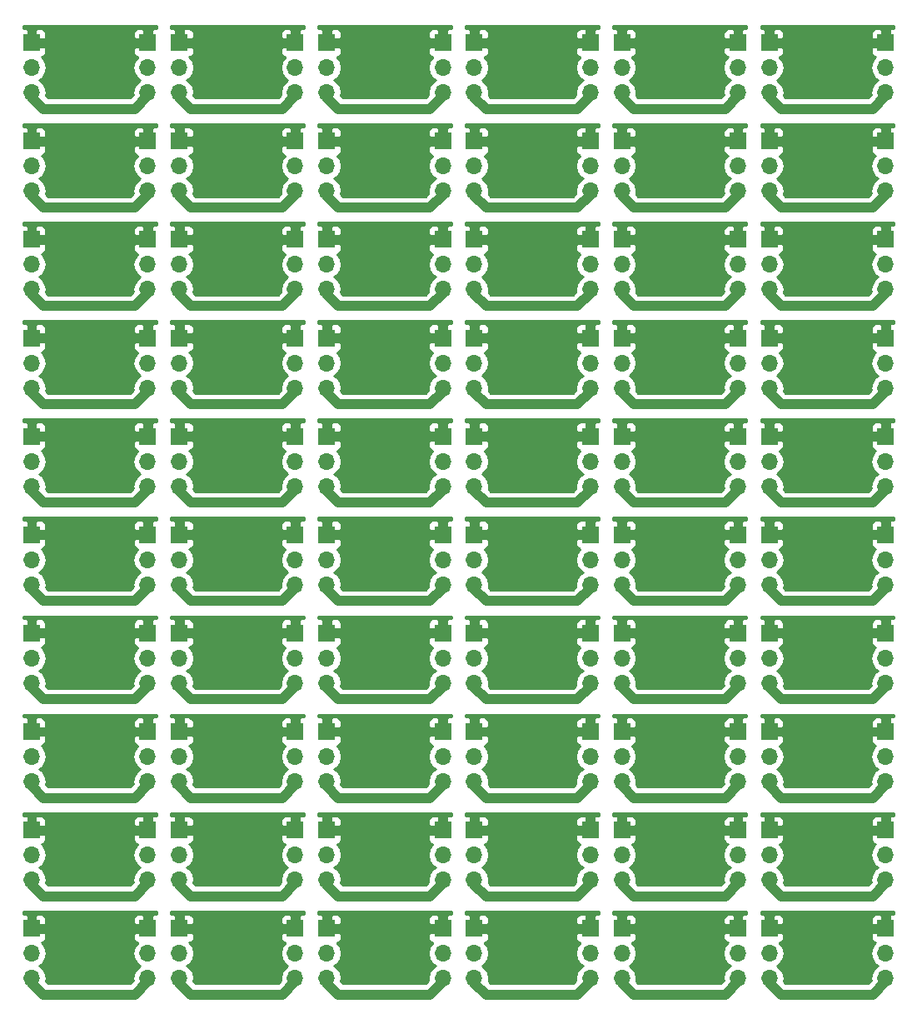
<source format=gbr>
G04 #@! TF.GenerationSoftware,KiCad,Pcbnew,(5.0.2)-1*
G04 #@! TF.CreationDate,2019-05-18T23:42:58-05:00*
G04 #@! TF.ProjectId,pixel_panel,70697865-6c5f-4706-916e-656c2e6b6963,rev?*
G04 #@! TF.SameCoordinates,PX6aae0f0PY2fa8320*
G04 #@! TF.FileFunction,Copper,L2,Bot*
G04 #@! TF.FilePolarity,Positive*
%FSLAX46Y46*%
G04 Gerber Fmt 4.6, Leading zero omitted, Abs format (unit mm)*
G04 Created by KiCad (PCBNEW (5.0.2)-1) date 5/18/2019 11:42:58 PM*
%MOMM*%
%LPD*%
G01*
G04 APERTURE LIST*
G04 #@! TA.AperFunction,ComponentPad*
%ADD10R,1.700000X1.700000*%
G04 #@! TD*
G04 #@! TA.AperFunction,ComponentPad*
%ADD11O,1.700000X1.700000*%
G04 #@! TD*
G04 #@! TA.AperFunction,ViaPad*
%ADD12C,0.800000*%
G04 #@! TD*
G04 #@! TA.AperFunction,Conductor*
%ADD13C,1.000000*%
G04 #@! TD*
G04 #@! TA.AperFunction,Conductor*
%ADD14C,0.254000*%
G04 #@! TD*
G04 APERTURE END LIST*
D10*
G04 #@! TO.P,J1,1*
G04 #@! TO.N,GND*
X81600000Y-92460000D03*
D11*
G04 #@! TO.P,J1,2*
G04 #@! TO.N,/DIN*
X81600000Y-95000000D03*
G04 #@! TO.P,J1,3*
G04 #@! TO.N,/VDD*
X81600000Y-97540000D03*
G04 #@! TD*
D10*
G04 #@! TO.P,J1,1*
G04 #@! TO.N,GND*
X66600000Y-92460000D03*
D11*
G04 #@! TO.P,J1,2*
G04 #@! TO.N,/DIN*
X66600000Y-95000000D03*
G04 #@! TO.P,J1,3*
G04 #@! TO.N,/VDD*
X66600000Y-97540000D03*
G04 #@! TD*
D10*
G04 #@! TO.P,J1,1*
G04 #@! TO.N,GND*
X51600000Y-92460000D03*
D11*
G04 #@! TO.P,J1,2*
G04 #@! TO.N,/DIN*
X51600000Y-95000000D03*
G04 #@! TO.P,J1,3*
G04 #@! TO.N,/VDD*
X51600000Y-97540000D03*
G04 #@! TD*
D10*
G04 #@! TO.P,J1,1*
G04 #@! TO.N,GND*
X36600000Y-92460000D03*
D11*
G04 #@! TO.P,J1,2*
G04 #@! TO.N,/DIN*
X36600000Y-95000000D03*
G04 #@! TO.P,J1,3*
G04 #@! TO.N,/VDD*
X36600000Y-97540000D03*
G04 #@! TD*
D10*
G04 #@! TO.P,J1,1*
G04 #@! TO.N,GND*
X21600000Y-92460000D03*
D11*
G04 #@! TO.P,J1,2*
G04 #@! TO.N,/DIN*
X21600000Y-95000000D03*
G04 #@! TO.P,J1,3*
G04 #@! TO.N,/VDD*
X21600000Y-97540000D03*
G04 #@! TD*
D10*
G04 #@! TO.P,J1,1*
G04 #@! TO.N,GND*
X6600000Y-92460000D03*
D11*
G04 #@! TO.P,J1,2*
G04 #@! TO.N,/DIN*
X6600000Y-95000000D03*
G04 #@! TO.P,J1,3*
G04 #@! TO.N,/VDD*
X6600000Y-97540000D03*
G04 #@! TD*
D10*
G04 #@! TO.P,J1,1*
G04 #@! TO.N,GND*
X81600000Y-82460000D03*
D11*
G04 #@! TO.P,J1,2*
G04 #@! TO.N,/DIN*
X81600000Y-85000000D03*
G04 #@! TO.P,J1,3*
G04 #@! TO.N,/VDD*
X81600000Y-87540000D03*
G04 #@! TD*
D10*
G04 #@! TO.P,J1,1*
G04 #@! TO.N,GND*
X66600000Y-82460000D03*
D11*
G04 #@! TO.P,J1,2*
G04 #@! TO.N,/DIN*
X66600000Y-85000000D03*
G04 #@! TO.P,J1,3*
G04 #@! TO.N,/VDD*
X66600000Y-87540000D03*
G04 #@! TD*
D10*
G04 #@! TO.P,J1,1*
G04 #@! TO.N,GND*
X51600000Y-82460000D03*
D11*
G04 #@! TO.P,J1,2*
G04 #@! TO.N,/DIN*
X51600000Y-85000000D03*
G04 #@! TO.P,J1,3*
G04 #@! TO.N,/VDD*
X51600000Y-87540000D03*
G04 #@! TD*
D10*
G04 #@! TO.P,J1,1*
G04 #@! TO.N,GND*
X36600000Y-82460000D03*
D11*
G04 #@! TO.P,J1,2*
G04 #@! TO.N,/DIN*
X36600000Y-85000000D03*
G04 #@! TO.P,J1,3*
G04 #@! TO.N,/VDD*
X36600000Y-87540000D03*
G04 #@! TD*
D10*
G04 #@! TO.P,J1,1*
G04 #@! TO.N,GND*
X21600000Y-82460000D03*
D11*
G04 #@! TO.P,J1,2*
G04 #@! TO.N,/DIN*
X21600000Y-85000000D03*
G04 #@! TO.P,J1,3*
G04 #@! TO.N,/VDD*
X21600000Y-87540000D03*
G04 #@! TD*
D10*
G04 #@! TO.P,J1,1*
G04 #@! TO.N,GND*
X6600000Y-82460000D03*
D11*
G04 #@! TO.P,J1,2*
G04 #@! TO.N,/DIN*
X6600000Y-85000000D03*
G04 #@! TO.P,J1,3*
G04 #@! TO.N,/VDD*
X6600000Y-87540000D03*
G04 #@! TD*
D10*
G04 #@! TO.P,J1,1*
G04 #@! TO.N,GND*
X81600000Y-72460000D03*
D11*
G04 #@! TO.P,J1,2*
G04 #@! TO.N,/DIN*
X81600000Y-75000000D03*
G04 #@! TO.P,J1,3*
G04 #@! TO.N,/VDD*
X81600000Y-77540000D03*
G04 #@! TD*
D10*
G04 #@! TO.P,J1,1*
G04 #@! TO.N,GND*
X66600000Y-72460000D03*
D11*
G04 #@! TO.P,J1,2*
G04 #@! TO.N,/DIN*
X66600000Y-75000000D03*
G04 #@! TO.P,J1,3*
G04 #@! TO.N,/VDD*
X66600000Y-77540000D03*
G04 #@! TD*
D10*
G04 #@! TO.P,J1,1*
G04 #@! TO.N,GND*
X51600000Y-72460000D03*
D11*
G04 #@! TO.P,J1,2*
G04 #@! TO.N,/DIN*
X51600000Y-75000000D03*
G04 #@! TO.P,J1,3*
G04 #@! TO.N,/VDD*
X51600000Y-77540000D03*
G04 #@! TD*
D10*
G04 #@! TO.P,J1,1*
G04 #@! TO.N,GND*
X36600000Y-72460000D03*
D11*
G04 #@! TO.P,J1,2*
G04 #@! TO.N,/DIN*
X36600000Y-75000000D03*
G04 #@! TO.P,J1,3*
G04 #@! TO.N,/VDD*
X36600000Y-77540000D03*
G04 #@! TD*
D10*
G04 #@! TO.P,J1,1*
G04 #@! TO.N,GND*
X21600000Y-72460000D03*
D11*
G04 #@! TO.P,J1,2*
G04 #@! TO.N,/DIN*
X21600000Y-75000000D03*
G04 #@! TO.P,J1,3*
G04 #@! TO.N,/VDD*
X21600000Y-77540000D03*
G04 #@! TD*
D10*
G04 #@! TO.P,J1,1*
G04 #@! TO.N,GND*
X6600000Y-72460000D03*
D11*
G04 #@! TO.P,J1,2*
G04 #@! TO.N,/DIN*
X6600000Y-75000000D03*
G04 #@! TO.P,J1,3*
G04 #@! TO.N,/VDD*
X6600000Y-77540000D03*
G04 #@! TD*
D10*
G04 #@! TO.P,J1,1*
G04 #@! TO.N,GND*
X81600000Y-62460000D03*
D11*
G04 #@! TO.P,J1,2*
G04 #@! TO.N,/DIN*
X81600000Y-65000000D03*
G04 #@! TO.P,J1,3*
G04 #@! TO.N,/VDD*
X81600000Y-67540000D03*
G04 #@! TD*
D10*
G04 #@! TO.P,J1,1*
G04 #@! TO.N,GND*
X66600000Y-62460000D03*
D11*
G04 #@! TO.P,J1,2*
G04 #@! TO.N,/DIN*
X66600000Y-65000000D03*
G04 #@! TO.P,J1,3*
G04 #@! TO.N,/VDD*
X66600000Y-67540000D03*
G04 #@! TD*
D10*
G04 #@! TO.P,J1,1*
G04 #@! TO.N,GND*
X51600000Y-62460000D03*
D11*
G04 #@! TO.P,J1,2*
G04 #@! TO.N,/DIN*
X51600000Y-65000000D03*
G04 #@! TO.P,J1,3*
G04 #@! TO.N,/VDD*
X51600000Y-67540000D03*
G04 #@! TD*
D10*
G04 #@! TO.P,J1,1*
G04 #@! TO.N,GND*
X36600000Y-62460000D03*
D11*
G04 #@! TO.P,J1,2*
G04 #@! TO.N,/DIN*
X36600000Y-65000000D03*
G04 #@! TO.P,J1,3*
G04 #@! TO.N,/VDD*
X36600000Y-67540000D03*
G04 #@! TD*
D10*
G04 #@! TO.P,J1,1*
G04 #@! TO.N,GND*
X21600000Y-62460000D03*
D11*
G04 #@! TO.P,J1,2*
G04 #@! TO.N,/DIN*
X21600000Y-65000000D03*
G04 #@! TO.P,J1,3*
G04 #@! TO.N,/VDD*
X21600000Y-67540000D03*
G04 #@! TD*
D10*
G04 #@! TO.P,J1,1*
G04 #@! TO.N,GND*
X6600000Y-62460000D03*
D11*
G04 #@! TO.P,J1,2*
G04 #@! TO.N,/DIN*
X6600000Y-65000000D03*
G04 #@! TO.P,J1,3*
G04 #@! TO.N,/VDD*
X6600000Y-67540000D03*
G04 #@! TD*
D10*
G04 #@! TO.P,J1,1*
G04 #@! TO.N,GND*
X81600000Y-52460000D03*
D11*
G04 #@! TO.P,J1,2*
G04 #@! TO.N,/DIN*
X81600000Y-55000000D03*
G04 #@! TO.P,J1,3*
G04 #@! TO.N,/VDD*
X81600000Y-57540000D03*
G04 #@! TD*
D10*
G04 #@! TO.P,J1,1*
G04 #@! TO.N,GND*
X66600000Y-52460000D03*
D11*
G04 #@! TO.P,J1,2*
G04 #@! TO.N,/DIN*
X66600000Y-55000000D03*
G04 #@! TO.P,J1,3*
G04 #@! TO.N,/VDD*
X66600000Y-57540000D03*
G04 #@! TD*
D10*
G04 #@! TO.P,J1,1*
G04 #@! TO.N,GND*
X51600000Y-52460000D03*
D11*
G04 #@! TO.P,J1,2*
G04 #@! TO.N,/DIN*
X51600000Y-55000000D03*
G04 #@! TO.P,J1,3*
G04 #@! TO.N,/VDD*
X51600000Y-57540000D03*
G04 #@! TD*
D10*
G04 #@! TO.P,J1,1*
G04 #@! TO.N,GND*
X36600000Y-52460000D03*
D11*
G04 #@! TO.P,J1,2*
G04 #@! TO.N,/DIN*
X36600000Y-55000000D03*
G04 #@! TO.P,J1,3*
G04 #@! TO.N,/VDD*
X36600000Y-57540000D03*
G04 #@! TD*
D10*
G04 #@! TO.P,J1,1*
G04 #@! TO.N,GND*
X21600000Y-52460000D03*
D11*
G04 #@! TO.P,J1,2*
G04 #@! TO.N,/DIN*
X21600000Y-55000000D03*
G04 #@! TO.P,J1,3*
G04 #@! TO.N,/VDD*
X21600000Y-57540000D03*
G04 #@! TD*
D10*
G04 #@! TO.P,J1,1*
G04 #@! TO.N,GND*
X6600000Y-52460000D03*
D11*
G04 #@! TO.P,J1,2*
G04 #@! TO.N,/DIN*
X6600000Y-55000000D03*
G04 #@! TO.P,J1,3*
G04 #@! TO.N,/VDD*
X6600000Y-57540000D03*
G04 #@! TD*
D10*
G04 #@! TO.P,J1,1*
G04 #@! TO.N,GND*
X81600000Y-42460000D03*
D11*
G04 #@! TO.P,J1,2*
G04 #@! TO.N,/DIN*
X81600000Y-45000000D03*
G04 #@! TO.P,J1,3*
G04 #@! TO.N,/VDD*
X81600000Y-47540000D03*
G04 #@! TD*
D10*
G04 #@! TO.P,J1,1*
G04 #@! TO.N,GND*
X66600000Y-42460000D03*
D11*
G04 #@! TO.P,J1,2*
G04 #@! TO.N,/DIN*
X66600000Y-45000000D03*
G04 #@! TO.P,J1,3*
G04 #@! TO.N,/VDD*
X66600000Y-47540000D03*
G04 #@! TD*
D10*
G04 #@! TO.P,J1,1*
G04 #@! TO.N,GND*
X51600000Y-42460000D03*
D11*
G04 #@! TO.P,J1,2*
G04 #@! TO.N,/DIN*
X51600000Y-45000000D03*
G04 #@! TO.P,J1,3*
G04 #@! TO.N,/VDD*
X51600000Y-47540000D03*
G04 #@! TD*
D10*
G04 #@! TO.P,J1,1*
G04 #@! TO.N,GND*
X36600000Y-42460000D03*
D11*
G04 #@! TO.P,J1,2*
G04 #@! TO.N,/DIN*
X36600000Y-45000000D03*
G04 #@! TO.P,J1,3*
G04 #@! TO.N,/VDD*
X36600000Y-47540000D03*
G04 #@! TD*
D10*
G04 #@! TO.P,J1,1*
G04 #@! TO.N,GND*
X21600000Y-42460000D03*
D11*
G04 #@! TO.P,J1,2*
G04 #@! TO.N,/DIN*
X21600000Y-45000000D03*
G04 #@! TO.P,J1,3*
G04 #@! TO.N,/VDD*
X21600000Y-47540000D03*
G04 #@! TD*
D10*
G04 #@! TO.P,J1,1*
G04 #@! TO.N,GND*
X6600000Y-42460000D03*
D11*
G04 #@! TO.P,J1,2*
G04 #@! TO.N,/DIN*
X6600000Y-45000000D03*
G04 #@! TO.P,J1,3*
G04 #@! TO.N,/VDD*
X6600000Y-47540000D03*
G04 #@! TD*
D10*
G04 #@! TO.P,J1,1*
G04 #@! TO.N,GND*
X81600000Y-32460000D03*
D11*
G04 #@! TO.P,J1,2*
G04 #@! TO.N,/DIN*
X81600000Y-35000000D03*
G04 #@! TO.P,J1,3*
G04 #@! TO.N,/VDD*
X81600000Y-37540000D03*
G04 #@! TD*
D10*
G04 #@! TO.P,J1,1*
G04 #@! TO.N,GND*
X66600000Y-32460000D03*
D11*
G04 #@! TO.P,J1,2*
G04 #@! TO.N,/DIN*
X66600000Y-35000000D03*
G04 #@! TO.P,J1,3*
G04 #@! TO.N,/VDD*
X66600000Y-37540000D03*
G04 #@! TD*
D10*
G04 #@! TO.P,J1,1*
G04 #@! TO.N,GND*
X51600000Y-32460000D03*
D11*
G04 #@! TO.P,J1,2*
G04 #@! TO.N,/DIN*
X51600000Y-35000000D03*
G04 #@! TO.P,J1,3*
G04 #@! TO.N,/VDD*
X51600000Y-37540000D03*
G04 #@! TD*
D10*
G04 #@! TO.P,J1,1*
G04 #@! TO.N,GND*
X36600000Y-32460000D03*
D11*
G04 #@! TO.P,J1,2*
G04 #@! TO.N,/DIN*
X36600000Y-35000000D03*
G04 #@! TO.P,J1,3*
G04 #@! TO.N,/VDD*
X36600000Y-37540000D03*
G04 #@! TD*
D10*
G04 #@! TO.P,J1,1*
G04 #@! TO.N,GND*
X21600000Y-32460000D03*
D11*
G04 #@! TO.P,J1,2*
G04 #@! TO.N,/DIN*
X21600000Y-35000000D03*
G04 #@! TO.P,J1,3*
G04 #@! TO.N,/VDD*
X21600000Y-37540000D03*
G04 #@! TD*
D10*
G04 #@! TO.P,J1,1*
G04 #@! TO.N,GND*
X6600000Y-32460000D03*
D11*
G04 #@! TO.P,J1,2*
G04 #@! TO.N,/DIN*
X6600000Y-35000000D03*
G04 #@! TO.P,J1,3*
G04 #@! TO.N,/VDD*
X6600000Y-37540000D03*
G04 #@! TD*
D10*
G04 #@! TO.P,J1,1*
G04 #@! TO.N,GND*
X81600000Y-22460000D03*
D11*
G04 #@! TO.P,J1,2*
G04 #@! TO.N,/DIN*
X81600000Y-25000000D03*
G04 #@! TO.P,J1,3*
G04 #@! TO.N,/VDD*
X81600000Y-27540000D03*
G04 #@! TD*
D10*
G04 #@! TO.P,J1,1*
G04 #@! TO.N,GND*
X66600000Y-22460000D03*
D11*
G04 #@! TO.P,J1,2*
G04 #@! TO.N,/DIN*
X66600000Y-25000000D03*
G04 #@! TO.P,J1,3*
G04 #@! TO.N,/VDD*
X66600000Y-27540000D03*
G04 #@! TD*
D10*
G04 #@! TO.P,J1,1*
G04 #@! TO.N,GND*
X51600000Y-22460000D03*
D11*
G04 #@! TO.P,J1,2*
G04 #@! TO.N,/DIN*
X51600000Y-25000000D03*
G04 #@! TO.P,J1,3*
G04 #@! TO.N,/VDD*
X51600000Y-27540000D03*
G04 #@! TD*
D10*
G04 #@! TO.P,J1,1*
G04 #@! TO.N,GND*
X36600000Y-22460000D03*
D11*
G04 #@! TO.P,J1,2*
G04 #@! TO.N,/DIN*
X36600000Y-25000000D03*
G04 #@! TO.P,J1,3*
G04 #@! TO.N,/VDD*
X36600000Y-27540000D03*
G04 #@! TD*
D10*
G04 #@! TO.P,J1,1*
G04 #@! TO.N,GND*
X21600000Y-22460000D03*
D11*
G04 #@! TO.P,J1,2*
G04 #@! TO.N,/DIN*
X21600000Y-25000000D03*
G04 #@! TO.P,J1,3*
G04 #@! TO.N,/VDD*
X21600000Y-27540000D03*
G04 #@! TD*
D10*
G04 #@! TO.P,J1,1*
G04 #@! TO.N,GND*
X6600000Y-22460000D03*
D11*
G04 #@! TO.P,J1,2*
G04 #@! TO.N,/DIN*
X6600000Y-25000000D03*
G04 #@! TO.P,J1,3*
G04 #@! TO.N,/VDD*
X6600000Y-27540000D03*
G04 #@! TD*
D10*
G04 #@! TO.P,J1,1*
G04 #@! TO.N,GND*
X81600000Y-12460000D03*
D11*
G04 #@! TO.P,J1,2*
G04 #@! TO.N,/DIN*
X81600000Y-15000000D03*
G04 #@! TO.P,J1,3*
G04 #@! TO.N,/VDD*
X81600000Y-17540000D03*
G04 #@! TD*
D10*
G04 #@! TO.P,J1,1*
G04 #@! TO.N,GND*
X66600000Y-12460000D03*
D11*
G04 #@! TO.P,J1,2*
G04 #@! TO.N,/DIN*
X66600000Y-15000000D03*
G04 #@! TO.P,J1,3*
G04 #@! TO.N,/VDD*
X66600000Y-17540000D03*
G04 #@! TD*
D10*
G04 #@! TO.P,J1,1*
G04 #@! TO.N,GND*
X51600000Y-12460000D03*
D11*
G04 #@! TO.P,J1,2*
G04 #@! TO.N,/DIN*
X51600000Y-15000000D03*
G04 #@! TO.P,J1,3*
G04 #@! TO.N,/VDD*
X51600000Y-17540000D03*
G04 #@! TD*
D10*
G04 #@! TO.P,J1,1*
G04 #@! TO.N,GND*
X36600000Y-12460000D03*
D11*
G04 #@! TO.P,J1,2*
G04 #@! TO.N,/DIN*
X36600000Y-15000000D03*
G04 #@! TO.P,J1,3*
G04 #@! TO.N,/VDD*
X36600000Y-17540000D03*
G04 #@! TD*
D10*
G04 #@! TO.P,J1,1*
G04 #@! TO.N,GND*
X21600000Y-12460000D03*
D11*
G04 #@! TO.P,J1,2*
G04 #@! TO.N,/DIN*
X21600000Y-15000000D03*
G04 #@! TO.P,J1,3*
G04 #@! TO.N,/VDD*
X21600000Y-17540000D03*
G04 #@! TD*
D10*
G04 #@! TO.P,J1,1*
G04 #@! TO.N,GND*
X6600000Y-12460000D03*
D11*
G04 #@! TO.P,J1,2*
G04 #@! TO.N,/DIN*
X6600000Y-15000000D03*
G04 #@! TO.P,J1,3*
G04 #@! TO.N,/VDD*
X6600000Y-17540000D03*
G04 #@! TD*
D10*
G04 #@! TO.P,J1,1*
G04 #@! TO.N,GND*
X81600000Y-2460000D03*
D11*
G04 #@! TO.P,J1,2*
G04 #@! TO.N,/DIN*
X81600000Y-5000000D03*
G04 #@! TO.P,J1,3*
G04 #@! TO.N,/VDD*
X81600000Y-7540000D03*
G04 #@! TD*
D10*
G04 #@! TO.P,J1,1*
G04 #@! TO.N,GND*
X66600000Y-2460000D03*
D11*
G04 #@! TO.P,J1,2*
G04 #@! TO.N,/DIN*
X66600000Y-5000000D03*
G04 #@! TO.P,J1,3*
G04 #@! TO.N,/VDD*
X66600000Y-7540000D03*
G04 #@! TD*
D10*
G04 #@! TO.P,J1,1*
G04 #@! TO.N,GND*
X51600000Y-2460000D03*
D11*
G04 #@! TO.P,J1,2*
G04 #@! TO.N,/DIN*
X51600000Y-5000000D03*
G04 #@! TO.P,J1,3*
G04 #@! TO.N,/VDD*
X51600000Y-7540000D03*
G04 #@! TD*
D10*
G04 #@! TO.P,J1,1*
G04 #@! TO.N,GND*
X36600000Y-2460000D03*
D11*
G04 #@! TO.P,J1,2*
G04 #@! TO.N,/DIN*
X36600000Y-5000000D03*
G04 #@! TO.P,J1,3*
G04 #@! TO.N,/VDD*
X36600000Y-7540000D03*
G04 #@! TD*
D10*
G04 #@! TO.P,J1,1*
G04 #@! TO.N,GND*
X21600000Y-2460000D03*
D11*
G04 #@! TO.P,J1,2*
G04 #@! TO.N,/DIN*
X21600000Y-5000000D03*
G04 #@! TO.P,J1,3*
G04 #@! TO.N,/VDD*
X21600000Y-7540000D03*
G04 #@! TD*
G04 #@! TO.P,J2,3*
G04 #@! TO.N,/VDD*
X93400000Y-97540000D03*
G04 #@! TO.P,J2,2*
G04 #@! TO.N,/DOUT*
X93400000Y-95000000D03*
D10*
G04 #@! TO.P,J2,1*
G04 #@! TO.N,GND*
X93400000Y-92460000D03*
G04 #@! TD*
D11*
G04 #@! TO.P,J2,3*
G04 #@! TO.N,/VDD*
X78400000Y-97540000D03*
G04 #@! TO.P,J2,2*
G04 #@! TO.N,/DOUT*
X78400000Y-95000000D03*
D10*
G04 #@! TO.P,J2,1*
G04 #@! TO.N,GND*
X78400000Y-92460000D03*
G04 #@! TD*
D11*
G04 #@! TO.P,J2,3*
G04 #@! TO.N,/VDD*
X63400000Y-97540000D03*
G04 #@! TO.P,J2,2*
G04 #@! TO.N,/DOUT*
X63400000Y-95000000D03*
D10*
G04 #@! TO.P,J2,1*
G04 #@! TO.N,GND*
X63400000Y-92460000D03*
G04 #@! TD*
D11*
G04 #@! TO.P,J2,3*
G04 #@! TO.N,/VDD*
X48400000Y-97540000D03*
G04 #@! TO.P,J2,2*
G04 #@! TO.N,/DOUT*
X48400000Y-95000000D03*
D10*
G04 #@! TO.P,J2,1*
G04 #@! TO.N,GND*
X48400000Y-92460000D03*
G04 #@! TD*
D11*
G04 #@! TO.P,J2,3*
G04 #@! TO.N,/VDD*
X33400000Y-97540000D03*
G04 #@! TO.P,J2,2*
G04 #@! TO.N,/DOUT*
X33400000Y-95000000D03*
D10*
G04 #@! TO.P,J2,1*
G04 #@! TO.N,GND*
X33400000Y-92460000D03*
G04 #@! TD*
D11*
G04 #@! TO.P,J2,3*
G04 #@! TO.N,/VDD*
X18400000Y-97540000D03*
G04 #@! TO.P,J2,2*
G04 #@! TO.N,/DOUT*
X18400000Y-95000000D03*
D10*
G04 #@! TO.P,J2,1*
G04 #@! TO.N,GND*
X18400000Y-92460000D03*
G04 #@! TD*
D11*
G04 #@! TO.P,J2,3*
G04 #@! TO.N,/VDD*
X93400000Y-87540000D03*
G04 #@! TO.P,J2,2*
G04 #@! TO.N,/DOUT*
X93400000Y-85000000D03*
D10*
G04 #@! TO.P,J2,1*
G04 #@! TO.N,GND*
X93400000Y-82460000D03*
G04 #@! TD*
D11*
G04 #@! TO.P,J2,3*
G04 #@! TO.N,/VDD*
X78400000Y-87540000D03*
G04 #@! TO.P,J2,2*
G04 #@! TO.N,/DOUT*
X78400000Y-85000000D03*
D10*
G04 #@! TO.P,J2,1*
G04 #@! TO.N,GND*
X78400000Y-82460000D03*
G04 #@! TD*
D11*
G04 #@! TO.P,J2,3*
G04 #@! TO.N,/VDD*
X63400000Y-87540000D03*
G04 #@! TO.P,J2,2*
G04 #@! TO.N,/DOUT*
X63400000Y-85000000D03*
D10*
G04 #@! TO.P,J2,1*
G04 #@! TO.N,GND*
X63400000Y-82460000D03*
G04 #@! TD*
D11*
G04 #@! TO.P,J2,3*
G04 #@! TO.N,/VDD*
X48400000Y-87540000D03*
G04 #@! TO.P,J2,2*
G04 #@! TO.N,/DOUT*
X48400000Y-85000000D03*
D10*
G04 #@! TO.P,J2,1*
G04 #@! TO.N,GND*
X48400000Y-82460000D03*
G04 #@! TD*
D11*
G04 #@! TO.P,J2,3*
G04 #@! TO.N,/VDD*
X33400000Y-87540000D03*
G04 #@! TO.P,J2,2*
G04 #@! TO.N,/DOUT*
X33400000Y-85000000D03*
D10*
G04 #@! TO.P,J2,1*
G04 #@! TO.N,GND*
X33400000Y-82460000D03*
G04 #@! TD*
D11*
G04 #@! TO.P,J2,3*
G04 #@! TO.N,/VDD*
X18400000Y-87540000D03*
G04 #@! TO.P,J2,2*
G04 #@! TO.N,/DOUT*
X18400000Y-85000000D03*
D10*
G04 #@! TO.P,J2,1*
G04 #@! TO.N,GND*
X18400000Y-82460000D03*
G04 #@! TD*
D11*
G04 #@! TO.P,J2,3*
G04 #@! TO.N,/VDD*
X93400000Y-77540000D03*
G04 #@! TO.P,J2,2*
G04 #@! TO.N,/DOUT*
X93400000Y-75000000D03*
D10*
G04 #@! TO.P,J2,1*
G04 #@! TO.N,GND*
X93400000Y-72460000D03*
G04 #@! TD*
D11*
G04 #@! TO.P,J2,3*
G04 #@! TO.N,/VDD*
X78400000Y-77540000D03*
G04 #@! TO.P,J2,2*
G04 #@! TO.N,/DOUT*
X78400000Y-75000000D03*
D10*
G04 #@! TO.P,J2,1*
G04 #@! TO.N,GND*
X78400000Y-72460000D03*
G04 #@! TD*
D11*
G04 #@! TO.P,J2,3*
G04 #@! TO.N,/VDD*
X63400000Y-77540000D03*
G04 #@! TO.P,J2,2*
G04 #@! TO.N,/DOUT*
X63400000Y-75000000D03*
D10*
G04 #@! TO.P,J2,1*
G04 #@! TO.N,GND*
X63400000Y-72460000D03*
G04 #@! TD*
D11*
G04 #@! TO.P,J2,3*
G04 #@! TO.N,/VDD*
X48400000Y-77540000D03*
G04 #@! TO.P,J2,2*
G04 #@! TO.N,/DOUT*
X48400000Y-75000000D03*
D10*
G04 #@! TO.P,J2,1*
G04 #@! TO.N,GND*
X48400000Y-72460000D03*
G04 #@! TD*
D11*
G04 #@! TO.P,J2,3*
G04 #@! TO.N,/VDD*
X33400000Y-77540000D03*
G04 #@! TO.P,J2,2*
G04 #@! TO.N,/DOUT*
X33400000Y-75000000D03*
D10*
G04 #@! TO.P,J2,1*
G04 #@! TO.N,GND*
X33400000Y-72460000D03*
G04 #@! TD*
D11*
G04 #@! TO.P,J2,3*
G04 #@! TO.N,/VDD*
X18400000Y-77540000D03*
G04 #@! TO.P,J2,2*
G04 #@! TO.N,/DOUT*
X18400000Y-75000000D03*
D10*
G04 #@! TO.P,J2,1*
G04 #@! TO.N,GND*
X18400000Y-72460000D03*
G04 #@! TD*
D11*
G04 #@! TO.P,J2,3*
G04 #@! TO.N,/VDD*
X93400000Y-67540000D03*
G04 #@! TO.P,J2,2*
G04 #@! TO.N,/DOUT*
X93400000Y-65000000D03*
D10*
G04 #@! TO.P,J2,1*
G04 #@! TO.N,GND*
X93400000Y-62460000D03*
G04 #@! TD*
D11*
G04 #@! TO.P,J2,3*
G04 #@! TO.N,/VDD*
X78400000Y-67540000D03*
G04 #@! TO.P,J2,2*
G04 #@! TO.N,/DOUT*
X78400000Y-65000000D03*
D10*
G04 #@! TO.P,J2,1*
G04 #@! TO.N,GND*
X78400000Y-62460000D03*
G04 #@! TD*
D11*
G04 #@! TO.P,J2,3*
G04 #@! TO.N,/VDD*
X63400000Y-67540000D03*
G04 #@! TO.P,J2,2*
G04 #@! TO.N,/DOUT*
X63400000Y-65000000D03*
D10*
G04 #@! TO.P,J2,1*
G04 #@! TO.N,GND*
X63400000Y-62460000D03*
G04 #@! TD*
D11*
G04 #@! TO.P,J2,3*
G04 #@! TO.N,/VDD*
X48400000Y-67540000D03*
G04 #@! TO.P,J2,2*
G04 #@! TO.N,/DOUT*
X48400000Y-65000000D03*
D10*
G04 #@! TO.P,J2,1*
G04 #@! TO.N,GND*
X48400000Y-62460000D03*
G04 #@! TD*
D11*
G04 #@! TO.P,J2,3*
G04 #@! TO.N,/VDD*
X33400000Y-67540000D03*
G04 #@! TO.P,J2,2*
G04 #@! TO.N,/DOUT*
X33400000Y-65000000D03*
D10*
G04 #@! TO.P,J2,1*
G04 #@! TO.N,GND*
X33400000Y-62460000D03*
G04 #@! TD*
D11*
G04 #@! TO.P,J2,3*
G04 #@! TO.N,/VDD*
X18400000Y-67540000D03*
G04 #@! TO.P,J2,2*
G04 #@! TO.N,/DOUT*
X18400000Y-65000000D03*
D10*
G04 #@! TO.P,J2,1*
G04 #@! TO.N,GND*
X18400000Y-62460000D03*
G04 #@! TD*
D11*
G04 #@! TO.P,J2,3*
G04 #@! TO.N,/VDD*
X93400000Y-57540000D03*
G04 #@! TO.P,J2,2*
G04 #@! TO.N,/DOUT*
X93400000Y-55000000D03*
D10*
G04 #@! TO.P,J2,1*
G04 #@! TO.N,GND*
X93400000Y-52460000D03*
G04 #@! TD*
D11*
G04 #@! TO.P,J2,3*
G04 #@! TO.N,/VDD*
X78400000Y-57540000D03*
G04 #@! TO.P,J2,2*
G04 #@! TO.N,/DOUT*
X78400000Y-55000000D03*
D10*
G04 #@! TO.P,J2,1*
G04 #@! TO.N,GND*
X78400000Y-52460000D03*
G04 #@! TD*
D11*
G04 #@! TO.P,J2,3*
G04 #@! TO.N,/VDD*
X63400000Y-57540000D03*
G04 #@! TO.P,J2,2*
G04 #@! TO.N,/DOUT*
X63400000Y-55000000D03*
D10*
G04 #@! TO.P,J2,1*
G04 #@! TO.N,GND*
X63400000Y-52460000D03*
G04 #@! TD*
D11*
G04 #@! TO.P,J2,3*
G04 #@! TO.N,/VDD*
X48400000Y-57540000D03*
G04 #@! TO.P,J2,2*
G04 #@! TO.N,/DOUT*
X48400000Y-55000000D03*
D10*
G04 #@! TO.P,J2,1*
G04 #@! TO.N,GND*
X48400000Y-52460000D03*
G04 #@! TD*
D11*
G04 #@! TO.P,J2,3*
G04 #@! TO.N,/VDD*
X33400000Y-57540000D03*
G04 #@! TO.P,J2,2*
G04 #@! TO.N,/DOUT*
X33400000Y-55000000D03*
D10*
G04 #@! TO.P,J2,1*
G04 #@! TO.N,GND*
X33400000Y-52460000D03*
G04 #@! TD*
D11*
G04 #@! TO.P,J2,3*
G04 #@! TO.N,/VDD*
X18400000Y-57540000D03*
G04 #@! TO.P,J2,2*
G04 #@! TO.N,/DOUT*
X18400000Y-55000000D03*
D10*
G04 #@! TO.P,J2,1*
G04 #@! TO.N,GND*
X18400000Y-52460000D03*
G04 #@! TD*
D11*
G04 #@! TO.P,J2,3*
G04 #@! TO.N,/VDD*
X93400000Y-47540000D03*
G04 #@! TO.P,J2,2*
G04 #@! TO.N,/DOUT*
X93400000Y-45000000D03*
D10*
G04 #@! TO.P,J2,1*
G04 #@! TO.N,GND*
X93400000Y-42460000D03*
G04 #@! TD*
D11*
G04 #@! TO.P,J2,3*
G04 #@! TO.N,/VDD*
X78400000Y-47540000D03*
G04 #@! TO.P,J2,2*
G04 #@! TO.N,/DOUT*
X78400000Y-45000000D03*
D10*
G04 #@! TO.P,J2,1*
G04 #@! TO.N,GND*
X78400000Y-42460000D03*
G04 #@! TD*
D11*
G04 #@! TO.P,J2,3*
G04 #@! TO.N,/VDD*
X63400000Y-47540000D03*
G04 #@! TO.P,J2,2*
G04 #@! TO.N,/DOUT*
X63400000Y-45000000D03*
D10*
G04 #@! TO.P,J2,1*
G04 #@! TO.N,GND*
X63400000Y-42460000D03*
G04 #@! TD*
D11*
G04 #@! TO.P,J2,3*
G04 #@! TO.N,/VDD*
X48400000Y-47540000D03*
G04 #@! TO.P,J2,2*
G04 #@! TO.N,/DOUT*
X48400000Y-45000000D03*
D10*
G04 #@! TO.P,J2,1*
G04 #@! TO.N,GND*
X48400000Y-42460000D03*
G04 #@! TD*
D11*
G04 #@! TO.P,J2,3*
G04 #@! TO.N,/VDD*
X33400000Y-47540000D03*
G04 #@! TO.P,J2,2*
G04 #@! TO.N,/DOUT*
X33400000Y-45000000D03*
D10*
G04 #@! TO.P,J2,1*
G04 #@! TO.N,GND*
X33400000Y-42460000D03*
G04 #@! TD*
D11*
G04 #@! TO.P,J2,3*
G04 #@! TO.N,/VDD*
X18400000Y-47540000D03*
G04 #@! TO.P,J2,2*
G04 #@! TO.N,/DOUT*
X18400000Y-45000000D03*
D10*
G04 #@! TO.P,J2,1*
G04 #@! TO.N,GND*
X18400000Y-42460000D03*
G04 #@! TD*
D11*
G04 #@! TO.P,J2,3*
G04 #@! TO.N,/VDD*
X93400000Y-37540000D03*
G04 #@! TO.P,J2,2*
G04 #@! TO.N,/DOUT*
X93400000Y-35000000D03*
D10*
G04 #@! TO.P,J2,1*
G04 #@! TO.N,GND*
X93400000Y-32460000D03*
G04 #@! TD*
D11*
G04 #@! TO.P,J2,3*
G04 #@! TO.N,/VDD*
X78400000Y-37540000D03*
G04 #@! TO.P,J2,2*
G04 #@! TO.N,/DOUT*
X78400000Y-35000000D03*
D10*
G04 #@! TO.P,J2,1*
G04 #@! TO.N,GND*
X78400000Y-32460000D03*
G04 #@! TD*
D11*
G04 #@! TO.P,J2,3*
G04 #@! TO.N,/VDD*
X63400000Y-37540000D03*
G04 #@! TO.P,J2,2*
G04 #@! TO.N,/DOUT*
X63400000Y-35000000D03*
D10*
G04 #@! TO.P,J2,1*
G04 #@! TO.N,GND*
X63400000Y-32460000D03*
G04 #@! TD*
D11*
G04 #@! TO.P,J2,3*
G04 #@! TO.N,/VDD*
X48400000Y-37540000D03*
G04 #@! TO.P,J2,2*
G04 #@! TO.N,/DOUT*
X48400000Y-35000000D03*
D10*
G04 #@! TO.P,J2,1*
G04 #@! TO.N,GND*
X48400000Y-32460000D03*
G04 #@! TD*
D11*
G04 #@! TO.P,J2,3*
G04 #@! TO.N,/VDD*
X33400000Y-37540000D03*
G04 #@! TO.P,J2,2*
G04 #@! TO.N,/DOUT*
X33400000Y-35000000D03*
D10*
G04 #@! TO.P,J2,1*
G04 #@! TO.N,GND*
X33400000Y-32460000D03*
G04 #@! TD*
D11*
G04 #@! TO.P,J2,3*
G04 #@! TO.N,/VDD*
X18400000Y-37540000D03*
G04 #@! TO.P,J2,2*
G04 #@! TO.N,/DOUT*
X18400000Y-35000000D03*
D10*
G04 #@! TO.P,J2,1*
G04 #@! TO.N,GND*
X18400000Y-32460000D03*
G04 #@! TD*
D11*
G04 #@! TO.P,J2,3*
G04 #@! TO.N,/VDD*
X93400000Y-27540000D03*
G04 #@! TO.P,J2,2*
G04 #@! TO.N,/DOUT*
X93400000Y-25000000D03*
D10*
G04 #@! TO.P,J2,1*
G04 #@! TO.N,GND*
X93400000Y-22460000D03*
G04 #@! TD*
D11*
G04 #@! TO.P,J2,3*
G04 #@! TO.N,/VDD*
X78400000Y-27540000D03*
G04 #@! TO.P,J2,2*
G04 #@! TO.N,/DOUT*
X78400000Y-25000000D03*
D10*
G04 #@! TO.P,J2,1*
G04 #@! TO.N,GND*
X78400000Y-22460000D03*
G04 #@! TD*
D11*
G04 #@! TO.P,J2,3*
G04 #@! TO.N,/VDD*
X63400000Y-27540000D03*
G04 #@! TO.P,J2,2*
G04 #@! TO.N,/DOUT*
X63400000Y-25000000D03*
D10*
G04 #@! TO.P,J2,1*
G04 #@! TO.N,GND*
X63400000Y-22460000D03*
G04 #@! TD*
D11*
G04 #@! TO.P,J2,3*
G04 #@! TO.N,/VDD*
X48400000Y-27540000D03*
G04 #@! TO.P,J2,2*
G04 #@! TO.N,/DOUT*
X48400000Y-25000000D03*
D10*
G04 #@! TO.P,J2,1*
G04 #@! TO.N,GND*
X48400000Y-22460000D03*
G04 #@! TD*
D11*
G04 #@! TO.P,J2,3*
G04 #@! TO.N,/VDD*
X33400000Y-27540000D03*
G04 #@! TO.P,J2,2*
G04 #@! TO.N,/DOUT*
X33400000Y-25000000D03*
D10*
G04 #@! TO.P,J2,1*
G04 #@! TO.N,GND*
X33400000Y-22460000D03*
G04 #@! TD*
D11*
G04 #@! TO.P,J2,3*
G04 #@! TO.N,/VDD*
X18400000Y-27540000D03*
G04 #@! TO.P,J2,2*
G04 #@! TO.N,/DOUT*
X18400000Y-25000000D03*
D10*
G04 #@! TO.P,J2,1*
G04 #@! TO.N,GND*
X18400000Y-22460000D03*
G04 #@! TD*
D11*
G04 #@! TO.P,J2,3*
G04 #@! TO.N,/VDD*
X93400000Y-17540000D03*
G04 #@! TO.P,J2,2*
G04 #@! TO.N,/DOUT*
X93400000Y-15000000D03*
D10*
G04 #@! TO.P,J2,1*
G04 #@! TO.N,GND*
X93400000Y-12460000D03*
G04 #@! TD*
D11*
G04 #@! TO.P,J2,3*
G04 #@! TO.N,/VDD*
X78400000Y-17540000D03*
G04 #@! TO.P,J2,2*
G04 #@! TO.N,/DOUT*
X78400000Y-15000000D03*
D10*
G04 #@! TO.P,J2,1*
G04 #@! TO.N,GND*
X78400000Y-12460000D03*
G04 #@! TD*
D11*
G04 #@! TO.P,J2,3*
G04 #@! TO.N,/VDD*
X63400000Y-17540000D03*
G04 #@! TO.P,J2,2*
G04 #@! TO.N,/DOUT*
X63400000Y-15000000D03*
D10*
G04 #@! TO.P,J2,1*
G04 #@! TO.N,GND*
X63400000Y-12460000D03*
G04 #@! TD*
D11*
G04 #@! TO.P,J2,3*
G04 #@! TO.N,/VDD*
X48400000Y-17540000D03*
G04 #@! TO.P,J2,2*
G04 #@! TO.N,/DOUT*
X48400000Y-15000000D03*
D10*
G04 #@! TO.P,J2,1*
G04 #@! TO.N,GND*
X48400000Y-12460000D03*
G04 #@! TD*
D11*
G04 #@! TO.P,J2,3*
G04 #@! TO.N,/VDD*
X33400000Y-17540000D03*
G04 #@! TO.P,J2,2*
G04 #@! TO.N,/DOUT*
X33400000Y-15000000D03*
D10*
G04 #@! TO.P,J2,1*
G04 #@! TO.N,GND*
X33400000Y-12460000D03*
G04 #@! TD*
D11*
G04 #@! TO.P,J2,3*
G04 #@! TO.N,/VDD*
X18400000Y-17540000D03*
G04 #@! TO.P,J2,2*
G04 #@! TO.N,/DOUT*
X18400000Y-15000000D03*
D10*
G04 #@! TO.P,J2,1*
G04 #@! TO.N,GND*
X18400000Y-12460000D03*
G04 #@! TD*
D11*
G04 #@! TO.P,J2,3*
G04 #@! TO.N,/VDD*
X93400000Y-7540000D03*
G04 #@! TO.P,J2,2*
G04 #@! TO.N,/DOUT*
X93400000Y-5000000D03*
D10*
G04 #@! TO.P,J2,1*
G04 #@! TO.N,GND*
X93400000Y-2460000D03*
G04 #@! TD*
D11*
G04 #@! TO.P,J2,3*
G04 #@! TO.N,/VDD*
X78400000Y-7540000D03*
G04 #@! TO.P,J2,2*
G04 #@! TO.N,/DOUT*
X78400000Y-5000000D03*
D10*
G04 #@! TO.P,J2,1*
G04 #@! TO.N,GND*
X78400000Y-2460000D03*
G04 #@! TD*
D11*
G04 #@! TO.P,J2,3*
G04 #@! TO.N,/VDD*
X63400000Y-7540000D03*
G04 #@! TO.P,J2,2*
G04 #@! TO.N,/DOUT*
X63400000Y-5000000D03*
D10*
G04 #@! TO.P,J2,1*
G04 #@! TO.N,GND*
X63400000Y-2460000D03*
G04 #@! TD*
D11*
G04 #@! TO.P,J2,3*
G04 #@! TO.N,/VDD*
X48400000Y-7540000D03*
G04 #@! TO.P,J2,2*
G04 #@! TO.N,/DOUT*
X48400000Y-5000000D03*
D10*
G04 #@! TO.P,J2,1*
G04 #@! TO.N,GND*
X48400000Y-2460000D03*
G04 #@! TD*
D11*
G04 #@! TO.P,J2,3*
G04 #@! TO.N,/VDD*
X33400000Y-7540000D03*
G04 #@! TO.P,J2,2*
G04 #@! TO.N,/DOUT*
X33400000Y-5000000D03*
D10*
G04 #@! TO.P,J2,1*
G04 #@! TO.N,GND*
X33400000Y-2460000D03*
G04 #@! TD*
D11*
G04 #@! TO.P,J1,3*
G04 #@! TO.N,/VDD*
X6600000Y-7540000D03*
G04 #@! TO.P,J1,2*
G04 #@! TO.N,/DIN*
X6600000Y-5000000D03*
D10*
G04 #@! TO.P,J1,1*
G04 #@! TO.N,GND*
X6600000Y-2460000D03*
G04 #@! TD*
G04 #@! TO.P,J2,1*
G04 #@! TO.N,GND*
X18400000Y-2460000D03*
D11*
G04 #@! TO.P,J2,2*
G04 #@! TO.N,/DOUT*
X18400000Y-5000000D03*
G04 #@! TO.P,J2,3*
G04 #@! TO.N,/VDD*
X18400000Y-7540000D03*
G04 #@! TD*
D12*
G04 #@! TO.N,GND*
X8900000Y-5800000D03*
X23900000Y-5800000D03*
X38900000Y-5800000D03*
X53900000Y-5800000D03*
X68900000Y-5800000D03*
X83900000Y-5800000D03*
X8900000Y-15800000D03*
X23900000Y-15800000D03*
X38900000Y-15800000D03*
X53900000Y-15800000D03*
X68900000Y-15800000D03*
X83900000Y-15800000D03*
X8900000Y-25800000D03*
X23900000Y-25800000D03*
X38900000Y-25800000D03*
X53900000Y-25800000D03*
X68900000Y-25800000D03*
X83900000Y-25800000D03*
X8900000Y-35800000D03*
X23900000Y-35800000D03*
X38900000Y-35800000D03*
X53900000Y-35800000D03*
X68900000Y-35800000D03*
X83900000Y-35800000D03*
X8900000Y-45800000D03*
X23900000Y-45800000D03*
X38900000Y-45800000D03*
X53900000Y-45800000D03*
X68900000Y-45800000D03*
X83900000Y-45800000D03*
X8900000Y-55800000D03*
X23900000Y-55800000D03*
X38900000Y-55800000D03*
X53900000Y-55800000D03*
X68900000Y-55800000D03*
X83900000Y-55800000D03*
X8900000Y-65800000D03*
X23900000Y-65800000D03*
X38900000Y-65800000D03*
X53900000Y-65800000D03*
X68900000Y-65800000D03*
X83900000Y-65800000D03*
X8900000Y-75800000D03*
X23900000Y-75800000D03*
X38900000Y-75800000D03*
X53900000Y-75800000D03*
X68900000Y-75800000D03*
X83900000Y-75800000D03*
X8900000Y-85800000D03*
X23900000Y-85800000D03*
X38900000Y-85800000D03*
X53900000Y-85800000D03*
X68900000Y-85800000D03*
X83900000Y-85800000D03*
X8900000Y-95800000D03*
X23900000Y-95800000D03*
X38900000Y-95800000D03*
X53900000Y-95800000D03*
X68900000Y-95800000D03*
X83900000Y-95800000D03*
G04 #@! TD*
D13*
G04 #@! TO.N,/VDD*
X18400000Y-7900000D02*
X18400000Y-7540000D01*
X17100000Y-9200000D02*
X18400000Y-7900000D01*
X7800000Y-9200000D02*
X17100000Y-9200000D01*
X6600000Y-7540000D02*
X6600000Y-8000000D01*
X6600000Y-8000000D02*
X7800000Y-9200000D01*
X22800000Y-9200000D02*
X32100000Y-9200000D01*
X37800000Y-9200000D02*
X47100000Y-9200000D01*
X52800000Y-9200000D02*
X62100000Y-9200000D01*
X67800000Y-9200000D02*
X77100000Y-9200000D01*
X82800000Y-9200000D02*
X92100000Y-9200000D01*
X7800000Y-19200000D02*
X17100000Y-19200000D01*
X22800000Y-19200000D02*
X32100000Y-19200000D01*
X37800000Y-19200000D02*
X47100000Y-19200000D01*
X52800000Y-19200000D02*
X62100000Y-19200000D01*
X67800000Y-19200000D02*
X77100000Y-19200000D01*
X82800000Y-19200000D02*
X92100000Y-19200000D01*
X7800000Y-29200000D02*
X17100000Y-29200000D01*
X22800000Y-29200000D02*
X32100000Y-29200000D01*
X37800000Y-29200000D02*
X47100000Y-29200000D01*
X52800000Y-29200000D02*
X62100000Y-29200000D01*
X67800000Y-29200000D02*
X77100000Y-29200000D01*
X82800000Y-29200000D02*
X92100000Y-29200000D01*
X7800000Y-39200000D02*
X17100000Y-39200000D01*
X22800000Y-39200000D02*
X32100000Y-39200000D01*
X37800000Y-39200000D02*
X47100000Y-39200000D01*
X52800000Y-39200000D02*
X62100000Y-39200000D01*
X67800000Y-39200000D02*
X77100000Y-39200000D01*
X82800000Y-39200000D02*
X92100000Y-39200000D01*
X7800000Y-49200000D02*
X17100000Y-49200000D01*
X22800000Y-49200000D02*
X32100000Y-49200000D01*
X37800000Y-49200000D02*
X47100000Y-49200000D01*
X52800000Y-49200000D02*
X62100000Y-49200000D01*
X67800000Y-49200000D02*
X77100000Y-49200000D01*
X82800000Y-49200000D02*
X92100000Y-49200000D01*
X7800000Y-59200000D02*
X17100000Y-59200000D01*
X22800000Y-59200000D02*
X32100000Y-59200000D01*
X37800000Y-59200000D02*
X47100000Y-59200000D01*
X52800000Y-59200000D02*
X62100000Y-59200000D01*
X67800000Y-59200000D02*
X77100000Y-59200000D01*
X82800000Y-59200000D02*
X92100000Y-59200000D01*
X7800000Y-69200000D02*
X17100000Y-69200000D01*
X22800000Y-69200000D02*
X32100000Y-69200000D01*
X37800000Y-69200000D02*
X47100000Y-69200000D01*
X52800000Y-69200000D02*
X62100000Y-69200000D01*
X67800000Y-69200000D02*
X77100000Y-69200000D01*
X82800000Y-69200000D02*
X92100000Y-69200000D01*
X7800000Y-79200000D02*
X17100000Y-79200000D01*
X22800000Y-79200000D02*
X32100000Y-79200000D01*
X37800000Y-79200000D02*
X47100000Y-79200000D01*
X52800000Y-79200000D02*
X62100000Y-79200000D01*
X67800000Y-79200000D02*
X77100000Y-79200000D01*
X82800000Y-79200000D02*
X92100000Y-79200000D01*
X7800000Y-89200000D02*
X17100000Y-89200000D01*
X22800000Y-89200000D02*
X32100000Y-89200000D01*
X37800000Y-89200000D02*
X47100000Y-89200000D01*
X52800000Y-89200000D02*
X62100000Y-89200000D01*
X67800000Y-89200000D02*
X77100000Y-89200000D01*
X82800000Y-89200000D02*
X92100000Y-89200000D01*
X7800000Y-99200000D02*
X17100000Y-99200000D01*
X22800000Y-99200000D02*
X32100000Y-99200000D01*
X37800000Y-99200000D02*
X47100000Y-99200000D01*
X52800000Y-99200000D02*
X62100000Y-99200000D01*
X67800000Y-99200000D02*
X77100000Y-99200000D01*
X82800000Y-99200000D02*
X92100000Y-99200000D01*
X21600000Y-7540000D02*
X21600000Y-8000000D01*
X36600000Y-7540000D02*
X36600000Y-8000000D01*
X51600000Y-7540000D02*
X51600000Y-8000000D01*
X66600000Y-7540000D02*
X66600000Y-8000000D01*
X81600000Y-7540000D02*
X81600000Y-8000000D01*
X6600000Y-17540000D02*
X6600000Y-18000000D01*
X21600000Y-17540000D02*
X21600000Y-18000000D01*
X36600000Y-17540000D02*
X36600000Y-18000000D01*
X51600000Y-17540000D02*
X51600000Y-18000000D01*
X66600000Y-17540000D02*
X66600000Y-18000000D01*
X81600000Y-17540000D02*
X81600000Y-18000000D01*
X6600000Y-27540000D02*
X6600000Y-28000000D01*
X21600000Y-27540000D02*
X21600000Y-28000000D01*
X36600000Y-27540000D02*
X36600000Y-28000000D01*
X51600000Y-27540000D02*
X51600000Y-28000000D01*
X66600000Y-27540000D02*
X66600000Y-28000000D01*
X81600000Y-27540000D02*
X81600000Y-28000000D01*
X6600000Y-37540000D02*
X6600000Y-38000000D01*
X21600000Y-37540000D02*
X21600000Y-38000000D01*
X36600000Y-37540000D02*
X36600000Y-38000000D01*
X51600000Y-37540000D02*
X51600000Y-38000000D01*
X66600000Y-37540000D02*
X66600000Y-38000000D01*
X81600000Y-37540000D02*
X81600000Y-38000000D01*
X6600000Y-47540000D02*
X6600000Y-48000000D01*
X21600000Y-47540000D02*
X21600000Y-48000000D01*
X36600000Y-47540000D02*
X36600000Y-48000000D01*
X51600000Y-47540000D02*
X51600000Y-48000000D01*
X66600000Y-47540000D02*
X66600000Y-48000000D01*
X81600000Y-47540000D02*
X81600000Y-48000000D01*
X6600000Y-57540000D02*
X6600000Y-58000000D01*
X21600000Y-57540000D02*
X21600000Y-58000000D01*
X36600000Y-57540000D02*
X36600000Y-58000000D01*
X51600000Y-57540000D02*
X51600000Y-58000000D01*
X66600000Y-57540000D02*
X66600000Y-58000000D01*
X81600000Y-57540000D02*
X81600000Y-58000000D01*
X6600000Y-67540000D02*
X6600000Y-68000000D01*
X21600000Y-67540000D02*
X21600000Y-68000000D01*
X36600000Y-67540000D02*
X36600000Y-68000000D01*
X51600000Y-67540000D02*
X51600000Y-68000000D01*
X66600000Y-67540000D02*
X66600000Y-68000000D01*
X81600000Y-67540000D02*
X81600000Y-68000000D01*
X6600000Y-77540000D02*
X6600000Y-78000000D01*
X21600000Y-77540000D02*
X21600000Y-78000000D01*
X36600000Y-77540000D02*
X36600000Y-78000000D01*
X51600000Y-77540000D02*
X51600000Y-78000000D01*
X66600000Y-77540000D02*
X66600000Y-78000000D01*
X81600000Y-77540000D02*
X81600000Y-78000000D01*
X6600000Y-87540000D02*
X6600000Y-88000000D01*
X21600000Y-87540000D02*
X21600000Y-88000000D01*
X36600000Y-87540000D02*
X36600000Y-88000000D01*
X51600000Y-87540000D02*
X51600000Y-88000000D01*
X66600000Y-87540000D02*
X66600000Y-88000000D01*
X81600000Y-87540000D02*
X81600000Y-88000000D01*
X6600000Y-97540000D02*
X6600000Y-98000000D01*
X21600000Y-97540000D02*
X21600000Y-98000000D01*
X36600000Y-97540000D02*
X36600000Y-98000000D01*
X51600000Y-97540000D02*
X51600000Y-98000000D01*
X66600000Y-97540000D02*
X66600000Y-98000000D01*
X81600000Y-97540000D02*
X81600000Y-98000000D01*
X21600000Y-8000000D02*
X22800000Y-9200000D01*
X36600000Y-8000000D02*
X37800000Y-9200000D01*
X51600000Y-8000000D02*
X52800000Y-9200000D01*
X66600000Y-8000000D02*
X67800000Y-9200000D01*
X81600000Y-8000000D02*
X82800000Y-9200000D01*
X6600000Y-18000000D02*
X7800000Y-19200000D01*
X21600000Y-18000000D02*
X22800000Y-19200000D01*
X36600000Y-18000000D02*
X37800000Y-19200000D01*
X51600000Y-18000000D02*
X52800000Y-19200000D01*
X66600000Y-18000000D02*
X67800000Y-19200000D01*
X81600000Y-18000000D02*
X82800000Y-19200000D01*
X6600000Y-28000000D02*
X7800000Y-29200000D01*
X21600000Y-28000000D02*
X22800000Y-29200000D01*
X36600000Y-28000000D02*
X37800000Y-29200000D01*
X51600000Y-28000000D02*
X52800000Y-29200000D01*
X66600000Y-28000000D02*
X67800000Y-29200000D01*
X81600000Y-28000000D02*
X82800000Y-29200000D01*
X6600000Y-38000000D02*
X7800000Y-39200000D01*
X21600000Y-38000000D02*
X22800000Y-39200000D01*
X36600000Y-38000000D02*
X37800000Y-39200000D01*
X51600000Y-38000000D02*
X52800000Y-39200000D01*
X66600000Y-38000000D02*
X67800000Y-39200000D01*
X81600000Y-38000000D02*
X82800000Y-39200000D01*
X6600000Y-48000000D02*
X7800000Y-49200000D01*
X21600000Y-48000000D02*
X22800000Y-49200000D01*
X36600000Y-48000000D02*
X37800000Y-49200000D01*
X51600000Y-48000000D02*
X52800000Y-49200000D01*
X66600000Y-48000000D02*
X67800000Y-49200000D01*
X81600000Y-48000000D02*
X82800000Y-49200000D01*
X6600000Y-58000000D02*
X7800000Y-59200000D01*
X21600000Y-58000000D02*
X22800000Y-59200000D01*
X36600000Y-58000000D02*
X37800000Y-59200000D01*
X51600000Y-58000000D02*
X52800000Y-59200000D01*
X66600000Y-58000000D02*
X67800000Y-59200000D01*
X81600000Y-58000000D02*
X82800000Y-59200000D01*
X6600000Y-68000000D02*
X7800000Y-69200000D01*
X21600000Y-68000000D02*
X22800000Y-69200000D01*
X36600000Y-68000000D02*
X37800000Y-69200000D01*
X51600000Y-68000000D02*
X52800000Y-69200000D01*
X66600000Y-68000000D02*
X67800000Y-69200000D01*
X81600000Y-68000000D02*
X82800000Y-69200000D01*
X6600000Y-78000000D02*
X7800000Y-79200000D01*
X21600000Y-78000000D02*
X22800000Y-79200000D01*
X36600000Y-78000000D02*
X37800000Y-79200000D01*
X51600000Y-78000000D02*
X52800000Y-79200000D01*
X66600000Y-78000000D02*
X67800000Y-79200000D01*
X81600000Y-78000000D02*
X82800000Y-79200000D01*
X6600000Y-88000000D02*
X7800000Y-89200000D01*
X21600000Y-88000000D02*
X22800000Y-89200000D01*
X36600000Y-88000000D02*
X37800000Y-89200000D01*
X51600000Y-88000000D02*
X52800000Y-89200000D01*
X66600000Y-88000000D02*
X67800000Y-89200000D01*
X81600000Y-88000000D02*
X82800000Y-89200000D01*
X6600000Y-98000000D02*
X7800000Y-99200000D01*
X21600000Y-98000000D02*
X22800000Y-99200000D01*
X36600000Y-98000000D02*
X37800000Y-99200000D01*
X51600000Y-98000000D02*
X52800000Y-99200000D01*
X66600000Y-98000000D02*
X67800000Y-99200000D01*
X81600000Y-98000000D02*
X82800000Y-99200000D01*
X33400000Y-7900000D02*
X33400000Y-7540000D01*
X48400000Y-7900000D02*
X48400000Y-7540000D01*
X63400000Y-7900000D02*
X63400000Y-7540000D01*
X78400000Y-7900000D02*
X78400000Y-7540000D01*
X93400000Y-7900000D02*
X93400000Y-7540000D01*
X18400000Y-17900000D02*
X18400000Y-17540000D01*
X33400000Y-17900000D02*
X33400000Y-17540000D01*
X48400000Y-17900000D02*
X48400000Y-17540000D01*
X63400000Y-17900000D02*
X63400000Y-17540000D01*
X78400000Y-17900000D02*
X78400000Y-17540000D01*
X93400000Y-17900000D02*
X93400000Y-17540000D01*
X18400000Y-27900000D02*
X18400000Y-27540000D01*
X33400000Y-27900000D02*
X33400000Y-27540000D01*
X48400000Y-27900000D02*
X48400000Y-27540000D01*
X63400000Y-27900000D02*
X63400000Y-27540000D01*
X78400000Y-27900000D02*
X78400000Y-27540000D01*
X93400000Y-27900000D02*
X93400000Y-27540000D01*
X18400000Y-37900000D02*
X18400000Y-37540000D01*
X33400000Y-37900000D02*
X33400000Y-37540000D01*
X48400000Y-37900000D02*
X48400000Y-37540000D01*
X63400000Y-37900000D02*
X63400000Y-37540000D01*
X78400000Y-37900000D02*
X78400000Y-37540000D01*
X93400000Y-37900000D02*
X93400000Y-37540000D01*
X18400000Y-47900000D02*
X18400000Y-47540000D01*
X33400000Y-47900000D02*
X33400000Y-47540000D01*
X48400000Y-47900000D02*
X48400000Y-47540000D01*
X63400000Y-47900000D02*
X63400000Y-47540000D01*
X78400000Y-47900000D02*
X78400000Y-47540000D01*
X93400000Y-47900000D02*
X93400000Y-47540000D01*
X18400000Y-57900000D02*
X18400000Y-57540000D01*
X33400000Y-57900000D02*
X33400000Y-57540000D01*
X48400000Y-57900000D02*
X48400000Y-57540000D01*
X63400000Y-57900000D02*
X63400000Y-57540000D01*
X78400000Y-57900000D02*
X78400000Y-57540000D01*
X93400000Y-57900000D02*
X93400000Y-57540000D01*
X18400000Y-67900000D02*
X18400000Y-67540000D01*
X33400000Y-67900000D02*
X33400000Y-67540000D01*
X48400000Y-67900000D02*
X48400000Y-67540000D01*
X63400000Y-67900000D02*
X63400000Y-67540000D01*
X78400000Y-67900000D02*
X78400000Y-67540000D01*
X93400000Y-67900000D02*
X93400000Y-67540000D01*
X18400000Y-77900000D02*
X18400000Y-77540000D01*
X33400000Y-77900000D02*
X33400000Y-77540000D01*
X48400000Y-77900000D02*
X48400000Y-77540000D01*
X63400000Y-77900000D02*
X63400000Y-77540000D01*
X78400000Y-77900000D02*
X78400000Y-77540000D01*
X93400000Y-77900000D02*
X93400000Y-77540000D01*
X18400000Y-87900000D02*
X18400000Y-87540000D01*
X33400000Y-87900000D02*
X33400000Y-87540000D01*
X48400000Y-87900000D02*
X48400000Y-87540000D01*
X63400000Y-87900000D02*
X63400000Y-87540000D01*
X78400000Y-87900000D02*
X78400000Y-87540000D01*
X93400000Y-87900000D02*
X93400000Y-87540000D01*
X18400000Y-97900000D02*
X18400000Y-97540000D01*
X33400000Y-97900000D02*
X33400000Y-97540000D01*
X48400000Y-97900000D02*
X48400000Y-97540000D01*
X63400000Y-97900000D02*
X63400000Y-97540000D01*
X78400000Y-97900000D02*
X78400000Y-97540000D01*
X93400000Y-97900000D02*
X93400000Y-97540000D01*
X32100000Y-9200000D02*
X33400000Y-7900000D01*
X47100000Y-9200000D02*
X48400000Y-7900000D01*
X62100000Y-9200000D02*
X63400000Y-7900000D01*
X77100000Y-9200000D02*
X78400000Y-7900000D01*
X92100000Y-9200000D02*
X93400000Y-7900000D01*
X17100000Y-19200000D02*
X18400000Y-17900000D01*
X32100000Y-19200000D02*
X33400000Y-17900000D01*
X47100000Y-19200000D02*
X48400000Y-17900000D01*
X62100000Y-19200000D02*
X63400000Y-17900000D01*
X77100000Y-19200000D02*
X78400000Y-17900000D01*
X92100000Y-19200000D02*
X93400000Y-17900000D01*
X17100000Y-29200000D02*
X18400000Y-27900000D01*
X32100000Y-29200000D02*
X33400000Y-27900000D01*
X47100000Y-29200000D02*
X48400000Y-27900000D01*
X62100000Y-29200000D02*
X63400000Y-27900000D01*
X77100000Y-29200000D02*
X78400000Y-27900000D01*
X92100000Y-29200000D02*
X93400000Y-27900000D01*
X17100000Y-39200000D02*
X18400000Y-37900000D01*
X32100000Y-39200000D02*
X33400000Y-37900000D01*
X47100000Y-39200000D02*
X48400000Y-37900000D01*
X62100000Y-39200000D02*
X63400000Y-37900000D01*
X77100000Y-39200000D02*
X78400000Y-37900000D01*
X92100000Y-39200000D02*
X93400000Y-37900000D01*
X17100000Y-49200000D02*
X18400000Y-47900000D01*
X32100000Y-49200000D02*
X33400000Y-47900000D01*
X47100000Y-49200000D02*
X48400000Y-47900000D01*
X62100000Y-49200000D02*
X63400000Y-47900000D01*
X77100000Y-49200000D02*
X78400000Y-47900000D01*
X92100000Y-49200000D02*
X93400000Y-47900000D01*
X17100000Y-59200000D02*
X18400000Y-57900000D01*
X32100000Y-59200000D02*
X33400000Y-57900000D01*
X47100000Y-59200000D02*
X48400000Y-57900000D01*
X62100000Y-59200000D02*
X63400000Y-57900000D01*
X77100000Y-59200000D02*
X78400000Y-57900000D01*
X92100000Y-59200000D02*
X93400000Y-57900000D01*
X17100000Y-69200000D02*
X18400000Y-67900000D01*
X32100000Y-69200000D02*
X33400000Y-67900000D01*
X47100000Y-69200000D02*
X48400000Y-67900000D01*
X62100000Y-69200000D02*
X63400000Y-67900000D01*
X77100000Y-69200000D02*
X78400000Y-67900000D01*
X92100000Y-69200000D02*
X93400000Y-67900000D01*
X17100000Y-79200000D02*
X18400000Y-77900000D01*
X32100000Y-79200000D02*
X33400000Y-77900000D01*
X47100000Y-79200000D02*
X48400000Y-77900000D01*
X62100000Y-79200000D02*
X63400000Y-77900000D01*
X77100000Y-79200000D02*
X78400000Y-77900000D01*
X92100000Y-79200000D02*
X93400000Y-77900000D01*
X17100000Y-89200000D02*
X18400000Y-87900000D01*
X32100000Y-89200000D02*
X33400000Y-87900000D01*
X47100000Y-89200000D02*
X48400000Y-87900000D01*
X62100000Y-89200000D02*
X63400000Y-87900000D01*
X77100000Y-89200000D02*
X78400000Y-87900000D01*
X92100000Y-89200000D02*
X93400000Y-87900000D01*
X17100000Y-99200000D02*
X18400000Y-97900000D01*
X32100000Y-99200000D02*
X33400000Y-97900000D01*
X47100000Y-99200000D02*
X48400000Y-97900000D01*
X62100000Y-99200000D02*
X63400000Y-97900000D01*
X77100000Y-99200000D02*
X78400000Y-97900000D01*
X92100000Y-99200000D02*
X93400000Y-97900000D01*
G04 #@! TD*
D14*
G04 #@! TO.N,GND*
G36*
X19265001Y-975000D02*
X18931750Y-975000D01*
X18773000Y-1133750D01*
X18773000Y-2087000D01*
X18793000Y-2087000D01*
X18793000Y-2833000D01*
X18773000Y-2833000D01*
X18773000Y-2853000D01*
X18027000Y-2853000D01*
X18027000Y-2833000D01*
X17073750Y-2833000D01*
X16915000Y-2991750D01*
X16915000Y-3436310D01*
X17011673Y-3669699D01*
X17190302Y-3848327D01*
X17351033Y-3914904D01*
X17329375Y-3929375D01*
X17001161Y-4420582D01*
X16885908Y-5000000D01*
X17001161Y-5579418D01*
X17329375Y-6070625D01*
X17627761Y-6270000D01*
X17329375Y-6469375D01*
X17001161Y-6960582D01*
X16885908Y-7540000D01*
X16930531Y-7764337D01*
X16629869Y-8065000D01*
X8270132Y-8065000D01*
X8052878Y-7847746D01*
X8114092Y-7540000D01*
X7998839Y-6960582D01*
X7670625Y-6469375D01*
X7372239Y-6270000D01*
X7670625Y-6070625D01*
X7998839Y-5579418D01*
X8114092Y-5000000D01*
X7998839Y-4420582D01*
X7670625Y-3929375D01*
X7648967Y-3914904D01*
X7809698Y-3848327D01*
X7988327Y-3669699D01*
X8085000Y-3436310D01*
X8085000Y-2991750D01*
X7926250Y-2833000D01*
X6973000Y-2833000D01*
X6973000Y-2853000D01*
X6227000Y-2853000D01*
X6227000Y-2833000D01*
X6207000Y-2833000D01*
X6207000Y-2087000D01*
X6227000Y-2087000D01*
X6227000Y-1133750D01*
X6973000Y-1133750D01*
X6973000Y-2087000D01*
X7926250Y-2087000D01*
X8085000Y-1928250D01*
X8085000Y-1483690D01*
X16915000Y-1483690D01*
X16915000Y-1928250D01*
X17073750Y-2087000D01*
X18027000Y-2087000D01*
X18027000Y-1133750D01*
X17868250Y-975000D01*
X17423691Y-975000D01*
X17190302Y-1071673D01*
X17011673Y-1250301D01*
X16915000Y-1483690D01*
X8085000Y-1483690D01*
X7988327Y-1250301D01*
X7809698Y-1071673D01*
X7576309Y-975000D01*
X7131750Y-975000D01*
X6973000Y-1133750D01*
X6227000Y-1133750D01*
X6068250Y-975000D01*
X5735000Y-975000D01*
X5735000Y-735000D01*
X19265001Y-735000D01*
X19265001Y-975000D01*
X19265001Y-975000D01*
G37*
X19265001Y-975000D02*
X18931750Y-975000D01*
X18773000Y-1133750D01*
X18773000Y-2087000D01*
X18793000Y-2087000D01*
X18793000Y-2833000D01*
X18773000Y-2833000D01*
X18773000Y-2853000D01*
X18027000Y-2853000D01*
X18027000Y-2833000D01*
X17073750Y-2833000D01*
X16915000Y-2991750D01*
X16915000Y-3436310D01*
X17011673Y-3669699D01*
X17190302Y-3848327D01*
X17351033Y-3914904D01*
X17329375Y-3929375D01*
X17001161Y-4420582D01*
X16885908Y-5000000D01*
X17001161Y-5579418D01*
X17329375Y-6070625D01*
X17627761Y-6270000D01*
X17329375Y-6469375D01*
X17001161Y-6960582D01*
X16885908Y-7540000D01*
X16930531Y-7764337D01*
X16629869Y-8065000D01*
X8270132Y-8065000D01*
X8052878Y-7847746D01*
X8114092Y-7540000D01*
X7998839Y-6960582D01*
X7670625Y-6469375D01*
X7372239Y-6270000D01*
X7670625Y-6070625D01*
X7998839Y-5579418D01*
X8114092Y-5000000D01*
X7998839Y-4420582D01*
X7670625Y-3929375D01*
X7648967Y-3914904D01*
X7809698Y-3848327D01*
X7988327Y-3669699D01*
X8085000Y-3436310D01*
X8085000Y-2991750D01*
X7926250Y-2833000D01*
X6973000Y-2833000D01*
X6973000Y-2853000D01*
X6227000Y-2853000D01*
X6227000Y-2833000D01*
X6207000Y-2833000D01*
X6207000Y-2087000D01*
X6227000Y-2087000D01*
X6227000Y-1133750D01*
X6973000Y-1133750D01*
X6973000Y-2087000D01*
X7926250Y-2087000D01*
X8085000Y-1928250D01*
X8085000Y-1483690D01*
X16915000Y-1483690D01*
X16915000Y-1928250D01*
X17073750Y-2087000D01*
X18027000Y-2087000D01*
X18027000Y-1133750D01*
X17868250Y-975000D01*
X17423691Y-975000D01*
X17190302Y-1071673D01*
X17011673Y-1250301D01*
X16915000Y-1483690D01*
X8085000Y-1483690D01*
X7988327Y-1250301D01*
X7809698Y-1071673D01*
X7576309Y-975000D01*
X7131750Y-975000D01*
X6973000Y-1133750D01*
X6227000Y-1133750D01*
X6068250Y-975000D01*
X5735000Y-975000D01*
X5735000Y-735000D01*
X19265001Y-735000D01*
X19265001Y-975000D01*
G36*
X34265001Y-975000D02*
X33931750Y-975000D01*
X33773000Y-1133750D01*
X33773000Y-2087000D01*
X33793000Y-2087000D01*
X33793000Y-2833000D01*
X33773000Y-2833000D01*
X33773000Y-2853000D01*
X33027000Y-2853000D01*
X33027000Y-2833000D01*
X32073750Y-2833000D01*
X31915000Y-2991750D01*
X31915000Y-3436310D01*
X32011673Y-3669699D01*
X32190302Y-3848327D01*
X32351033Y-3914904D01*
X32329375Y-3929375D01*
X32001161Y-4420582D01*
X31885908Y-5000000D01*
X32001161Y-5579418D01*
X32329375Y-6070625D01*
X32627761Y-6270000D01*
X32329375Y-6469375D01*
X32001161Y-6960582D01*
X31885908Y-7540000D01*
X31930531Y-7764337D01*
X31629869Y-8065000D01*
X23270132Y-8065000D01*
X23052878Y-7847746D01*
X23114092Y-7540000D01*
X22998839Y-6960582D01*
X22670625Y-6469375D01*
X22372239Y-6270000D01*
X22670625Y-6070625D01*
X22998839Y-5579418D01*
X23114092Y-5000000D01*
X22998839Y-4420582D01*
X22670625Y-3929375D01*
X22648967Y-3914904D01*
X22809698Y-3848327D01*
X22988327Y-3669699D01*
X23085000Y-3436310D01*
X23085000Y-2991750D01*
X22926250Y-2833000D01*
X21973000Y-2833000D01*
X21973000Y-2853000D01*
X21227000Y-2853000D01*
X21227000Y-2833000D01*
X21207000Y-2833000D01*
X21207000Y-2087000D01*
X21227000Y-2087000D01*
X21227000Y-1133750D01*
X21973000Y-1133750D01*
X21973000Y-2087000D01*
X22926250Y-2087000D01*
X23085000Y-1928250D01*
X23085000Y-1483690D01*
X31915000Y-1483690D01*
X31915000Y-1928250D01*
X32073750Y-2087000D01*
X33027000Y-2087000D01*
X33027000Y-1133750D01*
X32868250Y-975000D01*
X32423691Y-975000D01*
X32190302Y-1071673D01*
X32011673Y-1250301D01*
X31915000Y-1483690D01*
X23085000Y-1483690D01*
X22988327Y-1250301D01*
X22809698Y-1071673D01*
X22576309Y-975000D01*
X22131750Y-975000D01*
X21973000Y-1133750D01*
X21227000Y-1133750D01*
X21068250Y-975000D01*
X20735000Y-975000D01*
X20735000Y-735000D01*
X34265001Y-735000D01*
X34265001Y-975000D01*
X34265001Y-975000D01*
G37*
X34265001Y-975000D02*
X33931750Y-975000D01*
X33773000Y-1133750D01*
X33773000Y-2087000D01*
X33793000Y-2087000D01*
X33793000Y-2833000D01*
X33773000Y-2833000D01*
X33773000Y-2853000D01*
X33027000Y-2853000D01*
X33027000Y-2833000D01*
X32073750Y-2833000D01*
X31915000Y-2991750D01*
X31915000Y-3436310D01*
X32011673Y-3669699D01*
X32190302Y-3848327D01*
X32351033Y-3914904D01*
X32329375Y-3929375D01*
X32001161Y-4420582D01*
X31885908Y-5000000D01*
X32001161Y-5579418D01*
X32329375Y-6070625D01*
X32627761Y-6270000D01*
X32329375Y-6469375D01*
X32001161Y-6960582D01*
X31885908Y-7540000D01*
X31930531Y-7764337D01*
X31629869Y-8065000D01*
X23270132Y-8065000D01*
X23052878Y-7847746D01*
X23114092Y-7540000D01*
X22998839Y-6960582D01*
X22670625Y-6469375D01*
X22372239Y-6270000D01*
X22670625Y-6070625D01*
X22998839Y-5579418D01*
X23114092Y-5000000D01*
X22998839Y-4420582D01*
X22670625Y-3929375D01*
X22648967Y-3914904D01*
X22809698Y-3848327D01*
X22988327Y-3669699D01*
X23085000Y-3436310D01*
X23085000Y-2991750D01*
X22926250Y-2833000D01*
X21973000Y-2833000D01*
X21973000Y-2853000D01*
X21227000Y-2853000D01*
X21227000Y-2833000D01*
X21207000Y-2833000D01*
X21207000Y-2087000D01*
X21227000Y-2087000D01*
X21227000Y-1133750D01*
X21973000Y-1133750D01*
X21973000Y-2087000D01*
X22926250Y-2087000D01*
X23085000Y-1928250D01*
X23085000Y-1483690D01*
X31915000Y-1483690D01*
X31915000Y-1928250D01*
X32073750Y-2087000D01*
X33027000Y-2087000D01*
X33027000Y-1133750D01*
X32868250Y-975000D01*
X32423691Y-975000D01*
X32190302Y-1071673D01*
X32011673Y-1250301D01*
X31915000Y-1483690D01*
X23085000Y-1483690D01*
X22988327Y-1250301D01*
X22809698Y-1071673D01*
X22576309Y-975000D01*
X22131750Y-975000D01*
X21973000Y-1133750D01*
X21227000Y-1133750D01*
X21068250Y-975000D01*
X20735000Y-975000D01*
X20735000Y-735000D01*
X34265001Y-735000D01*
X34265001Y-975000D01*
G36*
X49265001Y-975000D02*
X48931750Y-975000D01*
X48773000Y-1133750D01*
X48773000Y-2087000D01*
X48793000Y-2087000D01*
X48793000Y-2833000D01*
X48773000Y-2833000D01*
X48773000Y-2853000D01*
X48027000Y-2853000D01*
X48027000Y-2833000D01*
X47073750Y-2833000D01*
X46915000Y-2991750D01*
X46915000Y-3436310D01*
X47011673Y-3669699D01*
X47190302Y-3848327D01*
X47351033Y-3914904D01*
X47329375Y-3929375D01*
X47001161Y-4420582D01*
X46885908Y-5000000D01*
X47001161Y-5579418D01*
X47329375Y-6070625D01*
X47627761Y-6270000D01*
X47329375Y-6469375D01*
X47001161Y-6960582D01*
X46885908Y-7540000D01*
X46930531Y-7764337D01*
X46629869Y-8065000D01*
X38270132Y-8065000D01*
X38052878Y-7847746D01*
X38114092Y-7540000D01*
X37998839Y-6960582D01*
X37670625Y-6469375D01*
X37372239Y-6270000D01*
X37670625Y-6070625D01*
X37998839Y-5579418D01*
X38114092Y-5000000D01*
X37998839Y-4420582D01*
X37670625Y-3929375D01*
X37648967Y-3914904D01*
X37809698Y-3848327D01*
X37988327Y-3669699D01*
X38085000Y-3436310D01*
X38085000Y-2991750D01*
X37926250Y-2833000D01*
X36973000Y-2833000D01*
X36973000Y-2853000D01*
X36227000Y-2853000D01*
X36227000Y-2833000D01*
X36207000Y-2833000D01*
X36207000Y-2087000D01*
X36227000Y-2087000D01*
X36227000Y-1133750D01*
X36973000Y-1133750D01*
X36973000Y-2087000D01*
X37926250Y-2087000D01*
X38085000Y-1928250D01*
X38085000Y-1483690D01*
X46915000Y-1483690D01*
X46915000Y-1928250D01*
X47073750Y-2087000D01*
X48027000Y-2087000D01*
X48027000Y-1133750D01*
X47868250Y-975000D01*
X47423691Y-975000D01*
X47190302Y-1071673D01*
X47011673Y-1250301D01*
X46915000Y-1483690D01*
X38085000Y-1483690D01*
X37988327Y-1250301D01*
X37809698Y-1071673D01*
X37576309Y-975000D01*
X37131750Y-975000D01*
X36973000Y-1133750D01*
X36227000Y-1133750D01*
X36068250Y-975000D01*
X35735000Y-975000D01*
X35735000Y-735000D01*
X49265001Y-735000D01*
X49265001Y-975000D01*
X49265001Y-975000D01*
G37*
X49265001Y-975000D02*
X48931750Y-975000D01*
X48773000Y-1133750D01*
X48773000Y-2087000D01*
X48793000Y-2087000D01*
X48793000Y-2833000D01*
X48773000Y-2833000D01*
X48773000Y-2853000D01*
X48027000Y-2853000D01*
X48027000Y-2833000D01*
X47073750Y-2833000D01*
X46915000Y-2991750D01*
X46915000Y-3436310D01*
X47011673Y-3669699D01*
X47190302Y-3848327D01*
X47351033Y-3914904D01*
X47329375Y-3929375D01*
X47001161Y-4420582D01*
X46885908Y-5000000D01*
X47001161Y-5579418D01*
X47329375Y-6070625D01*
X47627761Y-6270000D01*
X47329375Y-6469375D01*
X47001161Y-6960582D01*
X46885908Y-7540000D01*
X46930531Y-7764337D01*
X46629869Y-8065000D01*
X38270132Y-8065000D01*
X38052878Y-7847746D01*
X38114092Y-7540000D01*
X37998839Y-6960582D01*
X37670625Y-6469375D01*
X37372239Y-6270000D01*
X37670625Y-6070625D01*
X37998839Y-5579418D01*
X38114092Y-5000000D01*
X37998839Y-4420582D01*
X37670625Y-3929375D01*
X37648967Y-3914904D01*
X37809698Y-3848327D01*
X37988327Y-3669699D01*
X38085000Y-3436310D01*
X38085000Y-2991750D01*
X37926250Y-2833000D01*
X36973000Y-2833000D01*
X36973000Y-2853000D01*
X36227000Y-2853000D01*
X36227000Y-2833000D01*
X36207000Y-2833000D01*
X36207000Y-2087000D01*
X36227000Y-2087000D01*
X36227000Y-1133750D01*
X36973000Y-1133750D01*
X36973000Y-2087000D01*
X37926250Y-2087000D01*
X38085000Y-1928250D01*
X38085000Y-1483690D01*
X46915000Y-1483690D01*
X46915000Y-1928250D01*
X47073750Y-2087000D01*
X48027000Y-2087000D01*
X48027000Y-1133750D01*
X47868250Y-975000D01*
X47423691Y-975000D01*
X47190302Y-1071673D01*
X47011673Y-1250301D01*
X46915000Y-1483690D01*
X38085000Y-1483690D01*
X37988327Y-1250301D01*
X37809698Y-1071673D01*
X37576309Y-975000D01*
X37131750Y-975000D01*
X36973000Y-1133750D01*
X36227000Y-1133750D01*
X36068250Y-975000D01*
X35735000Y-975000D01*
X35735000Y-735000D01*
X49265001Y-735000D01*
X49265001Y-975000D01*
G36*
X64265001Y-975000D02*
X63931750Y-975000D01*
X63773000Y-1133750D01*
X63773000Y-2087000D01*
X63793000Y-2087000D01*
X63793000Y-2833000D01*
X63773000Y-2833000D01*
X63773000Y-2853000D01*
X63027000Y-2853000D01*
X63027000Y-2833000D01*
X62073750Y-2833000D01*
X61915000Y-2991750D01*
X61915000Y-3436310D01*
X62011673Y-3669699D01*
X62190302Y-3848327D01*
X62351033Y-3914904D01*
X62329375Y-3929375D01*
X62001161Y-4420582D01*
X61885908Y-5000000D01*
X62001161Y-5579418D01*
X62329375Y-6070625D01*
X62627761Y-6270000D01*
X62329375Y-6469375D01*
X62001161Y-6960582D01*
X61885908Y-7540000D01*
X61930531Y-7764337D01*
X61629869Y-8065000D01*
X53270132Y-8065000D01*
X53052878Y-7847746D01*
X53114092Y-7540000D01*
X52998839Y-6960582D01*
X52670625Y-6469375D01*
X52372239Y-6270000D01*
X52670625Y-6070625D01*
X52998839Y-5579418D01*
X53114092Y-5000000D01*
X52998839Y-4420582D01*
X52670625Y-3929375D01*
X52648967Y-3914904D01*
X52809698Y-3848327D01*
X52988327Y-3669699D01*
X53085000Y-3436310D01*
X53085000Y-2991750D01*
X52926250Y-2833000D01*
X51973000Y-2833000D01*
X51973000Y-2853000D01*
X51227000Y-2853000D01*
X51227000Y-2833000D01*
X51207000Y-2833000D01*
X51207000Y-2087000D01*
X51227000Y-2087000D01*
X51227000Y-1133750D01*
X51973000Y-1133750D01*
X51973000Y-2087000D01*
X52926250Y-2087000D01*
X53085000Y-1928250D01*
X53085000Y-1483690D01*
X61915000Y-1483690D01*
X61915000Y-1928250D01*
X62073750Y-2087000D01*
X63027000Y-2087000D01*
X63027000Y-1133750D01*
X62868250Y-975000D01*
X62423691Y-975000D01*
X62190302Y-1071673D01*
X62011673Y-1250301D01*
X61915000Y-1483690D01*
X53085000Y-1483690D01*
X52988327Y-1250301D01*
X52809698Y-1071673D01*
X52576309Y-975000D01*
X52131750Y-975000D01*
X51973000Y-1133750D01*
X51227000Y-1133750D01*
X51068250Y-975000D01*
X50735000Y-975000D01*
X50735000Y-735000D01*
X64265001Y-735000D01*
X64265001Y-975000D01*
X64265001Y-975000D01*
G37*
X64265001Y-975000D02*
X63931750Y-975000D01*
X63773000Y-1133750D01*
X63773000Y-2087000D01*
X63793000Y-2087000D01*
X63793000Y-2833000D01*
X63773000Y-2833000D01*
X63773000Y-2853000D01*
X63027000Y-2853000D01*
X63027000Y-2833000D01*
X62073750Y-2833000D01*
X61915000Y-2991750D01*
X61915000Y-3436310D01*
X62011673Y-3669699D01*
X62190302Y-3848327D01*
X62351033Y-3914904D01*
X62329375Y-3929375D01*
X62001161Y-4420582D01*
X61885908Y-5000000D01*
X62001161Y-5579418D01*
X62329375Y-6070625D01*
X62627761Y-6270000D01*
X62329375Y-6469375D01*
X62001161Y-6960582D01*
X61885908Y-7540000D01*
X61930531Y-7764337D01*
X61629869Y-8065000D01*
X53270132Y-8065000D01*
X53052878Y-7847746D01*
X53114092Y-7540000D01*
X52998839Y-6960582D01*
X52670625Y-6469375D01*
X52372239Y-6270000D01*
X52670625Y-6070625D01*
X52998839Y-5579418D01*
X53114092Y-5000000D01*
X52998839Y-4420582D01*
X52670625Y-3929375D01*
X52648967Y-3914904D01*
X52809698Y-3848327D01*
X52988327Y-3669699D01*
X53085000Y-3436310D01*
X53085000Y-2991750D01*
X52926250Y-2833000D01*
X51973000Y-2833000D01*
X51973000Y-2853000D01*
X51227000Y-2853000D01*
X51227000Y-2833000D01*
X51207000Y-2833000D01*
X51207000Y-2087000D01*
X51227000Y-2087000D01*
X51227000Y-1133750D01*
X51973000Y-1133750D01*
X51973000Y-2087000D01*
X52926250Y-2087000D01*
X53085000Y-1928250D01*
X53085000Y-1483690D01*
X61915000Y-1483690D01*
X61915000Y-1928250D01*
X62073750Y-2087000D01*
X63027000Y-2087000D01*
X63027000Y-1133750D01*
X62868250Y-975000D01*
X62423691Y-975000D01*
X62190302Y-1071673D01*
X62011673Y-1250301D01*
X61915000Y-1483690D01*
X53085000Y-1483690D01*
X52988327Y-1250301D01*
X52809698Y-1071673D01*
X52576309Y-975000D01*
X52131750Y-975000D01*
X51973000Y-1133750D01*
X51227000Y-1133750D01*
X51068250Y-975000D01*
X50735000Y-975000D01*
X50735000Y-735000D01*
X64265001Y-735000D01*
X64265001Y-975000D01*
G36*
X79265001Y-975000D02*
X78931750Y-975000D01*
X78773000Y-1133750D01*
X78773000Y-2087000D01*
X78793000Y-2087000D01*
X78793000Y-2833000D01*
X78773000Y-2833000D01*
X78773000Y-2853000D01*
X78027000Y-2853000D01*
X78027000Y-2833000D01*
X77073750Y-2833000D01*
X76915000Y-2991750D01*
X76915000Y-3436310D01*
X77011673Y-3669699D01*
X77190302Y-3848327D01*
X77351033Y-3914904D01*
X77329375Y-3929375D01*
X77001161Y-4420582D01*
X76885908Y-5000000D01*
X77001161Y-5579418D01*
X77329375Y-6070625D01*
X77627761Y-6270000D01*
X77329375Y-6469375D01*
X77001161Y-6960582D01*
X76885908Y-7540000D01*
X76930531Y-7764337D01*
X76629869Y-8065000D01*
X68270132Y-8065000D01*
X68052878Y-7847746D01*
X68114092Y-7540000D01*
X67998839Y-6960582D01*
X67670625Y-6469375D01*
X67372239Y-6270000D01*
X67670625Y-6070625D01*
X67998839Y-5579418D01*
X68114092Y-5000000D01*
X67998839Y-4420582D01*
X67670625Y-3929375D01*
X67648967Y-3914904D01*
X67809698Y-3848327D01*
X67988327Y-3669699D01*
X68085000Y-3436310D01*
X68085000Y-2991750D01*
X67926250Y-2833000D01*
X66973000Y-2833000D01*
X66973000Y-2853000D01*
X66227000Y-2853000D01*
X66227000Y-2833000D01*
X66207000Y-2833000D01*
X66207000Y-2087000D01*
X66227000Y-2087000D01*
X66227000Y-1133750D01*
X66973000Y-1133750D01*
X66973000Y-2087000D01*
X67926250Y-2087000D01*
X68085000Y-1928250D01*
X68085000Y-1483690D01*
X76915000Y-1483690D01*
X76915000Y-1928250D01*
X77073750Y-2087000D01*
X78027000Y-2087000D01*
X78027000Y-1133750D01*
X77868250Y-975000D01*
X77423691Y-975000D01*
X77190302Y-1071673D01*
X77011673Y-1250301D01*
X76915000Y-1483690D01*
X68085000Y-1483690D01*
X67988327Y-1250301D01*
X67809698Y-1071673D01*
X67576309Y-975000D01*
X67131750Y-975000D01*
X66973000Y-1133750D01*
X66227000Y-1133750D01*
X66068250Y-975000D01*
X65735000Y-975000D01*
X65735000Y-735000D01*
X79265001Y-735000D01*
X79265001Y-975000D01*
X79265001Y-975000D01*
G37*
X79265001Y-975000D02*
X78931750Y-975000D01*
X78773000Y-1133750D01*
X78773000Y-2087000D01*
X78793000Y-2087000D01*
X78793000Y-2833000D01*
X78773000Y-2833000D01*
X78773000Y-2853000D01*
X78027000Y-2853000D01*
X78027000Y-2833000D01*
X77073750Y-2833000D01*
X76915000Y-2991750D01*
X76915000Y-3436310D01*
X77011673Y-3669699D01*
X77190302Y-3848327D01*
X77351033Y-3914904D01*
X77329375Y-3929375D01*
X77001161Y-4420582D01*
X76885908Y-5000000D01*
X77001161Y-5579418D01*
X77329375Y-6070625D01*
X77627761Y-6270000D01*
X77329375Y-6469375D01*
X77001161Y-6960582D01*
X76885908Y-7540000D01*
X76930531Y-7764337D01*
X76629869Y-8065000D01*
X68270132Y-8065000D01*
X68052878Y-7847746D01*
X68114092Y-7540000D01*
X67998839Y-6960582D01*
X67670625Y-6469375D01*
X67372239Y-6270000D01*
X67670625Y-6070625D01*
X67998839Y-5579418D01*
X68114092Y-5000000D01*
X67998839Y-4420582D01*
X67670625Y-3929375D01*
X67648967Y-3914904D01*
X67809698Y-3848327D01*
X67988327Y-3669699D01*
X68085000Y-3436310D01*
X68085000Y-2991750D01*
X67926250Y-2833000D01*
X66973000Y-2833000D01*
X66973000Y-2853000D01*
X66227000Y-2853000D01*
X66227000Y-2833000D01*
X66207000Y-2833000D01*
X66207000Y-2087000D01*
X66227000Y-2087000D01*
X66227000Y-1133750D01*
X66973000Y-1133750D01*
X66973000Y-2087000D01*
X67926250Y-2087000D01*
X68085000Y-1928250D01*
X68085000Y-1483690D01*
X76915000Y-1483690D01*
X76915000Y-1928250D01*
X77073750Y-2087000D01*
X78027000Y-2087000D01*
X78027000Y-1133750D01*
X77868250Y-975000D01*
X77423691Y-975000D01*
X77190302Y-1071673D01*
X77011673Y-1250301D01*
X76915000Y-1483690D01*
X68085000Y-1483690D01*
X67988327Y-1250301D01*
X67809698Y-1071673D01*
X67576309Y-975000D01*
X67131750Y-975000D01*
X66973000Y-1133750D01*
X66227000Y-1133750D01*
X66068250Y-975000D01*
X65735000Y-975000D01*
X65735000Y-735000D01*
X79265001Y-735000D01*
X79265001Y-975000D01*
G36*
X94265001Y-975000D02*
X93931750Y-975000D01*
X93773000Y-1133750D01*
X93773000Y-2087000D01*
X93793000Y-2087000D01*
X93793000Y-2833000D01*
X93773000Y-2833000D01*
X93773000Y-2853000D01*
X93027000Y-2853000D01*
X93027000Y-2833000D01*
X92073750Y-2833000D01*
X91915000Y-2991750D01*
X91915000Y-3436310D01*
X92011673Y-3669699D01*
X92190302Y-3848327D01*
X92351033Y-3914904D01*
X92329375Y-3929375D01*
X92001161Y-4420582D01*
X91885908Y-5000000D01*
X92001161Y-5579418D01*
X92329375Y-6070625D01*
X92627761Y-6270000D01*
X92329375Y-6469375D01*
X92001161Y-6960582D01*
X91885908Y-7540000D01*
X91930531Y-7764337D01*
X91629869Y-8065000D01*
X83270132Y-8065000D01*
X83052878Y-7847746D01*
X83114092Y-7540000D01*
X82998839Y-6960582D01*
X82670625Y-6469375D01*
X82372239Y-6270000D01*
X82670625Y-6070625D01*
X82998839Y-5579418D01*
X83114092Y-5000000D01*
X82998839Y-4420582D01*
X82670625Y-3929375D01*
X82648967Y-3914904D01*
X82809698Y-3848327D01*
X82988327Y-3669699D01*
X83085000Y-3436310D01*
X83085000Y-2991750D01*
X82926250Y-2833000D01*
X81973000Y-2833000D01*
X81973000Y-2853000D01*
X81227000Y-2853000D01*
X81227000Y-2833000D01*
X81207000Y-2833000D01*
X81207000Y-2087000D01*
X81227000Y-2087000D01*
X81227000Y-1133750D01*
X81973000Y-1133750D01*
X81973000Y-2087000D01*
X82926250Y-2087000D01*
X83085000Y-1928250D01*
X83085000Y-1483690D01*
X91915000Y-1483690D01*
X91915000Y-1928250D01*
X92073750Y-2087000D01*
X93027000Y-2087000D01*
X93027000Y-1133750D01*
X92868250Y-975000D01*
X92423691Y-975000D01*
X92190302Y-1071673D01*
X92011673Y-1250301D01*
X91915000Y-1483690D01*
X83085000Y-1483690D01*
X82988327Y-1250301D01*
X82809698Y-1071673D01*
X82576309Y-975000D01*
X82131750Y-975000D01*
X81973000Y-1133750D01*
X81227000Y-1133750D01*
X81068250Y-975000D01*
X80735000Y-975000D01*
X80735000Y-735000D01*
X94265001Y-735000D01*
X94265001Y-975000D01*
X94265001Y-975000D01*
G37*
X94265001Y-975000D02*
X93931750Y-975000D01*
X93773000Y-1133750D01*
X93773000Y-2087000D01*
X93793000Y-2087000D01*
X93793000Y-2833000D01*
X93773000Y-2833000D01*
X93773000Y-2853000D01*
X93027000Y-2853000D01*
X93027000Y-2833000D01*
X92073750Y-2833000D01*
X91915000Y-2991750D01*
X91915000Y-3436310D01*
X92011673Y-3669699D01*
X92190302Y-3848327D01*
X92351033Y-3914904D01*
X92329375Y-3929375D01*
X92001161Y-4420582D01*
X91885908Y-5000000D01*
X92001161Y-5579418D01*
X92329375Y-6070625D01*
X92627761Y-6270000D01*
X92329375Y-6469375D01*
X92001161Y-6960582D01*
X91885908Y-7540000D01*
X91930531Y-7764337D01*
X91629869Y-8065000D01*
X83270132Y-8065000D01*
X83052878Y-7847746D01*
X83114092Y-7540000D01*
X82998839Y-6960582D01*
X82670625Y-6469375D01*
X82372239Y-6270000D01*
X82670625Y-6070625D01*
X82998839Y-5579418D01*
X83114092Y-5000000D01*
X82998839Y-4420582D01*
X82670625Y-3929375D01*
X82648967Y-3914904D01*
X82809698Y-3848327D01*
X82988327Y-3669699D01*
X83085000Y-3436310D01*
X83085000Y-2991750D01*
X82926250Y-2833000D01*
X81973000Y-2833000D01*
X81973000Y-2853000D01*
X81227000Y-2853000D01*
X81227000Y-2833000D01*
X81207000Y-2833000D01*
X81207000Y-2087000D01*
X81227000Y-2087000D01*
X81227000Y-1133750D01*
X81973000Y-1133750D01*
X81973000Y-2087000D01*
X82926250Y-2087000D01*
X83085000Y-1928250D01*
X83085000Y-1483690D01*
X91915000Y-1483690D01*
X91915000Y-1928250D01*
X92073750Y-2087000D01*
X93027000Y-2087000D01*
X93027000Y-1133750D01*
X92868250Y-975000D01*
X92423691Y-975000D01*
X92190302Y-1071673D01*
X92011673Y-1250301D01*
X91915000Y-1483690D01*
X83085000Y-1483690D01*
X82988327Y-1250301D01*
X82809698Y-1071673D01*
X82576309Y-975000D01*
X82131750Y-975000D01*
X81973000Y-1133750D01*
X81227000Y-1133750D01*
X81068250Y-975000D01*
X80735000Y-975000D01*
X80735000Y-735000D01*
X94265001Y-735000D01*
X94265001Y-975000D01*
G36*
X19265001Y-10975000D02*
X18931750Y-10975000D01*
X18773000Y-11133750D01*
X18773000Y-12087000D01*
X18793000Y-12087000D01*
X18793000Y-12833000D01*
X18773000Y-12833000D01*
X18773000Y-12853000D01*
X18027000Y-12853000D01*
X18027000Y-12833000D01*
X17073750Y-12833000D01*
X16915000Y-12991750D01*
X16915000Y-13436310D01*
X17011673Y-13669699D01*
X17190302Y-13848327D01*
X17351033Y-13914904D01*
X17329375Y-13929375D01*
X17001161Y-14420582D01*
X16885908Y-15000000D01*
X17001161Y-15579418D01*
X17329375Y-16070625D01*
X17627761Y-16270000D01*
X17329375Y-16469375D01*
X17001161Y-16960582D01*
X16885908Y-17540000D01*
X16930531Y-17764337D01*
X16629869Y-18065000D01*
X8270132Y-18065000D01*
X8052878Y-17847746D01*
X8114092Y-17540000D01*
X7998839Y-16960582D01*
X7670625Y-16469375D01*
X7372239Y-16270000D01*
X7670625Y-16070625D01*
X7998839Y-15579418D01*
X8114092Y-15000000D01*
X7998839Y-14420582D01*
X7670625Y-13929375D01*
X7648967Y-13914904D01*
X7809698Y-13848327D01*
X7988327Y-13669699D01*
X8085000Y-13436310D01*
X8085000Y-12991750D01*
X7926250Y-12833000D01*
X6973000Y-12833000D01*
X6973000Y-12853000D01*
X6227000Y-12853000D01*
X6227000Y-12833000D01*
X6207000Y-12833000D01*
X6207000Y-12087000D01*
X6227000Y-12087000D01*
X6227000Y-11133750D01*
X6973000Y-11133750D01*
X6973000Y-12087000D01*
X7926250Y-12087000D01*
X8085000Y-11928250D01*
X8085000Y-11483690D01*
X16915000Y-11483690D01*
X16915000Y-11928250D01*
X17073750Y-12087000D01*
X18027000Y-12087000D01*
X18027000Y-11133750D01*
X17868250Y-10975000D01*
X17423691Y-10975000D01*
X17190302Y-11071673D01*
X17011673Y-11250301D01*
X16915000Y-11483690D01*
X8085000Y-11483690D01*
X7988327Y-11250301D01*
X7809698Y-11071673D01*
X7576309Y-10975000D01*
X7131750Y-10975000D01*
X6973000Y-11133750D01*
X6227000Y-11133750D01*
X6068250Y-10975000D01*
X5735000Y-10975000D01*
X5735000Y-10735000D01*
X19265001Y-10735000D01*
X19265001Y-10975000D01*
X19265001Y-10975000D01*
G37*
X19265001Y-10975000D02*
X18931750Y-10975000D01*
X18773000Y-11133750D01*
X18773000Y-12087000D01*
X18793000Y-12087000D01*
X18793000Y-12833000D01*
X18773000Y-12833000D01*
X18773000Y-12853000D01*
X18027000Y-12853000D01*
X18027000Y-12833000D01*
X17073750Y-12833000D01*
X16915000Y-12991750D01*
X16915000Y-13436310D01*
X17011673Y-13669699D01*
X17190302Y-13848327D01*
X17351033Y-13914904D01*
X17329375Y-13929375D01*
X17001161Y-14420582D01*
X16885908Y-15000000D01*
X17001161Y-15579418D01*
X17329375Y-16070625D01*
X17627761Y-16270000D01*
X17329375Y-16469375D01*
X17001161Y-16960582D01*
X16885908Y-17540000D01*
X16930531Y-17764337D01*
X16629869Y-18065000D01*
X8270132Y-18065000D01*
X8052878Y-17847746D01*
X8114092Y-17540000D01*
X7998839Y-16960582D01*
X7670625Y-16469375D01*
X7372239Y-16270000D01*
X7670625Y-16070625D01*
X7998839Y-15579418D01*
X8114092Y-15000000D01*
X7998839Y-14420582D01*
X7670625Y-13929375D01*
X7648967Y-13914904D01*
X7809698Y-13848327D01*
X7988327Y-13669699D01*
X8085000Y-13436310D01*
X8085000Y-12991750D01*
X7926250Y-12833000D01*
X6973000Y-12833000D01*
X6973000Y-12853000D01*
X6227000Y-12853000D01*
X6227000Y-12833000D01*
X6207000Y-12833000D01*
X6207000Y-12087000D01*
X6227000Y-12087000D01*
X6227000Y-11133750D01*
X6973000Y-11133750D01*
X6973000Y-12087000D01*
X7926250Y-12087000D01*
X8085000Y-11928250D01*
X8085000Y-11483690D01*
X16915000Y-11483690D01*
X16915000Y-11928250D01*
X17073750Y-12087000D01*
X18027000Y-12087000D01*
X18027000Y-11133750D01*
X17868250Y-10975000D01*
X17423691Y-10975000D01*
X17190302Y-11071673D01*
X17011673Y-11250301D01*
X16915000Y-11483690D01*
X8085000Y-11483690D01*
X7988327Y-11250301D01*
X7809698Y-11071673D01*
X7576309Y-10975000D01*
X7131750Y-10975000D01*
X6973000Y-11133750D01*
X6227000Y-11133750D01*
X6068250Y-10975000D01*
X5735000Y-10975000D01*
X5735000Y-10735000D01*
X19265001Y-10735000D01*
X19265001Y-10975000D01*
G36*
X34265001Y-10975000D02*
X33931750Y-10975000D01*
X33773000Y-11133750D01*
X33773000Y-12087000D01*
X33793000Y-12087000D01*
X33793000Y-12833000D01*
X33773000Y-12833000D01*
X33773000Y-12853000D01*
X33027000Y-12853000D01*
X33027000Y-12833000D01*
X32073750Y-12833000D01*
X31915000Y-12991750D01*
X31915000Y-13436310D01*
X32011673Y-13669699D01*
X32190302Y-13848327D01*
X32351033Y-13914904D01*
X32329375Y-13929375D01*
X32001161Y-14420582D01*
X31885908Y-15000000D01*
X32001161Y-15579418D01*
X32329375Y-16070625D01*
X32627761Y-16270000D01*
X32329375Y-16469375D01*
X32001161Y-16960582D01*
X31885908Y-17540000D01*
X31930531Y-17764337D01*
X31629869Y-18065000D01*
X23270132Y-18065000D01*
X23052878Y-17847746D01*
X23114092Y-17540000D01*
X22998839Y-16960582D01*
X22670625Y-16469375D01*
X22372239Y-16270000D01*
X22670625Y-16070625D01*
X22998839Y-15579418D01*
X23114092Y-15000000D01*
X22998839Y-14420582D01*
X22670625Y-13929375D01*
X22648967Y-13914904D01*
X22809698Y-13848327D01*
X22988327Y-13669699D01*
X23085000Y-13436310D01*
X23085000Y-12991750D01*
X22926250Y-12833000D01*
X21973000Y-12833000D01*
X21973000Y-12853000D01*
X21227000Y-12853000D01*
X21227000Y-12833000D01*
X21207000Y-12833000D01*
X21207000Y-12087000D01*
X21227000Y-12087000D01*
X21227000Y-11133750D01*
X21973000Y-11133750D01*
X21973000Y-12087000D01*
X22926250Y-12087000D01*
X23085000Y-11928250D01*
X23085000Y-11483690D01*
X31915000Y-11483690D01*
X31915000Y-11928250D01*
X32073750Y-12087000D01*
X33027000Y-12087000D01*
X33027000Y-11133750D01*
X32868250Y-10975000D01*
X32423691Y-10975000D01*
X32190302Y-11071673D01*
X32011673Y-11250301D01*
X31915000Y-11483690D01*
X23085000Y-11483690D01*
X22988327Y-11250301D01*
X22809698Y-11071673D01*
X22576309Y-10975000D01*
X22131750Y-10975000D01*
X21973000Y-11133750D01*
X21227000Y-11133750D01*
X21068250Y-10975000D01*
X20735000Y-10975000D01*
X20735000Y-10735000D01*
X34265001Y-10735000D01*
X34265001Y-10975000D01*
X34265001Y-10975000D01*
G37*
X34265001Y-10975000D02*
X33931750Y-10975000D01*
X33773000Y-11133750D01*
X33773000Y-12087000D01*
X33793000Y-12087000D01*
X33793000Y-12833000D01*
X33773000Y-12833000D01*
X33773000Y-12853000D01*
X33027000Y-12853000D01*
X33027000Y-12833000D01*
X32073750Y-12833000D01*
X31915000Y-12991750D01*
X31915000Y-13436310D01*
X32011673Y-13669699D01*
X32190302Y-13848327D01*
X32351033Y-13914904D01*
X32329375Y-13929375D01*
X32001161Y-14420582D01*
X31885908Y-15000000D01*
X32001161Y-15579418D01*
X32329375Y-16070625D01*
X32627761Y-16270000D01*
X32329375Y-16469375D01*
X32001161Y-16960582D01*
X31885908Y-17540000D01*
X31930531Y-17764337D01*
X31629869Y-18065000D01*
X23270132Y-18065000D01*
X23052878Y-17847746D01*
X23114092Y-17540000D01*
X22998839Y-16960582D01*
X22670625Y-16469375D01*
X22372239Y-16270000D01*
X22670625Y-16070625D01*
X22998839Y-15579418D01*
X23114092Y-15000000D01*
X22998839Y-14420582D01*
X22670625Y-13929375D01*
X22648967Y-13914904D01*
X22809698Y-13848327D01*
X22988327Y-13669699D01*
X23085000Y-13436310D01*
X23085000Y-12991750D01*
X22926250Y-12833000D01*
X21973000Y-12833000D01*
X21973000Y-12853000D01*
X21227000Y-12853000D01*
X21227000Y-12833000D01*
X21207000Y-12833000D01*
X21207000Y-12087000D01*
X21227000Y-12087000D01*
X21227000Y-11133750D01*
X21973000Y-11133750D01*
X21973000Y-12087000D01*
X22926250Y-12087000D01*
X23085000Y-11928250D01*
X23085000Y-11483690D01*
X31915000Y-11483690D01*
X31915000Y-11928250D01*
X32073750Y-12087000D01*
X33027000Y-12087000D01*
X33027000Y-11133750D01*
X32868250Y-10975000D01*
X32423691Y-10975000D01*
X32190302Y-11071673D01*
X32011673Y-11250301D01*
X31915000Y-11483690D01*
X23085000Y-11483690D01*
X22988327Y-11250301D01*
X22809698Y-11071673D01*
X22576309Y-10975000D01*
X22131750Y-10975000D01*
X21973000Y-11133750D01*
X21227000Y-11133750D01*
X21068250Y-10975000D01*
X20735000Y-10975000D01*
X20735000Y-10735000D01*
X34265001Y-10735000D01*
X34265001Y-10975000D01*
G36*
X49265001Y-10975000D02*
X48931750Y-10975000D01*
X48773000Y-11133750D01*
X48773000Y-12087000D01*
X48793000Y-12087000D01*
X48793000Y-12833000D01*
X48773000Y-12833000D01*
X48773000Y-12853000D01*
X48027000Y-12853000D01*
X48027000Y-12833000D01*
X47073750Y-12833000D01*
X46915000Y-12991750D01*
X46915000Y-13436310D01*
X47011673Y-13669699D01*
X47190302Y-13848327D01*
X47351033Y-13914904D01*
X47329375Y-13929375D01*
X47001161Y-14420582D01*
X46885908Y-15000000D01*
X47001161Y-15579418D01*
X47329375Y-16070625D01*
X47627761Y-16270000D01*
X47329375Y-16469375D01*
X47001161Y-16960582D01*
X46885908Y-17540000D01*
X46930531Y-17764337D01*
X46629869Y-18065000D01*
X38270132Y-18065000D01*
X38052878Y-17847746D01*
X38114092Y-17540000D01*
X37998839Y-16960582D01*
X37670625Y-16469375D01*
X37372239Y-16270000D01*
X37670625Y-16070625D01*
X37998839Y-15579418D01*
X38114092Y-15000000D01*
X37998839Y-14420582D01*
X37670625Y-13929375D01*
X37648967Y-13914904D01*
X37809698Y-13848327D01*
X37988327Y-13669699D01*
X38085000Y-13436310D01*
X38085000Y-12991750D01*
X37926250Y-12833000D01*
X36973000Y-12833000D01*
X36973000Y-12853000D01*
X36227000Y-12853000D01*
X36227000Y-12833000D01*
X36207000Y-12833000D01*
X36207000Y-12087000D01*
X36227000Y-12087000D01*
X36227000Y-11133750D01*
X36973000Y-11133750D01*
X36973000Y-12087000D01*
X37926250Y-12087000D01*
X38085000Y-11928250D01*
X38085000Y-11483690D01*
X46915000Y-11483690D01*
X46915000Y-11928250D01*
X47073750Y-12087000D01*
X48027000Y-12087000D01*
X48027000Y-11133750D01*
X47868250Y-10975000D01*
X47423691Y-10975000D01*
X47190302Y-11071673D01*
X47011673Y-11250301D01*
X46915000Y-11483690D01*
X38085000Y-11483690D01*
X37988327Y-11250301D01*
X37809698Y-11071673D01*
X37576309Y-10975000D01*
X37131750Y-10975000D01*
X36973000Y-11133750D01*
X36227000Y-11133750D01*
X36068250Y-10975000D01*
X35735000Y-10975000D01*
X35735000Y-10735000D01*
X49265001Y-10735000D01*
X49265001Y-10975000D01*
X49265001Y-10975000D01*
G37*
X49265001Y-10975000D02*
X48931750Y-10975000D01*
X48773000Y-11133750D01*
X48773000Y-12087000D01*
X48793000Y-12087000D01*
X48793000Y-12833000D01*
X48773000Y-12833000D01*
X48773000Y-12853000D01*
X48027000Y-12853000D01*
X48027000Y-12833000D01*
X47073750Y-12833000D01*
X46915000Y-12991750D01*
X46915000Y-13436310D01*
X47011673Y-13669699D01*
X47190302Y-13848327D01*
X47351033Y-13914904D01*
X47329375Y-13929375D01*
X47001161Y-14420582D01*
X46885908Y-15000000D01*
X47001161Y-15579418D01*
X47329375Y-16070625D01*
X47627761Y-16270000D01*
X47329375Y-16469375D01*
X47001161Y-16960582D01*
X46885908Y-17540000D01*
X46930531Y-17764337D01*
X46629869Y-18065000D01*
X38270132Y-18065000D01*
X38052878Y-17847746D01*
X38114092Y-17540000D01*
X37998839Y-16960582D01*
X37670625Y-16469375D01*
X37372239Y-16270000D01*
X37670625Y-16070625D01*
X37998839Y-15579418D01*
X38114092Y-15000000D01*
X37998839Y-14420582D01*
X37670625Y-13929375D01*
X37648967Y-13914904D01*
X37809698Y-13848327D01*
X37988327Y-13669699D01*
X38085000Y-13436310D01*
X38085000Y-12991750D01*
X37926250Y-12833000D01*
X36973000Y-12833000D01*
X36973000Y-12853000D01*
X36227000Y-12853000D01*
X36227000Y-12833000D01*
X36207000Y-12833000D01*
X36207000Y-12087000D01*
X36227000Y-12087000D01*
X36227000Y-11133750D01*
X36973000Y-11133750D01*
X36973000Y-12087000D01*
X37926250Y-12087000D01*
X38085000Y-11928250D01*
X38085000Y-11483690D01*
X46915000Y-11483690D01*
X46915000Y-11928250D01*
X47073750Y-12087000D01*
X48027000Y-12087000D01*
X48027000Y-11133750D01*
X47868250Y-10975000D01*
X47423691Y-10975000D01*
X47190302Y-11071673D01*
X47011673Y-11250301D01*
X46915000Y-11483690D01*
X38085000Y-11483690D01*
X37988327Y-11250301D01*
X37809698Y-11071673D01*
X37576309Y-10975000D01*
X37131750Y-10975000D01*
X36973000Y-11133750D01*
X36227000Y-11133750D01*
X36068250Y-10975000D01*
X35735000Y-10975000D01*
X35735000Y-10735000D01*
X49265001Y-10735000D01*
X49265001Y-10975000D01*
G36*
X64265001Y-10975000D02*
X63931750Y-10975000D01*
X63773000Y-11133750D01*
X63773000Y-12087000D01*
X63793000Y-12087000D01*
X63793000Y-12833000D01*
X63773000Y-12833000D01*
X63773000Y-12853000D01*
X63027000Y-12853000D01*
X63027000Y-12833000D01*
X62073750Y-12833000D01*
X61915000Y-12991750D01*
X61915000Y-13436310D01*
X62011673Y-13669699D01*
X62190302Y-13848327D01*
X62351033Y-13914904D01*
X62329375Y-13929375D01*
X62001161Y-14420582D01*
X61885908Y-15000000D01*
X62001161Y-15579418D01*
X62329375Y-16070625D01*
X62627761Y-16270000D01*
X62329375Y-16469375D01*
X62001161Y-16960582D01*
X61885908Y-17540000D01*
X61930531Y-17764337D01*
X61629869Y-18065000D01*
X53270132Y-18065000D01*
X53052878Y-17847746D01*
X53114092Y-17540000D01*
X52998839Y-16960582D01*
X52670625Y-16469375D01*
X52372239Y-16270000D01*
X52670625Y-16070625D01*
X52998839Y-15579418D01*
X53114092Y-15000000D01*
X52998839Y-14420582D01*
X52670625Y-13929375D01*
X52648967Y-13914904D01*
X52809698Y-13848327D01*
X52988327Y-13669699D01*
X53085000Y-13436310D01*
X53085000Y-12991750D01*
X52926250Y-12833000D01*
X51973000Y-12833000D01*
X51973000Y-12853000D01*
X51227000Y-12853000D01*
X51227000Y-12833000D01*
X51207000Y-12833000D01*
X51207000Y-12087000D01*
X51227000Y-12087000D01*
X51227000Y-11133750D01*
X51973000Y-11133750D01*
X51973000Y-12087000D01*
X52926250Y-12087000D01*
X53085000Y-11928250D01*
X53085000Y-11483690D01*
X61915000Y-11483690D01*
X61915000Y-11928250D01*
X62073750Y-12087000D01*
X63027000Y-12087000D01*
X63027000Y-11133750D01*
X62868250Y-10975000D01*
X62423691Y-10975000D01*
X62190302Y-11071673D01*
X62011673Y-11250301D01*
X61915000Y-11483690D01*
X53085000Y-11483690D01*
X52988327Y-11250301D01*
X52809698Y-11071673D01*
X52576309Y-10975000D01*
X52131750Y-10975000D01*
X51973000Y-11133750D01*
X51227000Y-11133750D01*
X51068250Y-10975000D01*
X50735000Y-10975000D01*
X50735000Y-10735000D01*
X64265001Y-10735000D01*
X64265001Y-10975000D01*
X64265001Y-10975000D01*
G37*
X64265001Y-10975000D02*
X63931750Y-10975000D01*
X63773000Y-11133750D01*
X63773000Y-12087000D01*
X63793000Y-12087000D01*
X63793000Y-12833000D01*
X63773000Y-12833000D01*
X63773000Y-12853000D01*
X63027000Y-12853000D01*
X63027000Y-12833000D01*
X62073750Y-12833000D01*
X61915000Y-12991750D01*
X61915000Y-13436310D01*
X62011673Y-13669699D01*
X62190302Y-13848327D01*
X62351033Y-13914904D01*
X62329375Y-13929375D01*
X62001161Y-14420582D01*
X61885908Y-15000000D01*
X62001161Y-15579418D01*
X62329375Y-16070625D01*
X62627761Y-16270000D01*
X62329375Y-16469375D01*
X62001161Y-16960582D01*
X61885908Y-17540000D01*
X61930531Y-17764337D01*
X61629869Y-18065000D01*
X53270132Y-18065000D01*
X53052878Y-17847746D01*
X53114092Y-17540000D01*
X52998839Y-16960582D01*
X52670625Y-16469375D01*
X52372239Y-16270000D01*
X52670625Y-16070625D01*
X52998839Y-15579418D01*
X53114092Y-15000000D01*
X52998839Y-14420582D01*
X52670625Y-13929375D01*
X52648967Y-13914904D01*
X52809698Y-13848327D01*
X52988327Y-13669699D01*
X53085000Y-13436310D01*
X53085000Y-12991750D01*
X52926250Y-12833000D01*
X51973000Y-12833000D01*
X51973000Y-12853000D01*
X51227000Y-12853000D01*
X51227000Y-12833000D01*
X51207000Y-12833000D01*
X51207000Y-12087000D01*
X51227000Y-12087000D01*
X51227000Y-11133750D01*
X51973000Y-11133750D01*
X51973000Y-12087000D01*
X52926250Y-12087000D01*
X53085000Y-11928250D01*
X53085000Y-11483690D01*
X61915000Y-11483690D01*
X61915000Y-11928250D01*
X62073750Y-12087000D01*
X63027000Y-12087000D01*
X63027000Y-11133750D01*
X62868250Y-10975000D01*
X62423691Y-10975000D01*
X62190302Y-11071673D01*
X62011673Y-11250301D01*
X61915000Y-11483690D01*
X53085000Y-11483690D01*
X52988327Y-11250301D01*
X52809698Y-11071673D01*
X52576309Y-10975000D01*
X52131750Y-10975000D01*
X51973000Y-11133750D01*
X51227000Y-11133750D01*
X51068250Y-10975000D01*
X50735000Y-10975000D01*
X50735000Y-10735000D01*
X64265001Y-10735000D01*
X64265001Y-10975000D01*
G36*
X79265001Y-10975000D02*
X78931750Y-10975000D01*
X78773000Y-11133750D01*
X78773000Y-12087000D01*
X78793000Y-12087000D01*
X78793000Y-12833000D01*
X78773000Y-12833000D01*
X78773000Y-12853000D01*
X78027000Y-12853000D01*
X78027000Y-12833000D01*
X77073750Y-12833000D01*
X76915000Y-12991750D01*
X76915000Y-13436310D01*
X77011673Y-13669699D01*
X77190302Y-13848327D01*
X77351033Y-13914904D01*
X77329375Y-13929375D01*
X77001161Y-14420582D01*
X76885908Y-15000000D01*
X77001161Y-15579418D01*
X77329375Y-16070625D01*
X77627761Y-16270000D01*
X77329375Y-16469375D01*
X77001161Y-16960582D01*
X76885908Y-17540000D01*
X76930531Y-17764337D01*
X76629869Y-18065000D01*
X68270132Y-18065000D01*
X68052878Y-17847746D01*
X68114092Y-17540000D01*
X67998839Y-16960582D01*
X67670625Y-16469375D01*
X67372239Y-16270000D01*
X67670625Y-16070625D01*
X67998839Y-15579418D01*
X68114092Y-15000000D01*
X67998839Y-14420582D01*
X67670625Y-13929375D01*
X67648967Y-13914904D01*
X67809698Y-13848327D01*
X67988327Y-13669699D01*
X68085000Y-13436310D01*
X68085000Y-12991750D01*
X67926250Y-12833000D01*
X66973000Y-12833000D01*
X66973000Y-12853000D01*
X66227000Y-12853000D01*
X66227000Y-12833000D01*
X66207000Y-12833000D01*
X66207000Y-12087000D01*
X66227000Y-12087000D01*
X66227000Y-11133750D01*
X66973000Y-11133750D01*
X66973000Y-12087000D01*
X67926250Y-12087000D01*
X68085000Y-11928250D01*
X68085000Y-11483690D01*
X76915000Y-11483690D01*
X76915000Y-11928250D01*
X77073750Y-12087000D01*
X78027000Y-12087000D01*
X78027000Y-11133750D01*
X77868250Y-10975000D01*
X77423691Y-10975000D01*
X77190302Y-11071673D01*
X77011673Y-11250301D01*
X76915000Y-11483690D01*
X68085000Y-11483690D01*
X67988327Y-11250301D01*
X67809698Y-11071673D01*
X67576309Y-10975000D01*
X67131750Y-10975000D01*
X66973000Y-11133750D01*
X66227000Y-11133750D01*
X66068250Y-10975000D01*
X65735000Y-10975000D01*
X65735000Y-10735000D01*
X79265001Y-10735000D01*
X79265001Y-10975000D01*
X79265001Y-10975000D01*
G37*
X79265001Y-10975000D02*
X78931750Y-10975000D01*
X78773000Y-11133750D01*
X78773000Y-12087000D01*
X78793000Y-12087000D01*
X78793000Y-12833000D01*
X78773000Y-12833000D01*
X78773000Y-12853000D01*
X78027000Y-12853000D01*
X78027000Y-12833000D01*
X77073750Y-12833000D01*
X76915000Y-12991750D01*
X76915000Y-13436310D01*
X77011673Y-13669699D01*
X77190302Y-13848327D01*
X77351033Y-13914904D01*
X77329375Y-13929375D01*
X77001161Y-14420582D01*
X76885908Y-15000000D01*
X77001161Y-15579418D01*
X77329375Y-16070625D01*
X77627761Y-16270000D01*
X77329375Y-16469375D01*
X77001161Y-16960582D01*
X76885908Y-17540000D01*
X76930531Y-17764337D01*
X76629869Y-18065000D01*
X68270132Y-18065000D01*
X68052878Y-17847746D01*
X68114092Y-17540000D01*
X67998839Y-16960582D01*
X67670625Y-16469375D01*
X67372239Y-16270000D01*
X67670625Y-16070625D01*
X67998839Y-15579418D01*
X68114092Y-15000000D01*
X67998839Y-14420582D01*
X67670625Y-13929375D01*
X67648967Y-13914904D01*
X67809698Y-13848327D01*
X67988327Y-13669699D01*
X68085000Y-13436310D01*
X68085000Y-12991750D01*
X67926250Y-12833000D01*
X66973000Y-12833000D01*
X66973000Y-12853000D01*
X66227000Y-12853000D01*
X66227000Y-12833000D01*
X66207000Y-12833000D01*
X66207000Y-12087000D01*
X66227000Y-12087000D01*
X66227000Y-11133750D01*
X66973000Y-11133750D01*
X66973000Y-12087000D01*
X67926250Y-12087000D01*
X68085000Y-11928250D01*
X68085000Y-11483690D01*
X76915000Y-11483690D01*
X76915000Y-11928250D01*
X77073750Y-12087000D01*
X78027000Y-12087000D01*
X78027000Y-11133750D01*
X77868250Y-10975000D01*
X77423691Y-10975000D01*
X77190302Y-11071673D01*
X77011673Y-11250301D01*
X76915000Y-11483690D01*
X68085000Y-11483690D01*
X67988327Y-11250301D01*
X67809698Y-11071673D01*
X67576309Y-10975000D01*
X67131750Y-10975000D01*
X66973000Y-11133750D01*
X66227000Y-11133750D01*
X66068250Y-10975000D01*
X65735000Y-10975000D01*
X65735000Y-10735000D01*
X79265001Y-10735000D01*
X79265001Y-10975000D01*
G36*
X94265001Y-10975000D02*
X93931750Y-10975000D01*
X93773000Y-11133750D01*
X93773000Y-12087000D01*
X93793000Y-12087000D01*
X93793000Y-12833000D01*
X93773000Y-12833000D01*
X93773000Y-12853000D01*
X93027000Y-12853000D01*
X93027000Y-12833000D01*
X92073750Y-12833000D01*
X91915000Y-12991750D01*
X91915000Y-13436310D01*
X92011673Y-13669699D01*
X92190302Y-13848327D01*
X92351033Y-13914904D01*
X92329375Y-13929375D01*
X92001161Y-14420582D01*
X91885908Y-15000000D01*
X92001161Y-15579418D01*
X92329375Y-16070625D01*
X92627761Y-16270000D01*
X92329375Y-16469375D01*
X92001161Y-16960582D01*
X91885908Y-17540000D01*
X91930531Y-17764337D01*
X91629869Y-18065000D01*
X83270132Y-18065000D01*
X83052878Y-17847746D01*
X83114092Y-17540000D01*
X82998839Y-16960582D01*
X82670625Y-16469375D01*
X82372239Y-16270000D01*
X82670625Y-16070625D01*
X82998839Y-15579418D01*
X83114092Y-15000000D01*
X82998839Y-14420582D01*
X82670625Y-13929375D01*
X82648967Y-13914904D01*
X82809698Y-13848327D01*
X82988327Y-13669699D01*
X83085000Y-13436310D01*
X83085000Y-12991750D01*
X82926250Y-12833000D01*
X81973000Y-12833000D01*
X81973000Y-12853000D01*
X81227000Y-12853000D01*
X81227000Y-12833000D01*
X81207000Y-12833000D01*
X81207000Y-12087000D01*
X81227000Y-12087000D01*
X81227000Y-11133750D01*
X81973000Y-11133750D01*
X81973000Y-12087000D01*
X82926250Y-12087000D01*
X83085000Y-11928250D01*
X83085000Y-11483690D01*
X91915000Y-11483690D01*
X91915000Y-11928250D01*
X92073750Y-12087000D01*
X93027000Y-12087000D01*
X93027000Y-11133750D01*
X92868250Y-10975000D01*
X92423691Y-10975000D01*
X92190302Y-11071673D01*
X92011673Y-11250301D01*
X91915000Y-11483690D01*
X83085000Y-11483690D01*
X82988327Y-11250301D01*
X82809698Y-11071673D01*
X82576309Y-10975000D01*
X82131750Y-10975000D01*
X81973000Y-11133750D01*
X81227000Y-11133750D01*
X81068250Y-10975000D01*
X80735000Y-10975000D01*
X80735000Y-10735000D01*
X94265001Y-10735000D01*
X94265001Y-10975000D01*
X94265001Y-10975000D01*
G37*
X94265001Y-10975000D02*
X93931750Y-10975000D01*
X93773000Y-11133750D01*
X93773000Y-12087000D01*
X93793000Y-12087000D01*
X93793000Y-12833000D01*
X93773000Y-12833000D01*
X93773000Y-12853000D01*
X93027000Y-12853000D01*
X93027000Y-12833000D01*
X92073750Y-12833000D01*
X91915000Y-12991750D01*
X91915000Y-13436310D01*
X92011673Y-13669699D01*
X92190302Y-13848327D01*
X92351033Y-13914904D01*
X92329375Y-13929375D01*
X92001161Y-14420582D01*
X91885908Y-15000000D01*
X92001161Y-15579418D01*
X92329375Y-16070625D01*
X92627761Y-16270000D01*
X92329375Y-16469375D01*
X92001161Y-16960582D01*
X91885908Y-17540000D01*
X91930531Y-17764337D01*
X91629869Y-18065000D01*
X83270132Y-18065000D01*
X83052878Y-17847746D01*
X83114092Y-17540000D01*
X82998839Y-16960582D01*
X82670625Y-16469375D01*
X82372239Y-16270000D01*
X82670625Y-16070625D01*
X82998839Y-15579418D01*
X83114092Y-15000000D01*
X82998839Y-14420582D01*
X82670625Y-13929375D01*
X82648967Y-13914904D01*
X82809698Y-13848327D01*
X82988327Y-13669699D01*
X83085000Y-13436310D01*
X83085000Y-12991750D01*
X82926250Y-12833000D01*
X81973000Y-12833000D01*
X81973000Y-12853000D01*
X81227000Y-12853000D01*
X81227000Y-12833000D01*
X81207000Y-12833000D01*
X81207000Y-12087000D01*
X81227000Y-12087000D01*
X81227000Y-11133750D01*
X81973000Y-11133750D01*
X81973000Y-12087000D01*
X82926250Y-12087000D01*
X83085000Y-11928250D01*
X83085000Y-11483690D01*
X91915000Y-11483690D01*
X91915000Y-11928250D01*
X92073750Y-12087000D01*
X93027000Y-12087000D01*
X93027000Y-11133750D01*
X92868250Y-10975000D01*
X92423691Y-10975000D01*
X92190302Y-11071673D01*
X92011673Y-11250301D01*
X91915000Y-11483690D01*
X83085000Y-11483690D01*
X82988327Y-11250301D01*
X82809698Y-11071673D01*
X82576309Y-10975000D01*
X82131750Y-10975000D01*
X81973000Y-11133750D01*
X81227000Y-11133750D01*
X81068250Y-10975000D01*
X80735000Y-10975000D01*
X80735000Y-10735000D01*
X94265001Y-10735000D01*
X94265001Y-10975000D01*
G36*
X19265001Y-20975000D02*
X18931750Y-20975000D01*
X18773000Y-21133750D01*
X18773000Y-22087000D01*
X18793000Y-22087000D01*
X18793000Y-22833000D01*
X18773000Y-22833000D01*
X18773000Y-22853000D01*
X18027000Y-22853000D01*
X18027000Y-22833000D01*
X17073750Y-22833000D01*
X16915000Y-22991750D01*
X16915000Y-23436310D01*
X17011673Y-23669699D01*
X17190302Y-23848327D01*
X17351033Y-23914904D01*
X17329375Y-23929375D01*
X17001161Y-24420582D01*
X16885908Y-25000000D01*
X17001161Y-25579418D01*
X17329375Y-26070625D01*
X17627761Y-26270000D01*
X17329375Y-26469375D01*
X17001161Y-26960582D01*
X16885908Y-27540000D01*
X16930531Y-27764337D01*
X16629869Y-28065000D01*
X8270132Y-28065000D01*
X8052878Y-27847746D01*
X8114092Y-27540000D01*
X7998839Y-26960582D01*
X7670625Y-26469375D01*
X7372239Y-26270000D01*
X7670625Y-26070625D01*
X7998839Y-25579418D01*
X8114092Y-25000000D01*
X7998839Y-24420582D01*
X7670625Y-23929375D01*
X7648967Y-23914904D01*
X7809698Y-23848327D01*
X7988327Y-23669699D01*
X8085000Y-23436310D01*
X8085000Y-22991750D01*
X7926250Y-22833000D01*
X6973000Y-22833000D01*
X6973000Y-22853000D01*
X6227000Y-22853000D01*
X6227000Y-22833000D01*
X6207000Y-22833000D01*
X6207000Y-22087000D01*
X6227000Y-22087000D01*
X6227000Y-21133750D01*
X6973000Y-21133750D01*
X6973000Y-22087000D01*
X7926250Y-22087000D01*
X8085000Y-21928250D01*
X8085000Y-21483690D01*
X16915000Y-21483690D01*
X16915000Y-21928250D01*
X17073750Y-22087000D01*
X18027000Y-22087000D01*
X18027000Y-21133750D01*
X17868250Y-20975000D01*
X17423691Y-20975000D01*
X17190302Y-21071673D01*
X17011673Y-21250301D01*
X16915000Y-21483690D01*
X8085000Y-21483690D01*
X7988327Y-21250301D01*
X7809698Y-21071673D01*
X7576309Y-20975000D01*
X7131750Y-20975000D01*
X6973000Y-21133750D01*
X6227000Y-21133750D01*
X6068250Y-20975000D01*
X5735000Y-20975000D01*
X5735000Y-20735000D01*
X19265001Y-20735000D01*
X19265001Y-20975000D01*
X19265001Y-20975000D01*
G37*
X19265001Y-20975000D02*
X18931750Y-20975000D01*
X18773000Y-21133750D01*
X18773000Y-22087000D01*
X18793000Y-22087000D01*
X18793000Y-22833000D01*
X18773000Y-22833000D01*
X18773000Y-22853000D01*
X18027000Y-22853000D01*
X18027000Y-22833000D01*
X17073750Y-22833000D01*
X16915000Y-22991750D01*
X16915000Y-23436310D01*
X17011673Y-23669699D01*
X17190302Y-23848327D01*
X17351033Y-23914904D01*
X17329375Y-23929375D01*
X17001161Y-24420582D01*
X16885908Y-25000000D01*
X17001161Y-25579418D01*
X17329375Y-26070625D01*
X17627761Y-26270000D01*
X17329375Y-26469375D01*
X17001161Y-26960582D01*
X16885908Y-27540000D01*
X16930531Y-27764337D01*
X16629869Y-28065000D01*
X8270132Y-28065000D01*
X8052878Y-27847746D01*
X8114092Y-27540000D01*
X7998839Y-26960582D01*
X7670625Y-26469375D01*
X7372239Y-26270000D01*
X7670625Y-26070625D01*
X7998839Y-25579418D01*
X8114092Y-25000000D01*
X7998839Y-24420582D01*
X7670625Y-23929375D01*
X7648967Y-23914904D01*
X7809698Y-23848327D01*
X7988327Y-23669699D01*
X8085000Y-23436310D01*
X8085000Y-22991750D01*
X7926250Y-22833000D01*
X6973000Y-22833000D01*
X6973000Y-22853000D01*
X6227000Y-22853000D01*
X6227000Y-22833000D01*
X6207000Y-22833000D01*
X6207000Y-22087000D01*
X6227000Y-22087000D01*
X6227000Y-21133750D01*
X6973000Y-21133750D01*
X6973000Y-22087000D01*
X7926250Y-22087000D01*
X8085000Y-21928250D01*
X8085000Y-21483690D01*
X16915000Y-21483690D01*
X16915000Y-21928250D01*
X17073750Y-22087000D01*
X18027000Y-22087000D01*
X18027000Y-21133750D01*
X17868250Y-20975000D01*
X17423691Y-20975000D01*
X17190302Y-21071673D01*
X17011673Y-21250301D01*
X16915000Y-21483690D01*
X8085000Y-21483690D01*
X7988327Y-21250301D01*
X7809698Y-21071673D01*
X7576309Y-20975000D01*
X7131750Y-20975000D01*
X6973000Y-21133750D01*
X6227000Y-21133750D01*
X6068250Y-20975000D01*
X5735000Y-20975000D01*
X5735000Y-20735000D01*
X19265001Y-20735000D01*
X19265001Y-20975000D01*
G36*
X34265001Y-20975000D02*
X33931750Y-20975000D01*
X33773000Y-21133750D01*
X33773000Y-22087000D01*
X33793000Y-22087000D01*
X33793000Y-22833000D01*
X33773000Y-22833000D01*
X33773000Y-22853000D01*
X33027000Y-22853000D01*
X33027000Y-22833000D01*
X32073750Y-22833000D01*
X31915000Y-22991750D01*
X31915000Y-23436310D01*
X32011673Y-23669699D01*
X32190302Y-23848327D01*
X32351033Y-23914904D01*
X32329375Y-23929375D01*
X32001161Y-24420582D01*
X31885908Y-25000000D01*
X32001161Y-25579418D01*
X32329375Y-26070625D01*
X32627761Y-26270000D01*
X32329375Y-26469375D01*
X32001161Y-26960582D01*
X31885908Y-27540000D01*
X31930531Y-27764337D01*
X31629869Y-28065000D01*
X23270132Y-28065000D01*
X23052878Y-27847746D01*
X23114092Y-27540000D01*
X22998839Y-26960582D01*
X22670625Y-26469375D01*
X22372239Y-26270000D01*
X22670625Y-26070625D01*
X22998839Y-25579418D01*
X23114092Y-25000000D01*
X22998839Y-24420582D01*
X22670625Y-23929375D01*
X22648967Y-23914904D01*
X22809698Y-23848327D01*
X22988327Y-23669699D01*
X23085000Y-23436310D01*
X23085000Y-22991750D01*
X22926250Y-22833000D01*
X21973000Y-22833000D01*
X21973000Y-22853000D01*
X21227000Y-22853000D01*
X21227000Y-22833000D01*
X21207000Y-22833000D01*
X21207000Y-22087000D01*
X21227000Y-22087000D01*
X21227000Y-21133750D01*
X21973000Y-21133750D01*
X21973000Y-22087000D01*
X22926250Y-22087000D01*
X23085000Y-21928250D01*
X23085000Y-21483690D01*
X31915000Y-21483690D01*
X31915000Y-21928250D01*
X32073750Y-22087000D01*
X33027000Y-22087000D01*
X33027000Y-21133750D01*
X32868250Y-20975000D01*
X32423691Y-20975000D01*
X32190302Y-21071673D01*
X32011673Y-21250301D01*
X31915000Y-21483690D01*
X23085000Y-21483690D01*
X22988327Y-21250301D01*
X22809698Y-21071673D01*
X22576309Y-20975000D01*
X22131750Y-20975000D01*
X21973000Y-21133750D01*
X21227000Y-21133750D01*
X21068250Y-20975000D01*
X20735000Y-20975000D01*
X20735000Y-20735000D01*
X34265001Y-20735000D01*
X34265001Y-20975000D01*
X34265001Y-20975000D01*
G37*
X34265001Y-20975000D02*
X33931750Y-20975000D01*
X33773000Y-21133750D01*
X33773000Y-22087000D01*
X33793000Y-22087000D01*
X33793000Y-22833000D01*
X33773000Y-22833000D01*
X33773000Y-22853000D01*
X33027000Y-22853000D01*
X33027000Y-22833000D01*
X32073750Y-22833000D01*
X31915000Y-22991750D01*
X31915000Y-23436310D01*
X32011673Y-23669699D01*
X32190302Y-23848327D01*
X32351033Y-23914904D01*
X32329375Y-23929375D01*
X32001161Y-24420582D01*
X31885908Y-25000000D01*
X32001161Y-25579418D01*
X32329375Y-26070625D01*
X32627761Y-26270000D01*
X32329375Y-26469375D01*
X32001161Y-26960582D01*
X31885908Y-27540000D01*
X31930531Y-27764337D01*
X31629869Y-28065000D01*
X23270132Y-28065000D01*
X23052878Y-27847746D01*
X23114092Y-27540000D01*
X22998839Y-26960582D01*
X22670625Y-26469375D01*
X22372239Y-26270000D01*
X22670625Y-26070625D01*
X22998839Y-25579418D01*
X23114092Y-25000000D01*
X22998839Y-24420582D01*
X22670625Y-23929375D01*
X22648967Y-23914904D01*
X22809698Y-23848327D01*
X22988327Y-23669699D01*
X23085000Y-23436310D01*
X23085000Y-22991750D01*
X22926250Y-22833000D01*
X21973000Y-22833000D01*
X21973000Y-22853000D01*
X21227000Y-22853000D01*
X21227000Y-22833000D01*
X21207000Y-22833000D01*
X21207000Y-22087000D01*
X21227000Y-22087000D01*
X21227000Y-21133750D01*
X21973000Y-21133750D01*
X21973000Y-22087000D01*
X22926250Y-22087000D01*
X23085000Y-21928250D01*
X23085000Y-21483690D01*
X31915000Y-21483690D01*
X31915000Y-21928250D01*
X32073750Y-22087000D01*
X33027000Y-22087000D01*
X33027000Y-21133750D01*
X32868250Y-20975000D01*
X32423691Y-20975000D01*
X32190302Y-21071673D01*
X32011673Y-21250301D01*
X31915000Y-21483690D01*
X23085000Y-21483690D01*
X22988327Y-21250301D01*
X22809698Y-21071673D01*
X22576309Y-20975000D01*
X22131750Y-20975000D01*
X21973000Y-21133750D01*
X21227000Y-21133750D01*
X21068250Y-20975000D01*
X20735000Y-20975000D01*
X20735000Y-20735000D01*
X34265001Y-20735000D01*
X34265001Y-20975000D01*
G36*
X49265001Y-20975000D02*
X48931750Y-20975000D01*
X48773000Y-21133750D01*
X48773000Y-22087000D01*
X48793000Y-22087000D01*
X48793000Y-22833000D01*
X48773000Y-22833000D01*
X48773000Y-22853000D01*
X48027000Y-22853000D01*
X48027000Y-22833000D01*
X47073750Y-22833000D01*
X46915000Y-22991750D01*
X46915000Y-23436310D01*
X47011673Y-23669699D01*
X47190302Y-23848327D01*
X47351033Y-23914904D01*
X47329375Y-23929375D01*
X47001161Y-24420582D01*
X46885908Y-25000000D01*
X47001161Y-25579418D01*
X47329375Y-26070625D01*
X47627761Y-26270000D01*
X47329375Y-26469375D01*
X47001161Y-26960582D01*
X46885908Y-27540000D01*
X46930531Y-27764337D01*
X46629869Y-28065000D01*
X38270132Y-28065000D01*
X38052878Y-27847746D01*
X38114092Y-27540000D01*
X37998839Y-26960582D01*
X37670625Y-26469375D01*
X37372239Y-26270000D01*
X37670625Y-26070625D01*
X37998839Y-25579418D01*
X38114092Y-25000000D01*
X37998839Y-24420582D01*
X37670625Y-23929375D01*
X37648967Y-23914904D01*
X37809698Y-23848327D01*
X37988327Y-23669699D01*
X38085000Y-23436310D01*
X38085000Y-22991750D01*
X37926250Y-22833000D01*
X36973000Y-22833000D01*
X36973000Y-22853000D01*
X36227000Y-22853000D01*
X36227000Y-22833000D01*
X36207000Y-22833000D01*
X36207000Y-22087000D01*
X36227000Y-22087000D01*
X36227000Y-21133750D01*
X36973000Y-21133750D01*
X36973000Y-22087000D01*
X37926250Y-22087000D01*
X38085000Y-21928250D01*
X38085000Y-21483690D01*
X46915000Y-21483690D01*
X46915000Y-21928250D01*
X47073750Y-22087000D01*
X48027000Y-22087000D01*
X48027000Y-21133750D01*
X47868250Y-20975000D01*
X47423691Y-20975000D01*
X47190302Y-21071673D01*
X47011673Y-21250301D01*
X46915000Y-21483690D01*
X38085000Y-21483690D01*
X37988327Y-21250301D01*
X37809698Y-21071673D01*
X37576309Y-20975000D01*
X37131750Y-20975000D01*
X36973000Y-21133750D01*
X36227000Y-21133750D01*
X36068250Y-20975000D01*
X35735000Y-20975000D01*
X35735000Y-20735000D01*
X49265001Y-20735000D01*
X49265001Y-20975000D01*
X49265001Y-20975000D01*
G37*
X49265001Y-20975000D02*
X48931750Y-20975000D01*
X48773000Y-21133750D01*
X48773000Y-22087000D01*
X48793000Y-22087000D01*
X48793000Y-22833000D01*
X48773000Y-22833000D01*
X48773000Y-22853000D01*
X48027000Y-22853000D01*
X48027000Y-22833000D01*
X47073750Y-22833000D01*
X46915000Y-22991750D01*
X46915000Y-23436310D01*
X47011673Y-23669699D01*
X47190302Y-23848327D01*
X47351033Y-23914904D01*
X47329375Y-23929375D01*
X47001161Y-24420582D01*
X46885908Y-25000000D01*
X47001161Y-25579418D01*
X47329375Y-26070625D01*
X47627761Y-26270000D01*
X47329375Y-26469375D01*
X47001161Y-26960582D01*
X46885908Y-27540000D01*
X46930531Y-27764337D01*
X46629869Y-28065000D01*
X38270132Y-28065000D01*
X38052878Y-27847746D01*
X38114092Y-27540000D01*
X37998839Y-26960582D01*
X37670625Y-26469375D01*
X37372239Y-26270000D01*
X37670625Y-26070625D01*
X37998839Y-25579418D01*
X38114092Y-25000000D01*
X37998839Y-24420582D01*
X37670625Y-23929375D01*
X37648967Y-23914904D01*
X37809698Y-23848327D01*
X37988327Y-23669699D01*
X38085000Y-23436310D01*
X38085000Y-22991750D01*
X37926250Y-22833000D01*
X36973000Y-22833000D01*
X36973000Y-22853000D01*
X36227000Y-22853000D01*
X36227000Y-22833000D01*
X36207000Y-22833000D01*
X36207000Y-22087000D01*
X36227000Y-22087000D01*
X36227000Y-21133750D01*
X36973000Y-21133750D01*
X36973000Y-22087000D01*
X37926250Y-22087000D01*
X38085000Y-21928250D01*
X38085000Y-21483690D01*
X46915000Y-21483690D01*
X46915000Y-21928250D01*
X47073750Y-22087000D01*
X48027000Y-22087000D01*
X48027000Y-21133750D01*
X47868250Y-20975000D01*
X47423691Y-20975000D01*
X47190302Y-21071673D01*
X47011673Y-21250301D01*
X46915000Y-21483690D01*
X38085000Y-21483690D01*
X37988327Y-21250301D01*
X37809698Y-21071673D01*
X37576309Y-20975000D01*
X37131750Y-20975000D01*
X36973000Y-21133750D01*
X36227000Y-21133750D01*
X36068250Y-20975000D01*
X35735000Y-20975000D01*
X35735000Y-20735000D01*
X49265001Y-20735000D01*
X49265001Y-20975000D01*
G36*
X64265001Y-20975000D02*
X63931750Y-20975000D01*
X63773000Y-21133750D01*
X63773000Y-22087000D01*
X63793000Y-22087000D01*
X63793000Y-22833000D01*
X63773000Y-22833000D01*
X63773000Y-22853000D01*
X63027000Y-22853000D01*
X63027000Y-22833000D01*
X62073750Y-22833000D01*
X61915000Y-22991750D01*
X61915000Y-23436310D01*
X62011673Y-23669699D01*
X62190302Y-23848327D01*
X62351033Y-23914904D01*
X62329375Y-23929375D01*
X62001161Y-24420582D01*
X61885908Y-25000000D01*
X62001161Y-25579418D01*
X62329375Y-26070625D01*
X62627761Y-26270000D01*
X62329375Y-26469375D01*
X62001161Y-26960582D01*
X61885908Y-27540000D01*
X61930531Y-27764337D01*
X61629869Y-28065000D01*
X53270132Y-28065000D01*
X53052878Y-27847746D01*
X53114092Y-27540000D01*
X52998839Y-26960582D01*
X52670625Y-26469375D01*
X52372239Y-26270000D01*
X52670625Y-26070625D01*
X52998839Y-25579418D01*
X53114092Y-25000000D01*
X52998839Y-24420582D01*
X52670625Y-23929375D01*
X52648967Y-23914904D01*
X52809698Y-23848327D01*
X52988327Y-23669699D01*
X53085000Y-23436310D01*
X53085000Y-22991750D01*
X52926250Y-22833000D01*
X51973000Y-22833000D01*
X51973000Y-22853000D01*
X51227000Y-22853000D01*
X51227000Y-22833000D01*
X51207000Y-22833000D01*
X51207000Y-22087000D01*
X51227000Y-22087000D01*
X51227000Y-21133750D01*
X51973000Y-21133750D01*
X51973000Y-22087000D01*
X52926250Y-22087000D01*
X53085000Y-21928250D01*
X53085000Y-21483690D01*
X61915000Y-21483690D01*
X61915000Y-21928250D01*
X62073750Y-22087000D01*
X63027000Y-22087000D01*
X63027000Y-21133750D01*
X62868250Y-20975000D01*
X62423691Y-20975000D01*
X62190302Y-21071673D01*
X62011673Y-21250301D01*
X61915000Y-21483690D01*
X53085000Y-21483690D01*
X52988327Y-21250301D01*
X52809698Y-21071673D01*
X52576309Y-20975000D01*
X52131750Y-20975000D01*
X51973000Y-21133750D01*
X51227000Y-21133750D01*
X51068250Y-20975000D01*
X50735000Y-20975000D01*
X50735000Y-20735000D01*
X64265001Y-20735000D01*
X64265001Y-20975000D01*
X64265001Y-20975000D01*
G37*
X64265001Y-20975000D02*
X63931750Y-20975000D01*
X63773000Y-21133750D01*
X63773000Y-22087000D01*
X63793000Y-22087000D01*
X63793000Y-22833000D01*
X63773000Y-22833000D01*
X63773000Y-22853000D01*
X63027000Y-22853000D01*
X63027000Y-22833000D01*
X62073750Y-22833000D01*
X61915000Y-22991750D01*
X61915000Y-23436310D01*
X62011673Y-23669699D01*
X62190302Y-23848327D01*
X62351033Y-23914904D01*
X62329375Y-23929375D01*
X62001161Y-24420582D01*
X61885908Y-25000000D01*
X62001161Y-25579418D01*
X62329375Y-26070625D01*
X62627761Y-26270000D01*
X62329375Y-26469375D01*
X62001161Y-26960582D01*
X61885908Y-27540000D01*
X61930531Y-27764337D01*
X61629869Y-28065000D01*
X53270132Y-28065000D01*
X53052878Y-27847746D01*
X53114092Y-27540000D01*
X52998839Y-26960582D01*
X52670625Y-26469375D01*
X52372239Y-26270000D01*
X52670625Y-26070625D01*
X52998839Y-25579418D01*
X53114092Y-25000000D01*
X52998839Y-24420582D01*
X52670625Y-23929375D01*
X52648967Y-23914904D01*
X52809698Y-23848327D01*
X52988327Y-23669699D01*
X53085000Y-23436310D01*
X53085000Y-22991750D01*
X52926250Y-22833000D01*
X51973000Y-22833000D01*
X51973000Y-22853000D01*
X51227000Y-22853000D01*
X51227000Y-22833000D01*
X51207000Y-22833000D01*
X51207000Y-22087000D01*
X51227000Y-22087000D01*
X51227000Y-21133750D01*
X51973000Y-21133750D01*
X51973000Y-22087000D01*
X52926250Y-22087000D01*
X53085000Y-21928250D01*
X53085000Y-21483690D01*
X61915000Y-21483690D01*
X61915000Y-21928250D01*
X62073750Y-22087000D01*
X63027000Y-22087000D01*
X63027000Y-21133750D01*
X62868250Y-20975000D01*
X62423691Y-20975000D01*
X62190302Y-21071673D01*
X62011673Y-21250301D01*
X61915000Y-21483690D01*
X53085000Y-21483690D01*
X52988327Y-21250301D01*
X52809698Y-21071673D01*
X52576309Y-20975000D01*
X52131750Y-20975000D01*
X51973000Y-21133750D01*
X51227000Y-21133750D01*
X51068250Y-20975000D01*
X50735000Y-20975000D01*
X50735000Y-20735000D01*
X64265001Y-20735000D01*
X64265001Y-20975000D01*
G36*
X79265001Y-20975000D02*
X78931750Y-20975000D01*
X78773000Y-21133750D01*
X78773000Y-22087000D01*
X78793000Y-22087000D01*
X78793000Y-22833000D01*
X78773000Y-22833000D01*
X78773000Y-22853000D01*
X78027000Y-22853000D01*
X78027000Y-22833000D01*
X77073750Y-22833000D01*
X76915000Y-22991750D01*
X76915000Y-23436310D01*
X77011673Y-23669699D01*
X77190302Y-23848327D01*
X77351033Y-23914904D01*
X77329375Y-23929375D01*
X77001161Y-24420582D01*
X76885908Y-25000000D01*
X77001161Y-25579418D01*
X77329375Y-26070625D01*
X77627761Y-26270000D01*
X77329375Y-26469375D01*
X77001161Y-26960582D01*
X76885908Y-27540000D01*
X76930531Y-27764337D01*
X76629869Y-28065000D01*
X68270132Y-28065000D01*
X68052878Y-27847746D01*
X68114092Y-27540000D01*
X67998839Y-26960582D01*
X67670625Y-26469375D01*
X67372239Y-26270000D01*
X67670625Y-26070625D01*
X67998839Y-25579418D01*
X68114092Y-25000000D01*
X67998839Y-24420582D01*
X67670625Y-23929375D01*
X67648967Y-23914904D01*
X67809698Y-23848327D01*
X67988327Y-23669699D01*
X68085000Y-23436310D01*
X68085000Y-22991750D01*
X67926250Y-22833000D01*
X66973000Y-22833000D01*
X66973000Y-22853000D01*
X66227000Y-22853000D01*
X66227000Y-22833000D01*
X66207000Y-22833000D01*
X66207000Y-22087000D01*
X66227000Y-22087000D01*
X66227000Y-21133750D01*
X66973000Y-21133750D01*
X66973000Y-22087000D01*
X67926250Y-22087000D01*
X68085000Y-21928250D01*
X68085000Y-21483690D01*
X76915000Y-21483690D01*
X76915000Y-21928250D01*
X77073750Y-22087000D01*
X78027000Y-22087000D01*
X78027000Y-21133750D01*
X77868250Y-20975000D01*
X77423691Y-20975000D01*
X77190302Y-21071673D01*
X77011673Y-21250301D01*
X76915000Y-21483690D01*
X68085000Y-21483690D01*
X67988327Y-21250301D01*
X67809698Y-21071673D01*
X67576309Y-20975000D01*
X67131750Y-20975000D01*
X66973000Y-21133750D01*
X66227000Y-21133750D01*
X66068250Y-20975000D01*
X65735000Y-20975000D01*
X65735000Y-20735000D01*
X79265001Y-20735000D01*
X79265001Y-20975000D01*
X79265001Y-20975000D01*
G37*
X79265001Y-20975000D02*
X78931750Y-20975000D01*
X78773000Y-21133750D01*
X78773000Y-22087000D01*
X78793000Y-22087000D01*
X78793000Y-22833000D01*
X78773000Y-22833000D01*
X78773000Y-22853000D01*
X78027000Y-22853000D01*
X78027000Y-22833000D01*
X77073750Y-22833000D01*
X76915000Y-22991750D01*
X76915000Y-23436310D01*
X77011673Y-23669699D01*
X77190302Y-23848327D01*
X77351033Y-23914904D01*
X77329375Y-23929375D01*
X77001161Y-24420582D01*
X76885908Y-25000000D01*
X77001161Y-25579418D01*
X77329375Y-26070625D01*
X77627761Y-26270000D01*
X77329375Y-26469375D01*
X77001161Y-26960582D01*
X76885908Y-27540000D01*
X76930531Y-27764337D01*
X76629869Y-28065000D01*
X68270132Y-28065000D01*
X68052878Y-27847746D01*
X68114092Y-27540000D01*
X67998839Y-26960582D01*
X67670625Y-26469375D01*
X67372239Y-26270000D01*
X67670625Y-26070625D01*
X67998839Y-25579418D01*
X68114092Y-25000000D01*
X67998839Y-24420582D01*
X67670625Y-23929375D01*
X67648967Y-23914904D01*
X67809698Y-23848327D01*
X67988327Y-23669699D01*
X68085000Y-23436310D01*
X68085000Y-22991750D01*
X67926250Y-22833000D01*
X66973000Y-22833000D01*
X66973000Y-22853000D01*
X66227000Y-22853000D01*
X66227000Y-22833000D01*
X66207000Y-22833000D01*
X66207000Y-22087000D01*
X66227000Y-22087000D01*
X66227000Y-21133750D01*
X66973000Y-21133750D01*
X66973000Y-22087000D01*
X67926250Y-22087000D01*
X68085000Y-21928250D01*
X68085000Y-21483690D01*
X76915000Y-21483690D01*
X76915000Y-21928250D01*
X77073750Y-22087000D01*
X78027000Y-22087000D01*
X78027000Y-21133750D01*
X77868250Y-20975000D01*
X77423691Y-20975000D01*
X77190302Y-21071673D01*
X77011673Y-21250301D01*
X76915000Y-21483690D01*
X68085000Y-21483690D01*
X67988327Y-21250301D01*
X67809698Y-21071673D01*
X67576309Y-20975000D01*
X67131750Y-20975000D01*
X66973000Y-21133750D01*
X66227000Y-21133750D01*
X66068250Y-20975000D01*
X65735000Y-20975000D01*
X65735000Y-20735000D01*
X79265001Y-20735000D01*
X79265001Y-20975000D01*
G36*
X94265001Y-20975000D02*
X93931750Y-20975000D01*
X93773000Y-21133750D01*
X93773000Y-22087000D01*
X93793000Y-22087000D01*
X93793000Y-22833000D01*
X93773000Y-22833000D01*
X93773000Y-22853000D01*
X93027000Y-22853000D01*
X93027000Y-22833000D01*
X92073750Y-22833000D01*
X91915000Y-22991750D01*
X91915000Y-23436310D01*
X92011673Y-23669699D01*
X92190302Y-23848327D01*
X92351033Y-23914904D01*
X92329375Y-23929375D01*
X92001161Y-24420582D01*
X91885908Y-25000000D01*
X92001161Y-25579418D01*
X92329375Y-26070625D01*
X92627761Y-26270000D01*
X92329375Y-26469375D01*
X92001161Y-26960582D01*
X91885908Y-27540000D01*
X91930531Y-27764337D01*
X91629869Y-28065000D01*
X83270132Y-28065000D01*
X83052878Y-27847746D01*
X83114092Y-27540000D01*
X82998839Y-26960582D01*
X82670625Y-26469375D01*
X82372239Y-26270000D01*
X82670625Y-26070625D01*
X82998839Y-25579418D01*
X83114092Y-25000000D01*
X82998839Y-24420582D01*
X82670625Y-23929375D01*
X82648967Y-23914904D01*
X82809698Y-23848327D01*
X82988327Y-23669699D01*
X83085000Y-23436310D01*
X83085000Y-22991750D01*
X82926250Y-22833000D01*
X81973000Y-22833000D01*
X81973000Y-22853000D01*
X81227000Y-22853000D01*
X81227000Y-22833000D01*
X81207000Y-22833000D01*
X81207000Y-22087000D01*
X81227000Y-22087000D01*
X81227000Y-21133750D01*
X81973000Y-21133750D01*
X81973000Y-22087000D01*
X82926250Y-22087000D01*
X83085000Y-21928250D01*
X83085000Y-21483690D01*
X91915000Y-21483690D01*
X91915000Y-21928250D01*
X92073750Y-22087000D01*
X93027000Y-22087000D01*
X93027000Y-21133750D01*
X92868250Y-20975000D01*
X92423691Y-20975000D01*
X92190302Y-21071673D01*
X92011673Y-21250301D01*
X91915000Y-21483690D01*
X83085000Y-21483690D01*
X82988327Y-21250301D01*
X82809698Y-21071673D01*
X82576309Y-20975000D01*
X82131750Y-20975000D01*
X81973000Y-21133750D01*
X81227000Y-21133750D01*
X81068250Y-20975000D01*
X80735000Y-20975000D01*
X80735000Y-20735000D01*
X94265001Y-20735000D01*
X94265001Y-20975000D01*
X94265001Y-20975000D01*
G37*
X94265001Y-20975000D02*
X93931750Y-20975000D01*
X93773000Y-21133750D01*
X93773000Y-22087000D01*
X93793000Y-22087000D01*
X93793000Y-22833000D01*
X93773000Y-22833000D01*
X93773000Y-22853000D01*
X93027000Y-22853000D01*
X93027000Y-22833000D01*
X92073750Y-22833000D01*
X91915000Y-22991750D01*
X91915000Y-23436310D01*
X92011673Y-23669699D01*
X92190302Y-23848327D01*
X92351033Y-23914904D01*
X92329375Y-23929375D01*
X92001161Y-24420582D01*
X91885908Y-25000000D01*
X92001161Y-25579418D01*
X92329375Y-26070625D01*
X92627761Y-26270000D01*
X92329375Y-26469375D01*
X92001161Y-26960582D01*
X91885908Y-27540000D01*
X91930531Y-27764337D01*
X91629869Y-28065000D01*
X83270132Y-28065000D01*
X83052878Y-27847746D01*
X83114092Y-27540000D01*
X82998839Y-26960582D01*
X82670625Y-26469375D01*
X82372239Y-26270000D01*
X82670625Y-26070625D01*
X82998839Y-25579418D01*
X83114092Y-25000000D01*
X82998839Y-24420582D01*
X82670625Y-23929375D01*
X82648967Y-23914904D01*
X82809698Y-23848327D01*
X82988327Y-23669699D01*
X83085000Y-23436310D01*
X83085000Y-22991750D01*
X82926250Y-22833000D01*
X81973000Y-22833000D01*
X81973000Y-22853000D01*
X81227000Y-22853000D01*
X81227000Y-22833000D01*
X81207000Y-22833000D01*
X81207000Y-22087000D01*
X81227000Y-22087000D01*
X81227000Y-21133750D01*
X81973000Y-21133750D01*
X81973000Y-22087000D01*
X82926250Y-22087000D01*
X83085000Y-21928250D01*
X83085000Y-21483690D01*
X91915000Y-21483690D01*
X91915000Y-21928250D01*
X92073750Y-22087000D01*
X93027000Y-22087000D01*
X93027000Y-21133750D01*
X92868250Y-20975000D01*
X92423691Y-20975000D01*
X92190302Y-21071673D01*
X92011673Y-21250301D01*
X91915000Y-21483690D01*
X83085000Y-21483690D01*
X82988327Y-21250301D01*
X82809698Y-21071673D01*
X82576309Y-20975000D01*
X82131750Y-20975000D01*
X81973000Y-21133750D01*
X81227000Y-21133750D01*
X81068250Y-20975000D01*
X80735000Y-20975000D01*
X80735000Y-20735000D01*
X94265001Y-20735000D01*
X94265001Y-20975000D01*
G36*
X19265001Y-30975000D02*
X18931750Y-30975000D01*
X18773000Y-31133750D01*
X18773000Y-32087000D01*
X18793000Y-32087000D01*
X18793000Y-32833000D01*
X18773000Y-32833000D01*
X18773000Y-32853000D01*
X18027000Y-32853000D01*
X18027000Y-32833000D01*
X17073750Y-32833000D01*
X16915000Y-32991750D01*
X16915000Y-33436310D01*
X17011673Y-33669699D01*
X17190302Y-33848327D01*
X17351033Y-33914904D01*
X17329375Y-33929375D01*
X17001161Y-34420582D01*
X16885908Y-35000000D01*
X17001161Y-35579418D01*
X17329375Y-36070625D01*
X17627761Y-36270000D01*
X17329375Y-36469375D01*
X17001161Y-36960582D01*
X16885908Y-37540000D01*
X16930531Y-37764337D01*
X16629869Y-38065000D01*
X8270132Y-38065000D01*
X8052878Y-37847746D01*
X8114092Y-37540000D01*
X7998839Y-36960582D01*
X7670625Y-36469375D01*
X7372239Y-36270000D01*
X7670625Y-36070625D01*
X7998839Y-35579418D01*
X8114092Y-35000000D01*
X7998839Y-34420582D01*
X7670625Y-33929375D01*
X7648967Y-33914904D01*
X7809698Y-33848327D01*
X7988327Y-33669699D01*
X8085000Y-33436310D01*
X8085000Y-32991750D01*
X7926250Y-32833000D01*
X6973000Y-32833000D01*
X6973000Y-32853000D01*
X6227000Y-32853000D01*
X6227000Y-32833000D01*
X6207000Y-32833000D01*
X6207000Y-32087000D01*
X6227000Y-32087000D01*
X6227000Y-31133750D01*
X6973000Y-31133750D01*
X6973000Y-32087000D01*
X7926250Y-32087000D01*
X8085000Y-31928250D01*
X8085000Y-31483690D01*
X16915000Y-31483690D01*
X16915000Y-31928250D01*
X17073750Y-32087000D01*
X18027000Y-32087000D01*
X18027000Y-31133750D01*
X17868250Y-30975000D01*
X17423691Y-30975000D01*
X17190302Y-31071673D01*
X17011673Y-31250301D01*
X16915000Y-31483690D01*
X8085000Y-31483690D01*
X7988327Y-31250301D01*
X7809698Y-31071673D01*
X7576309Y-30975000D01*
X7131750Y-30975000D01*
X6973000Y-31133750D01*
X6227000Y-31133750D01*
X6068250Y-30975000D01*
X5735000Y-30975000D01*
X5735000Y-30735000D01*
X19265001Y-30735000D01*
X19265001Y-30975000D01*
X19265001Y-30975000D01*
G37*
X19265001Y-30975000D02*
X18931750Y-30975000D01*
X18773000Y-31133750D01*
X18773000Y-32087000D01*
X18793000Y-32087000D01*
X18793000Y-32833000D01*
X18773000Y-32833000D01*
X18773000Y-32853000D01*
X18027000Y-32853000D01*
X18027000Y-32833000D01*
X17073750Y-32833000D01*
X16915000Y-32991750D01*
X16915000Y-33436310D01*
X17011673Y-33669699D01*
X17190302Y-33848327D01*
X17351033Y-33914904D01*
X17329375Y-33929375D01*
X17001161Y-34420582D01*
X16885908Y-35000000D01*
X17001161Y-35579418D01*
X17329375Y-36070625D01*
X17627761Y-36270000D01*
X17329375Y-36469375D01*
X17001161Y-36960582D01*
X16885908Y-37540000D01*
X16930531Y-37764337D01*
X16629869Y-38065000D01*
X8270132Y-38065000D01*
X8052878Y-37847746D01*
X8114092Y-37540000D01*
X7998839Y-36960582D01*
X7670625Y-36469375D01*
X7372239Y-36270000D01*
X7670625Y-36070625D01*
X7998839Y-35579418D01*
X8114092Y-35000000D01*
X7998839Y-34420582D01*
X7670625Y-33929375D01*
X7648967Y-33914904D01*
X7809698Y-33848327D01*
X7988327Y-33669699D01*
X8085000Y-33436310D01*
X8085000Y-32991750D01*
X7926250Y-32833000D01*
X6973000Y-32833000D01*
X6973000Y-32853000D01*
X6227000Y-32853000D01*
X6227000Y-32833000D01*
X6207000Y-32833000D01*
X6207000Y-32087000D01*
X6227000Y-32087000D01*
X6227000Y-31133750D01*
X6973000Y-31133750D01*
X6973000Y-32087000D01*
X7926250Y-32087000D01*
X8085000Y-31928250D01*
X8085000Y-31483690D01*
X16915000Y-31483690D01*
X16915000Y-31928250D01*
X17073750Y-32087000D01*
X18027000Y-32087000D01*
X18027000Y-31133750D01*
X17868250Y-30975000D01*
X17423691Y-30975000D01*
X17190302Y-31071673D01*
X17011673Y-31250301D01*
X16915000Y-31483690D01*
X8085000Y-31483690D01*
X7988327Y-31250301D01*
X7809698Y-31071673D01*
X7576309Y-30975000D01*
X7131750Y-30975000D01*
X6973000Y-31133750D01*
X6227000Y-31133750D01*
X6068250Y-30975000D01*
X5735000Y-30975000D01*
X5735000Y-30735000D01*
X19265001Y-30735000D01*
X19265001Y-30975000D01*
G36*
X34265001Y-30975000D02*
X33931750Y-30975000D01*
X33773000Y-31133750D01*
X33773000Y-32087000D01*
X33793000Y-32087000D01*
X33793000Y-32833000D01*
X33773000Y-32833000D01*
X33773000Y-32853000D01*
X33027000Y-32853000D01*
X33027000Y-32833000D01*
X32073750Y-32833000D01*
X31915000Y-32991750D01*
X31915000Y-33436310D01*
X32011673Y-33669699D01*
X32190302Y-33848327D01*
X32351033Y-33914904D01*
X32329375Y-33929375D01*
X32001161Y-34420582D01*
X31885908Y-35000000D01*
X32001161Y-35579418D01*
X32329375Y-36070625D01*
X32627761Y-36270000D01*
X32329375Y-36469375D01*
X32001161Y-36960582D01*
X31885908Y-37540000D01*
X31930531Y-37764337D01*
X31629869Y-38065000D01*
X23270132Y-38065000D01*
X23052878Y-37847746D01*
X23114092Y-37540000D01*
X22998839Y-36960582D01*
X22670625Y-36469375D01*
X22372239Y-36270000D01*
X22670625Y-36070625D01*
X22998839Y-35579418D01*
X23114092Y-35000000D01*
X22998839Y-34420582D01*
X22670625Y-33929375D01*
X22648967Y-33914904D01*
X22809698Y-33848327D01*
X22988327Y-33669699D01*
X23085000Y-33436310D01*
X23085000Y-32991750D01*
X22926250Y-32833000D01*
X21973000Y-32833000D01*
X21973000Y-32853000D01*
X21227000Y-32853000D01*
X21227000Y-32833000D01*
X21207000Y-32833000D01*
X21207000Y-32087000D01*
X21227000Y-32087000D01*
X21227000Y-31133750D01*
X21973000Y-31133750D01*
X21973000Y-32087000D01*
X22926250Y-32087000D01*
X23085000Y-31928250D01*
X23085000Y-31483690D01*
X31915000Y-31483690D01*
X31915000Y-31928250D01*
X32073750Y-32087000D01*
X33027000Y-32087000D01*
X33027000Y-31133750D01*
X32868250Y-30975000D01*
X32423691Y-30975000D01*
X32190302Y-31071673D01*
X32011673Y-31250301D01*
X31915000Y-31483690D01*
X23085000Y-31483690D01*
X22988327Y-31250301D01*
X22809698Y-31071673D01*
X22576309Y-30975000D01*
X22131750Y-30975000D01*
X21973000Y-31133750D01*
X21227000Y-31133750D01*
X21068250Y-30975000D01*
X20735000Y-30975000D01*
X20735000Y-30735000D01*
X34265001Y-30735000D01*
X34265001Y-30975000D01*
X34265001Y-30975000D01*
G37*
X34265001Y-30975000D02*
X33931750Y-30975000D01*
X33773000Y-31133750D01*
X33773000Y-32087000D01*
X33793000Y-32087000D01*
X33793000Y-32833000D01*
X33773000Y-32833000D01*
X33773000Y-32853000D01*
X33027000Y-32853000D01*
X33027000Y-32833000D01*
X32073750Y-32833000D01*
X31915000Y-32991750D01*
X31915000Y-33436310D01*
X32011673Y-33669699D01*
X32190302Y-33848327D01*
X32351033Y-33914904D01*
X32329375Y-33929375D01*
X32001161Y-34420582D01*
X31885908Y-35000000D01*
X32001161Y-35579418D01*
X32329375Y-36070625D01*
X32627761Y-36270000D01*
X32329375Y-36469375D01*
X32001161Y-36960582D01*
X31885908Y-37540000D01*
X31930531Y-37764337D01*
X31629869Y-38065000D01*
X23270132Y-38065000D01*
X23052878Y-37847746D01*
X23114092Y-37540000D01*
X22998839Y-36960582D01*
X22670625Y-36469375D01*
X22372239Y-36270000D01*
X22670625Y-36070625D01*
X22998839Y-35579418D01*
X23114092Y-35000000D01*
X22998839Y-34420582D01*
X22670625Y-33929375D01*
X22648967Y-33914904D01*
X22809698Y-33848327D01*
X22988327Y-33669699D01*
X23085000Y-33436310D01*
X23085000Y-32991750D01*
X22926250Y-32833000D01*
X21973000Y-32833000D01*
X21973000Y-32853000D01*
X21227000Y-32853000D01*
X21227000Y-32833000D01*
X21207000Y-32833000D01*
X21207000Y-32087000D01*
X21227000Y-32087000D01*
X21227000Y-31133750D01*
X21973000Y-31133750D01*
X21973000Y-32087000D01*
X22926250Y-32087000D01*
X23085000Y-31928250D01*
X23085000Y-31483690D01*
X31915000Y-31483690D01*
X31915000Y-31928250D01*
X32073750Y-32087000D01*
X33027000Y-32087000D01*
X33027000Y-31133750D01*
X32868250Y-30975000D01*
X32423691Y-30975000D01*
X32190302Y-31071673D01*
X32011673Y-31250301D01*
X31915000Y-31483690D01*
X23085000Y-31483690D01*
X22988327Y-31250301D01*
X22809698Y-31071673D01*
X22576309Y-30975000D01*
X22131750Y-30975000D01*
X21973000Y-31133750D01*
X21227000Y-31133750D01*
X21068250Y-30975000D01*
X20735000Y-30975000D01*
X20735000Y-30735000D01*
X34265001Y-30735000D01*
X34265001Y-30975000D01*
G36*
X49265001Y-30975000D02*
X48931750Y-30975000D01*
X48773000Y-31133750D01*
X48773000Y-32087000D01*
X48793000Y-32087000D01*
X48793000Y-32833000D01*
X48773000Y-32833000D01*
X48773000Y-32853000D01*
X48027000Y-32853000D01*
X48027000Y-32833000D01*
X47073750Y-32833000D01*
X46915000Y-32991750D01*
X46915000Y-33436310D01*
X47011673Y-33669699D01*
X47190302Y-33848327D01*
X47351033Y-33914904D01*
X47329375Y-33929375D01*
X47001161Y-34420582D01*
X46885908Y-35000000D01*
X47001161Y-35579418D01*
X47329375Y-36070625D01*
X47627761Y-36270000D01*
X47329375Y-36469375D01*
X47001161Y-36960582D01*
X46885908Y-37540000D01*
X46930531Y-37764337D01*
X46629869Y-38065000D01*
X38270132Y-38065000D01*
X38052878Y-37847746D01*
X38114092Y-37540000D01*
X37998839Y-36960582D01*
X37670625Y-36469375D01*
X37372239Y-36270000D01*
X37670625Y-36070625D01*
X37998839Y-35579418D01*
X38114092Y-35000000D01*
X37998839Y-34420582D01*
X37670625Y-33929375D01*
X37648967Y-33914904D01*
X37809698Y-33848327D01*
X37988327Y-33669699D01*
X38085000Y-33436310D01*
X38085000Y-32991750D01*
X37926250Y-32833000D01*
X36973000Y-32833000D01*
X36973000Y-32853000D01*
X36227000Y-32853000D01*
X36227000Y-32833000D01*
X36207000Y-32833000D01*
X36207000Y-32087000D01*
X36227000Y-32087000D01*
X36227000Y-31133750D01*
X36973000Y-31133750D01*
X36973000Y-32087000D01*
X37926250Y-32087000D01*
X38085000Y-31928250D01*
X38085000Y-31483690D01*
X46915000Y-31483690D01*
X46915000Y-31928250D01*
X47073750Y-32087000D01*
X48027000Y-32087000D01*
X48027000Y-31133750D01*
X47868250Y-30975000D01*
X47423691Y-30975000D01*
X47190302Y-31071673D01*
X47011673Y-31250301D01*
X46915000Y-31483690D01*
X38085000Y-31483690D01*
X37988327Y-31250301D01*
X37809698Y-31071673D01*
X37576309Y-30975000D01*
X37131750Y-30975000D01*
X36973000Y-31133750D01*
X36227000Y-31133750D01*
X36068250Y-30975000D01*
X35735000Y-30975000D01*
X35735000Y-30735000D01*
X49265001Y-30735000D01*
X49265001Y-30975000D01*
X49265001Y-30975000D01*
G37*
X49265001Y-30975000D02*
X48931750Y-30975000D01*
X48773000Y-31133750D01*
X48773000Y-32087000D01*
X48793000Y-32087000D01*
X48793000Y-32833000D01*
X48773000Y-32833000D01*
X48773000Y-32853000D01*
X48027000Y-32853000D01*
X48027000Y-32833000D01*
X47073750Y-32833000D01*
X46915000Y-32991750D01*
X46915000Y-33436310D01*
X47011673Y-33669699D01*
X47190302Y-33848327D01*
X47351033Y-33914904D01*
X47329375Y-33929375D01*
X47001161Y-34420582D01*
X46885908Y-35000000D01*
X47001161Y-35579418D01*
X47329375Y-36070625D01*
X47627761Y-36270000D01*
X47329375Y-36469375D01*
X47001161Y-36960582D01*
X46885908Y-37540000D01*
X46930531Y-37764337D01*
X46629869Y-38065000D01*
X38270132Y-38065000D01*
X38052878Y-37847746D01*
X38114092Y-37540000D01*
X37998839Y-36960582D01*
X37670625Y-36469375D01*
X37372239Y-36270000D01*
X37670625Y-36070625D01*
X37998839Y-35579418D01*
X38114092Y-35000000D01*
X37998839Y-34420582D01*
X37670625Y-33929375D01*
X37648967Y-33914904D01*
X37809698Y-33848327D01*
X37988327Y-33669699D01*
X38085000Y-33436310D01*
X38085000Y-32991750D01*
X37926250Y-32833000D01*
X36973000Y-32833000D01*
X36973000Y-32853000D01*
X36227000Y-32853000D01*
X36227000Y-32833000D01*
X36207000Y-32833000D01*
X36207000Y-32087000D01*
X36227000Y-32087000D01*
X36227000Y-31133750D01*
X36973000Y-31133750D01*
X36973000Y-32087000D01*
X37926250Y-32087000D01*
X38085000Y-31928250D01*
X38085000Y-31483690D01*
X46915000Y-31483690D01*
X46915000Y-31928250D01*
X47073750Y-32087000D01*
X48027000Y-32087000D01*
X48027000Y-31133750D01*
X47868250Y-30975000D01*
X47423691Y-30975000D01*
X47190302Y-31071673D01*
X47011673Y-31250301D01*
X46915000Y-31483690D01*
X38085000Y-31483690D01*
X37988327Y-31250301D01*
X37809698Y-31071673D01*
X37576309Y-30975000D01*
X37131750Y-30975000D01*
X36973000Y-31133750D01*
X36227000Y-31133750D01*
X36068250Y-30975000D01*
X35735000Y-30975000D01*
X35735000Y-30735000D01*
X49265001Y-30735000D01*
X49265001Y-30975000D01*
G36*
X64265001Y-30975000D02*
X63931750Y-30975000D01*
X63773000Y-31133750D01*
X63773000Y-32087000D01*
X63793000Y-32087000D01*
X63793000Y-32833000D01*
X63773000Y-32833000D01*
X63773000Y-32853000D01*
X63027000Y-32853000D01*
X63027000Y-32833000D01*
X62073750Y-32833000D01*
X61915000Y-32991750D01*
X61915000Y-33436310D01*
X62011673Y-33669699D01*
X62190302Y-33848327D01*
X62351033Y-33914904D01*
X62329375Y-33929375D01*
X62001161Y-34420582D01*
X61885908Y-35000000D01*
X62001161Y-35579418D01*
X62329375Y-36070625D01*
X62627761Y-36270000D01*
X62329375Y-36469375D01*
X62001161Y-36960582D01*
X61885908Y-37540000D01*
X61930531Y-37764337D01*
X61629869Y-38065000D01*
X53270132Y-38065000D01*
X53052878Y-37847746D01*
X53114092Y-37540000D01*
X52998839Y-36960582D01*
X52670625Y-36469375D01*
X52372239Y-36270000D01*
X52670625Y-36070625D01*
X52998839Y-35579418D01*
X53114092Y-35000000D01*
X52998839Y-34420582D01*
X52670625Y-33929375D01*
X52648967Y-33914904D01*
X52809698Y-33848327D01*
X52988327Y-33669699D01*
X53085000Y-33436310D01*
X53085000Y-32991750D01*
X52926250Y-32833000D01*
X51973000Y-32833000D01*
X51973000Y-32853000D01*
X51227000Y-32853000D01*
X51227000Y-32833000D01*
X51207000Y-32833000D01*
X51207000Y-32087000D01*
X51227000Y-32087000D01*
X51227000Y-31133750D01*
X51973000Y-31133750D01*
X51973000Y-32087000D01*
X52926250Y-32087000D01*
X53085000Y-31928250D01*
X53085000Y-31483690D01*
X61915000Y-31483690D01*
X61915000Y-31928250D01*
X62073750Y-32087000D01*
X63027000Y-32087000D01*
X63027000Y-31133750D01*
X62868250Y-30975000D01*
X62423691Y-30975000D01*
X62190302Y-31071673D01*
X62011673Y-31250301D01*
X61915000Y-31483690D01*
X53085000Y-31483690D01*
X52988327Y-31250301D01*
X52809698Y-31071673D01*
X52576309Y-30975000D01*
X52131750Y-30975000D01*
X51973000Y-31133750D01*
X51227000Y-31133750D01*
X51068250Y-30975000D01*
X50735000Y-30975000D01*
X50735000Y-30735000D01*
X64265001Y-30735000D01*
X64265001Y-30975000D01*
X64265001Y-30975000D01*
G37*
X64265001Y-30975000D02*
X63931750Y-30975000D01*
X63773000Y-31133750D01*
X63773000Y-32087000D01*
X63793000Y-32087000D01*
X63793000Y-32833000D01*
X63773000Y-32833000D01*
X63773000Y-32853000D01*
X63027000Y-32853000D01*
X63027000Y-32833000D01*
X62073750Y-32833000D01*
X61915000Y-32991750D01*
X61915000Y-33436310D01*
X62011673Y-33669699D01*
X62190302Y-33848327D01*
X62351033Y-33914904D01*
X62329375Y-33929375D01*
X62001161Y-34420582D01*
X61885908Y-35000000D01*
X62001161Y-35579418D01*
X62329375Y-36070625D01*
X62627761Y-36270000D01*
X62329375Y-36469375D01*
X62001161Y-36960582D01*
X61885908Y-37540000D01*
X61930531Y-37764337D01*
X61629869Y-38065000D01*
X53270132Y-38065000D01*
X53052878Y-37847746D01*
X53114092Y-37540000D01*
X52998839Y-36960582D01*
X52670625Y-36469375D01*
X52372239Y-36270000D01*
X52670625Y-36070625D01*
X52998839Y-35579418D01*
X53114092Y-35000000D01*
X52998839Y-34420582D01*
X52670625Y-33929375D01*
X52648967Y-33914904D01*
X52809698Y-33848327D01*
X52988327Y-33669699D01*
X53085000Y-33436310D01*
X53085000Y-32991750D01*
X52926250Y-32833000D01*
X51973000Y-32833000D01*
X51973000Y-32853000D01*
X51227000Y-32853000D01*
X51227000Y-32833000D01*
X51207000Y-32833000D01*
X51207000Y-32087000D01*
X51227000Y-32087000D01*
X51227000Y-31133750D01*
X51973000Y-31133750D01*
X51973000Y-32087000D01*
X52926250Y-32087000D01*
X53085000Y-31928250D01*
X53085000Y-31483690D01*
X61915000Y-31483690D01*
X61915000Y-31928250D01*
X62073750Y-32087000D01*
X63027000Y-32087000D01*
X63027000Y-31133750D01*
X62868250Y-30975000D01*
X62423691Y-30975000D01*
X62190302Y-31071673D01*
X62011673Y-31250301D01*
X61915000Y-31483690D01*
X53085000Y-31483690D01*
X52988327Y-31250301D01*
X52809698Y-31071673D01*
X52576309Y-30975000D01*
X52131750Y-30975000D01*
X51973000Y-31133750D01*
X51227000Y-31133750D01*
X51068250Y-30975000D01*
X50735000Y-30975000D01*
X50735000Y-30735000D01*
X64265001Y-30735000D01*
X64265001Y-30975000D01*
G36*
X79265001Y-30975000D02*
X78931750Y-30975000D01*
X78773000Y-31133750D01*
X78773000Y-32087000D01*
X78793000Y-32087000D01*
X78793000Y-32833000D01*
X78773000Y-32833000D01*
X78773000Y-32853000D01*
X78027000Y-32853000D01*
X78027000Y-32833000D01*
X77073750Y-32833000D01*
X76915000Y-32991750D01*
X76915000Y-33436310D01*
X77011673Y-33669699D01*
X77190302Y-33848327D01*
X77351033Y-33914904D01*
X77329375Y-33929375D01*
X77001161Y-34420582D01*
X76885908Y-35000000D01*
X77001161Y-35579418D01*
X77329375Y-36070625D01*
X77627761Y-36270000D01*
X77329375Y-36469375D01*
X77001161Y-36960582D01*
X76885908Y-37540000D01*
X76930531Y-37764337D01*
X76629869Y-38065000D01*
X68270132Y-38065000D01*
X68052878Y-37847746D01*
X68114092Y-37540000D01*
X67998839Y-36960582D01*
X67670625Y-36469375D01*
X67372239Y-36270000D01*
X67670625Y-36070625D01*
X67998839Y-35579418D01*
X68114092Y-35000000D01*
X67998839Y-34420582D01*
X67670625Y-33929375D01*
X67648967Y-33914904D01*
X67809698Y-33848327D01*
X67988327Y-33669699D01*
X68085000Y-33436310D01*
X68085000Y-32991750D01*
X67926250Y-32833000D01*
X66973000Y-32833000D01*
X66973000Y-32853000D01*
X66227000Y-32853000D01*
X66227000Y-32833000D01*
X66207000Y-32833000D01*
X66207000Y-32087000D01*
X66227000Y-32087000D01*
X66227000Y-31133750D01*
X66973000Y-31133750D01*
X66973000Y-32087000D01*
X67926250Y-32087000D01*
X68085000Y-31928250D01*
X68085000Y-31483690D01*
X76915000Y-31483690D01*
X76915000Y-31928250D01*
X77073750Y-32087000D01*
X78027000Y-32087000D01*
X78027000Y-31133750D01*
X77868250Y-30975000D01*
X77423691Y-30975000D01*
X77190302Y-31071673D01*
X77011673Y-31250301D01*
X76915000Y-31483690D01*
X68085000Y-31483690D01*
X67988327Y-31250301D01*
X67809698Y-31071673D01*
X67576309Y-30975000D01*
X67131750Y-30975000D01*
X66973000Y-31133750D01*
X66227000Y-31133750D01*
X66068250Y-30975000D01*
X65735000Y-30975000D01*
X65735000Y-30735000D01*
X79265001Y-30735000D01*
X79265001Y-30975000D01*
X79265001Y-30975000D01*
G37*
X79265001Y-30975000D02*
X78931750Y-30975000D01*
X78773000Y-31133750D01*
X78773000Y-32087000D01*
X78793000Y-32087000D01*
X78793000Y-32833000D01*
X78773000Y-32833000D01*
X78773000Y-32853000D01*
X78027000Y-32853000D01*
X78027000Y-32833000D01*
X77073750Y-32833000D01*
X76915000Y-32991750D01*
X76915000Y-33436310D01*
X77011673Y-33669699D01*
X77190302Y-33848327D01*
X77351033Y-33914904D01*
X77329375Y-33929375D01*
X77001161Y-34420582D01*
X76885908Y-35000000D01*
X77001161Y-35579418D01*
X77329375Y-36070625D01*
X77627761Y-36270000D01*
X77329375Y-36469375D01*
X77001161Y-36960582D01*
X76885908Y-37540000D01*
X76930531Y-37764337D01*
X76629869Y-38065000D01*
X68270132Y-38065000D01*
X68052878Y-37847746D01*
X68114092Y-37540000D01*
X67998839Y-36960582D01*
X67670625Y-36469375D01*
X67372239Y-36270000D01*
X67670625Y-36070625D01*
X67998839Y-35579418D01*
X68114092Y-35000000D01*
X67998839Y-34420582D01*
X67670625Y-33929375D01*
X67648967Y-33914904D01*
X67809698Y-33848327D01*
X67988327Y-33669699D01*
X68085000Y-33436310D01*
X68085000Y-32991750D01*
X67926250Y-32833000D01*
X66973000Y-32833000D01*
X66973000Y-32853000D01*
X66227000Y-32853000D01*
X66227000Y-32833000D01*
X66207000Y-32833000D01*
X66207000Y-32087000D01*
X66227000Y-32087000D01*
X66227000Y-31133750D01*
X66973000Y-31133750D01*
X66973000Y-32087000D01*
X67926250Y-32087000D01*
X68085000Y-31928250D01*
X68085000Y-31483690D01*
X76915000Y-31483690D01*
X76915000Y-31928250D01*
X77073750Y-32087000D01*
X78027000Y-32087000D01*
X78027000Y-31133750D01*
X77868250Y-30975000D01*
X77423691Y-30975000D01*
X77190302Y-31071673D01*
X77011673Y-31250301D01*
X76915000Y-31483690D01*
X68085000Y-31483690D01*
X67988327Y-31250301D01*
X67809698Y-31071673D01*
X67576309Y-30975000D01*
X67131750Y-30975000D01*
X66973000Y-31133750D01*
X66227000Y-31133750D01*
X66068250Y-30975000D01*
X65735000Y-30975000D01*
X65735000Y-30735000D01*
X79265001Y-30735000D01*
X79265001Y-30975000D01*
G36*
X94265001Y-30975000D02*
X93931750Y-30975000D01*
X93773000Y-31133750D01*
X93773000Y-32087000D01*
X93793000Y-32087000D01*
X93793000Y-32833000D01*
X93773000Y-32833000D01*
X93773000Y-32853000D01*
X93027000Y-32853000D01*
X93027000Y-32833000D01*
X92073750Y-32833000D01*
X91915000Y-32991750D01*
X91915000Y-33436310D01*
X92011673Y-33669699D01*
X92190302Y-33848327D01*
X92351033Y-33914904D01*
X92329375Y-33929375D01*
X92001161Y-34420582D01*
X91885908Y-35000000D01*
X92001161Y-35579418D01*
X92329375Y-36070625D01*
X92627761Y-36270000D01*
X92329375Y-36469375D01*
X92001161Y-36960582D01*
X91885908Y-37540000D01*
X91930531Y-37764337D01*
X91629869Y-38065000D01*
X83270132Y-38065000D01*
X83052878Y-37847746D01*
X83114092Y-37540000D01*
X82998839Y-36960582D01*
X82670625Y-36469375D01*
X82372239Y-36270000D01*
X82670625Y-36070625D01*
X82998839Y-35579418D01*
X83114092Y-35000000D01*
X82998839Y-34420582D01*
X82670625Y-33929375D01*
X82648967Y-33914904D01*
X82809698Y-33848327D01*
X82988327Y-33669699D01*
X83085000Y-33436310D01*
X83085000Y-32991750D01*
X82926250Y-32833000D01*
X81973000Y-32833000D01*
X81973000Y-32853000D01*
X81227000Y-32853000D01*
X81227000Y-32833000D01*
X81207000Y-32833000D01*
X81207000Y-32087000D01*
X81227000Y-32087000D01*
X81227000Y-31133750D01*
X81973000Y-31133750D01*
X81973000Y-32087000D01*
X82926250Y-32087000D01*
X83085000Y-31928250D01*
X83085000Y-31483690D01*
X91915000Y-31483690D01*
X91915000Y-31928250D01*
X92073750Y-32087000D01*
X93027000Y-32087000D01*
X93027000Y-31133750D01*
X92868250Y-30975000D01*
X92423691Y-30975000D01*
X92190302Y-31071673D01*
X92011673Y-31250301D01*
X91915000Y-31483690D01*
X83085000Y-31483690D01*
X82988327Y-31250301D01*
X82809698Y-31071673D01*
X82576309Y-30975000D01*
X82131750Y-30975000D01*
X81973000Y-31133750D01*
X81227000Y-31133750D01*
X81068250Y-30975000D01*
X80735000Y-30975000D01*
X80735000Y-30735000D01*
X94265001Y-30735000D01*
X94265001Y-30975000D01*
X94265001Y-30975000D01*
G37*
X94265001Y-30975000D02*
X93931750Y-30975000D01*
X93773000Y-31133750D01*
X93773000Y-32087000D01*
X93793000Y-32087000D01*
X93793000Y-32833000D01*
X93773000Y-32833000D01*
X93773000Y-32853000D01*
X93027000Y-32853000D01*
X93027000Y-32833000D01*
X92073750Y-32833000D01*
X91915000Y-32991750D01*
X91915000Y-33436310D01*
X92011673Y-33669699D01*
X92190302Y-33848327D01*
X92351033Y-33914904D01*
X92329375Y-33929375D01*
X92001161Y-34420582D01*
X91885908Y-35000000D01*
X92001161Y-35579418D01*
X92329375Y-36070625D01*
X92627761Y-36270000D01*
X92329375Y-36469375D01*
X92001161Y-36960582D01*
X91885908Y-37540000D01*
X91930531Y-37764337D01*
X91629869Y-38065000D01*
X83270132Y-38065000D01*
X83052878Y-37847746D01*
X83114092Y-37540000D01*
X82998839Y-36960582D01*
X82670625Y-36469375D01*
X82372239Y-36270000D01*
X82670625Y-36070625D01*
X82998839Y-35579418D01*
X83114092Y-35000000D01*
X82998839Y-34420582D01*
X82670625Y-33929375D01*
X82648967Y-33914904D01*
X82809698Y-33848327D01*
X82988327Y-33669699D01*
X83085000Y-33436310D01*
X83085000Y-32991750D01*
X82926250Y-32833000D01*
X81973000Y-32833000D01*
X81973000Y-32853000D01*
X81227000Y-32853000D01*
X81227000Y-32833000D01*
X81207000Y-32833000D01*
X81207000Y-32087000D01*
X81227000Y-32087000D01*
X81227000Y-31133750D01*
X81973000Y-31133750D01*
X81973000Y-32087000D01*
X82926250Y-32087000D01*
X83085000Y-31928250D01*
X83085000Y-31483690D01*
X91915000Y-31483690D01*
X91915000Y-31928250D01*
X92073750Y-32087000D01*
X93027000Y-32087000D01*
X93027000Y-31133750D01*
X92868250Y-30975000D01*
X92423691Y-30975000D01*
X92190302Y-31071673D01*
X92011673Y-31250301D01*
X91915000Y-31483690D01*
X83085000Y-31483690D01*
X82988327Y-31250301D01*
X82809698Y-31071673D01*
X82576309Y-30975000D01*
X82131750Y-30975000D01*
X81973000Y-31133750D01*
X81227000Y-31133750D01*
X81068250Y-30975000D01*
X80735000Y-30975000D01*
X80735000Y-30735000D01*
X94265001Y-30735000D01*
X94265001Y-30975000D01*
G36*
X19265001Y-40975000D02*
X18931750Y-40975000D01*
X18773000Y-41133750D01*
X18773000Y-42087000D01*
X18793000Y-42087000D01*
X18793000Y-42833000D01*
X18773000Y-42833000D01*
X18773000Y-42853000D01*
X18027000Y-42853000D01*
X18027000Y-42833000D01*
X17073750Y-42833000D01*
X16915000Y-42991750D01*
X16915000Y-43436310D01*
X17011673Y-43669699D01*
X17190302Y-43848327D01*
X17351033Y-43914904D01*
X17329375Y-43929375D01*
X17001161Y-44420582D01*
X16885908Y-45000000D01*
X17001161Y-45579418D01*
X17329375Y-46070625D01*
X17627761Y-46270000D01*
X17329375Y-46469375D01*
X17001161Y-46960582D01*
X16885908Y-47540000D01*
X16930531Y-47764337D01*
X16629869Y-48065000D01*
X8270132Y-48065000D01*
X8052878Y-47847746D01*
X8114092Y-47540000D01*
X7998839Y-46960582D01*
X7670625Y-46469375D01*
X7372239Y-46270000D01*
X7670625Y-46070625D01*
X7998839Y-45579418D01*
X8114092Y-45000000D01*
X7998839Y-44420582D01*
X7670625Y-43929375D01*
X7648967Y-43914904D01*
X7809698Y-43848327D01*
X7988327Y-43669699D01*
X8085000Y-43436310D01*
X8085000Y-42991750D01*
X7926250Y-42833000D01*
X6973000Y-42833000D01*
X6973000Y-42853000D01*
X6227000Y-42853000D01*
X6227000Y-42833000D01*
X6207000Y-42833000D01*
X6207000Y-42087000D01*
X6227000Y-42087000D01*
X6227000Y-41133750D01*
X6973000Y-41133750D01*
X6973000Y-42087000D01*
X7926250Y-42087000D01*
X8085000Y-41928250D01*
X8085000Y-41483690D01*
X16915000Y-41483690D01*
X16915000Y-41928250D01*
X17073750Y-42087000D01*
X18027000Y-42087000D01*
X18027000Y-41133750D01*
X17868250Y-40975000D01*
X17423691Y-40975000D01*
X17190302Y-41071673D01*
X17011673Y-41250301D01*
X16915000Y-41483690D01*
X8085000Y-41483690D01*
X7988327Y-41250301D01*
X7809698Y-41071673D01*
X7576309Y-40975000D01*
X7131750Y-40975000D01*
X6973000Y-41133750D01*
X6227000Y-41133750D01*
X6068250Y-40975000D01*
X5735000Y-40975000D01*
X5735000Y-40735000D01*
X19265001Y-40735000D01*
X19265001Y-40975000D01*
X19265001Y-40975000D01*
G37*
X19265001Y-40975000D02*
X18931750Y-40975000D01*
X18773000Y-41133750D01*
X18773000Y-42087000D01*
X18793000Y-42087000D01*
X18793000Y-42833000D01*
X18773000Y-42833000D01*
X18773000Y-42853000D01*
X18027000Y-42853000D01*
X18027000Y-42833000D01*
X17073750Y-42833000D01*
X16915000Y-42991750D01*
X16915000Y-43436310D01*
X17011673Y-43669699D01*
X17190302Y-43848327D01*
X17351033Y-43914904D01*
X17329375Y-43929375D01*
X17001161Y-44420582D01*
X16885908Y-45000000D01*
X17001161Y-45579418D01*
X17329375Y-46070625D01*
X17627761Y-46270000D01*
X17329375Y-46469375D01*
X17001161Y-46960582D01*
X16885908Y-47540000D01*
X16930531Y-47764337D01*
X16629869Y-48065000D01*
X8270132Y-48065000D01*
X8052878Y-47847746D01*
X8114092Y-47540000D01*
X7998839Y-46960582D01*
X7670625Y-46469375D01*
X7372239Y-46270000D01*
X7670625Y-46070625D01*
X7998839Y-45579418D01*
X8114092Y-45000000D01*
X7998839Y-44420582D01*
X7670625Y-43929375D01*
X7648967Y-43914904D01*
X7809698Y-43848327D01*
X7988327Y-43669699D01*
X8085000Y-43436310D01*
X8085000Y-42991750D01*
X7926250Y-42833000D01*
X6973000Y-42833000D01*
X6973000Y-42853000D01*
X6227000Y-42853000D01*
X6227000Y-42833000D01*
X6207000Y-42833000D01*
X6207000Y-42087000D01*
X6227000Y-42087000D01*
X6227000Y-41133750D01*
X6973000Y-41133750D01*
X6973000Y-42087000D01*
X7926250Y-42087000D01*
X8085000Y-41928250D01*
X8085000Y-41483690D01*
X16915000Y-41483690D01*
X16915000Y-41928250D01*
X17073750Y-42087000D01*
X18027000Y-42087000D01*
X18027000Y-41133750D01*
X17868250Y-40975000D01*
X17423691Y-40975000D01*
X17190302Y-41071673D01*
X17011673Y-41250301D01*
X16915000Y-41483690D01*
X8085000Y-41483690D01*
X7988327Y-41250301D01*
X7809698Y-41071673D01*
X7576309Y-40975000D01*
X7131750Y-40975000D01*
X6973000Y-41133750D01*
X6227000Y-41133750D01*
X6068250Y-40975000D01*
X5735000Y-40975000D01*
X5735000Y-40735000D01*
X19265001Y-40735000D01*
X19265001Y-40975000D01*
G36*
X34265001Y-40975000D02*
X33931750Y-40975000D01*
X33773000Y-41133750D01*
X33773000Y-42087000D01*
X33793000Y-42087000D01*
X33793000Y-42833000D01*
X33773000Y-42833000D01*
X33773000Y-42853000D01*
X33027000Y-42853000D01*
X33027000Y-42833000D01*
X32073750Y-42833000D01*
X31915000Y-42991750D01*
X31915000Y-43436310D01*
X32011673Y-43669699D01*
X32190302Y-43848327D01*
X32351033Y-43914904D01*
X32329375Y-43929375D01*
X32001161Y-44420582D01*
X31885908Y-45000000D01*
X32001161Y-45579418D01*
X32329375Y-46070625D01*
X32627761Y-46270000D01*
X32329375Y-46469375D01*
X32001161Y-46960582D01*
X31885908Y-47540000D01*
X31930531Y-47764337D01*
X31629869Y-48065000D01*
X23270132Y-48065000D01*
X23052878Y-47847746D01*
X23114092Y-47540000D01*
X22998839Y-46960582D01*
X22670625Y-46469375D01*
X22372239Y-46270000D01*
X22670625Y-46070625D01*
X22998839Y-45579418D01*
X23114092Y-45000000D01*
X22998839Y-44420582D01*
X22670625Y-43929375D01*
X22648967Y-43914904D01*
X22809698Y-43848327D01*
X22988327Y-43669699D01*
X23085000Y-43436310D01*
X23085000Y-42991750D01*
X22926250Y-42833000D01*
X21973000Y-42833000D01*
X21973000Y-42853000D01*
X21227000Y-42853000D01*
X21227000Y-42833000D01*
X21207000Y-42833000D01*
X21207000Y-42087000D01*
X21227000Y-42087000D01*
X21227000Y-41133750D01*
X21973000Y-41133750D01*
X21973000Y-42087000D01*
X22926250Y-42087000D01*
X23085000Y-41928250D01*
X23085000Y-41483690D01*
X31915000Y-41483690D01*
X31915000Y-41928250D01*
X32073750Y-42087000D01*
X33027000Y-42087000D01*
X33027000Y-41133750D01*
X32868250Y-40975000D01*
X32423691Y-40975000D01*
X32190302Y-41071673D01*
X32011673Y-41250301D01*
X31915000Y-41483690D01*
X23085000Y-41483690D01*
X22988327Y-41250301D01*
X22809698Y-41071673D01*
X22576309Y-40975000D01*
X22131750Y-40975000D01*
X21973000Y-41133750D01*
X21227000Y-41133750D01*
X21068250Y-40975000D01*
X20735000Y-40975000D01*
X20735000Y-40735000D01*
X34265001Y-40735000D01*
X34265001Y-40975000D01*
X34265001Y-40975000D01*
G37*
X34265001Y-40975000D02*
X33931750Y-40975000D01*
X33773000Y-41133750D01*
X33773000Y-42087000D01*
X33793000Y-42087000D01*
X33793000Y-42833000D01*
X33773000Y-42833000D01*
X33773000Y-42853000D01*
X33027000Y-42853000D01*
X33027000Y-42833000D01*
X32073750Y-42833000D01*
X31915000Y-42991750D01*
X31915000Y-43436310D01*
X32011673Y-43669699D01*
X32190302Y-43848327D01*
X32351033Y-43914904D01*
X32329375Y-43929375D01*
X32001161Y-44420582D01*
X31885908Y-45000000D01*
X32001161Y-45579418D01*
X32329375Y-46070625D01*
X32627761Y-46270000D01*
X32329375Y-46469375D01*
X32001161Y-46960582D01*
X31885908Y-47540000D01*
X31930531Y-47764337D01*
X31629869Y-48065000D01*
X23270132Y-48065000D01*
X23052878Y-47847746D01*
X23114092Y-47540000D01*
X22998839Y-46960582D01*
X22670625Y-46469375D01*
X22372239Y-46270000D01*
X22670625Y-46070625D01*
X22998839Y-45579418D01*
X23114092Y-45000000D01*
X22998839Y-44420582D01*
X22670625Y-43929375D01*
X22648967Y-43914904D01*
X22809698Y-43848327D01*
X22988327Y-43669699D01*
X23085000Y-43436310D01*
X23085000Y-42991750D01*
X22926250Y-42833000D01*
X21973000Y-42833000D01*
X21973000Y-42853000D01*
X21227000Y-42853000D01*
X21227000Y-42833000D01*
X21207000Y-42833000D01*
X21207000Y-42087000D01*
X21227000Y-42087000D01*
X21227000Y-41133750D01*
X21973000Y-41133750D01*
X21973000Y-42087000D01*
X22926250Y-42087000D01*
X23085000Y-41928250D01*
X23085000Y-41483690D01*
X31915000Y-41483690D01*
X31915000Y-41928250D01*
X32073750Y-42087000D01*
X33027000Y-42087000D01*
X33027000Y-41133750D01*
X32868250Y-40975000D01*
X32423691Y-40975000D01*
X32190302Y-41071673D01*
X32011673Y-41250301D01*
X31915000Y-41483690D01*
X23085000Y-41483690D01*
X22988327Y-41250301D01*
X22809698Y-41071673D01*
X22576309Y-40975000D01*
X22131750Y-40975000D01*
X21973000Y-41133750D01*
X21227000Y-41133750D01*
X21068250Y-40975000D01*
X20735000Y-40975000D01*
X20735000Y-40735000D01*
X34265001Y-40735000D01*
X34265001Y-40975000D01*
G36*
X49265001Y-40975000D02*
X48931750Y-40975000D01*
X48773000Y-41133750D01*
X48773000Y-42087000D01*
X48793000Y-42087000D01*
X48793000Y-42833000D01*
X48773000Y-42833000D01*
X48773000Y-42853000D01*
X48027000Y-42853000D01*
X48027000Y-42833000D01*
X47073750Y-42833000D01*
X46915000Y-42991750D01*
X46915000Y-43436310D01*
X47011673Y-43669699D01*
X47190302Y-43848327D01*
X47351033Y-43914904D01*
X47329375Y-43929375D01*
X47001161Y-44420582D01*
X46885908Y-45000000D01*
X47001161Y-45579418D01*
X47329375Y-46070625D01*
X47627761Y-46270000D01*
X47329375Y-46469375D01*
X47001161Y-46960582D01*
X46885908Y-47540000D01*
X46930531Y-47764337D01*
X46629869Y-48065000D01*
X38270132Y-48065000D01*
X38052878Y-47847746D01*
X38114092Y-47540000D01*
X37998839Y-46960582D01*
X37670625Y-46469375D01*
X37372239Y-46270000D01*
X37670625Y-46070625D01*
X37998839Y-45579418D01*
X38114092Y-45000000D01*
X37998839Y-44420582D01*
X37670625Y-43929375D01*
X37648967Y-43914904D01*
X37809698Y-43848327D01*
X37988327Y-43669699D01*
X38085000Y-43436310D01*
X38085000Y-42991750D01*
X37926250Y-42833000D01*
X36973000Y-42833000D01*
X36973000Y-42853000D01*
X36227000Y-42853000D01*
X36227000Y-42833000D01*
X36207000Y-42833000D01*
X36207000Y-42087000D01*
X36227000Y-42087000D01*
X36227000Y-41133750D01*
X36973000Y-41133750D01*
X36973000Y-42087000D01*
X37926250Y-42087000D01*
X38085000Y-41928250D01*
X38085000Y-41483690D01*
X46915000Y-41483690D01*
X46915000Y-41928250D01*
X47073750Y-42087000D01*
X48027000Y-42087000D01*
X48027000Y-41133750D01*
X47868250Y-40975000D01*
X47423691Y-40975000D01*
X47190302Y-41071673D01*
X47011673Y-41250301D01*
X46915000Y-41483690D01*
X38085000Y-41483690D01*
X37988327Y-41250301D01*
X37809698Y-41071673D01*
X37576309Y-40975000D01*
X37131750Y-40975000D01*
X36973000Y-41133750D01*
X36227000Y-41133750D01*
X36068250Y-40975000D01*
X35735000Y-40975000D01*
X35735000Y-40735000D01*
X49265001Y-40735000D01*
X49265001Y-40975000D01*
X49265001Y-40975000D01*
G37*
X49265001Y-40975000D02*
X48931750Y-40975000D01*
X48773000Y-41133750D01*
X48773000Y-42087000D01*
X48793000Y-42087000D01*
X48793000Y-42833000D01*
X48773000Y-42833000D01*
X48773000Y-42853000D01*
X48027000Y-42853000D01*
X48027000Y-42833000D01*
X47073750Y-42833000D01*
X46915000Y-42991750D01*
X46915000Y-43436310D01*
X47011673Y-43669699D01*
X47190302Y-43848327D01*
X47351033Y-43914904D01*
X47329375Y-43929375D01*
X47001161Y-44420582D01*
X46885908Y-45000000D01*
X47001161Y-45579418D01*
X47329375Y-46070625D01*
X47627761Y-46270000D01*
X47329375Y-46469375D01*
X47001161Y-46960582D01*
X46885908Y-47540000D01*
X46930531Y-47764337D01*
X46629869Y-48065000D01*
X38270132Y-48065000D01*
X38052878Y-47847746D01*
X38114092Y-47540000D01*
X37998839Y-46960582D01*
X37670625Y-46469375D01*
X37372239Y-46270000D01*
X37670625Y-46070625D01*
X37998839Y-45579418D01*
X38114092Y-45000000D01*
X37998839Y-44420582D01*
X37670625Y-43929375D01*
X37648967Y-43914904D01*
X37809698Y-43848327D01*
X37988327Y-43669699D01*
X38085000Y-43436310D01*
X38085000Y-42991750D01*
X37926250Y-42833000D01*
X36973000Y-42833000D01*
X36973000Y-42853000D01*
X36227000Y-42853000D01*
X36227000Y-42833000D01*
X36207000Y-42833000D01*
X36207000Y-42087000D01*
X36227000Y-42087000D01*
X36227000Y-41133750D01*
X36973000Y-41133750D01*
X36973000Y-42087000D01*
X37926250Y-42087000D01*
X38085000Y-41928250D01*
X38085000Y-41483690D01*
X46915000Y-41483690D01*
X46915000Y-41928250D01*
X47073750Y-42087000D01*
X48027000Y-42087000D01*
X48027000Y-41133750D01*
X47868250Y-40975000D01*
X47423691Y-40975000D01*
X47190302Y-41071673D01*
X47011673Y-41250301D01*
X46915000Y-41483690D01*
X38085000Y-41483690D01*
X37988327Y-41250301D01*
X37809698Y-41071673D01*
X37576309Y-40975000D01*
X37131750Y-40975000D01*
X36973000Y-41133750D01*
X36227000Y-41133750D01*
X36068250Y-40975000D01*
X35735000Y-40975000D01*
X35735000Y-40735000D01*
X49265001Y-40735000D01*
X49265001Y-40975000D01*
G36*
X64265001Y-40975000D02*
X63931750Y-40975000D01*
X63773000Y-41133750D01*
X63773000Y-42087000D01*
X63793000Y-42087000D01*
X63793000Y-42833000D01*
X63773000Y-42833000D01*
X63773000Y-42853000D01*
X63027000Y-42853000D01*
X63027000Y-42833000D01*
X62073750Y-42833000D01*
X61915000Y-42991750D01*
X61915000Y-43436310D01*
X62011673Y-43669699D01*
X62190302Y-43848327D01*
X62351033Y-43914904D01*
X62329375Y-43929375D01*
X62001161Y-44420582D01*
X61885908Y-45000000D01*
X62001161Y-45579418D01*
X62329375Y-46070625D01*
X62627761Y-46270000D01*
X62329375Y-46469375D01*
X62001161Y-46960582D01*
X61885908Y-47540000D01*
X61930531Y-47764337D01*
X61629869Y-48065000D01*
X53270132Y-48065000D01*
X53052878Y-47847746D01*
X53114092Y-47540000D01*
X52998839Y-46960582D01*
X52670625Y-46469375D01*
X52372239Y-46270000D01*
X52670625Y-46070625D01*
X52998839Y-45579418D01*
X53114092Y-45000000D01*
X52998839Y-44420582D01*
X52670625Y-43929375D01*
X52648967Y-43914904D01*
X52809698Y-43848327D01*
X52988327Y-43669699D01*
X53085000Y-43436310D01*
X53085000Y-42991750D01*
X52926250Y-42833000D01*
X51973000Y-42833000D01*
X51973000Y-42853000D01*
X51227000Y-42853000D01*
X51227000Y-42833000D01*
X51207000Y-42833000D01*
X51207000Y-42087000D01*
X51227000Y-42087000D01*
X51227000Y-41133750D01*
X51973000Y-41133750D01*
X51973000Y-42087000D01*
X52926250Y-42087000D01*
X53085000Y-41928250D01*
X53085000Y-41483690D01*
X61915000Y-41483690D01*
X61915000Y-41928250D01*
X62073750Y-42087000D01*
X63027000Y-42087000D01*
X63027000Y-41133750D01*
X62868250Y-40975000D01*
X62423691Y-40975000D01*
X62190302Y-41071673D01*
X62011673Y-41250301D01*
X61915000Y-41483690D01*
X53085000Y-41483690D01*
X52988327Y-41250301D01*
X52809698Y-41071673D01*
X52576309Y-40975000D01*
X52131750Y-40975000D01*
X51973000Y-41133750D01*
X51227000Y-41133750D01*
X51068250Y-40975000D01*
X50735000Y-40975000D01*
X50735000Y-40735000D01*
X64265001Y-40735000D01*
X64265001Y-40975000D01*
X64265001Y-40975000D01*
G37*
X64265001Y-40975000D02*
X63931750Y-40975000D01*
X63773000Y-41133750D01*
X63773000Y-42087000D01*
X63793000Y-42087000D01*
X63793000Y-42833000D01*
X63773000Y-42833000D01*
X63773000Y-42853000D01*
X63027000Y-42853000D01*
X63027000Y-42833000D01*
X62073750Y-42833000D01*
X61915000Y-42991750D01*
X61915000Y-43436310D01*
X62011673Y-43669699D01*
X62190302Y-43848327D01*
X62351033Y-43914904D01*
X62329375Y-43929375D01*
X62001161Y-44420582D01*
X61885908Y-45000000D01*
X62001161Y-45579418D01*
X62329375Y-46070625D01*
X62627761Y-46270000D01*
X62329375Y-46469375D01*
X62001161Y-46960582D01*
X61885908Y-47540000D01*
X61930531Y-47764337D01*
X61629869Y-48065000D01*
X53270132Y-48065000D01*
X53052878Y-47847746D01*
X53114092Y-47540000D01*
X52998839Y-46960582D01*
X52670625Y-46469375D01*
X52372239Y-46270000D01*
X52670625Y-46070625D01*
X52998839Y-45579418D01*
X53114092Y-45000000D01*
X52998839Y-44420582D01*
X52670625Y-43929375D01*
X52648967Y-43914904D01*
X52809698Y-43848327D01*
X52988327Y-43669699D01*
X53085000Y-43436310D01*
X53085000Y-42991750D01*
X52926250Y-42833000D01*
X51973000Y-42833000D01*
X51973000Y-42853000D01*
X51227000Y-42853000D01*
X51227000Y-42833000D01*
X51207000Y-42833000D01*
X51207000Y-42087000D01*
X51227000Y-42087000D01*
X51227000Y-41133750D01*
X51973000Y-41133750D01*
X51973000Y-42087000D01*
X52926250Y-42087000D01*
X53085000Y-41928250D01*
X53085000Y-41483690D01*
X61915000Y-41483690D01*
X61915000Y-41928250D01*
X62073750Y-42087000D01*
X63027000Y-42087000D01*
X63027000Y-41133750D01*
X62868250Y-40975000D01*
X62423691Y-40975000D01*
X62190302Y-41071673D01*
X62011673Y-41250301D01*
X61915000Y-41483690D01*
X53085000Y-41483690D01*
X52988327Y-41250301D01*
X52809698Y-41071673D01*
X52576309Y-40975000D01*
X52131750Y-40975000D01*
X51973000Y-41133750D01*
X51227000Y-41133750D01*
X51068250Y-40975000D01*
X50735000Y-40975000D01*
X50735000Y-40735000D01*
X64265001Y-40735000D01*
X64265001Y-40975000D01*
G36*
X79265001Y-40975000D02*
X78931750Y-40975000D01*
X78773000Y-41133750D01*
X78773000Y-42087000D01*
X78793000Y-42087000D01*
X78793000Y-42833000D01*
X78773000Y-42833000D01*
X78773000Y-42853000D01*
X78027000Y-42853000D01*
X78027000Y-42833000D01*
X77073750Y-42833000D01*
X76915000Y-42991750D01*
X76915000Y-43436310D01*
X77011673Y-43669699D01*
X77190302Y-43848327D01*
X77351033Y-43914904D01*
X77329375Y-43929375D01*
X77001161Y-44420582D01*
X76885908Y-45000000D01*
X77001161Y-45579418D01*
X77329375Y-46070625D01*
X77627761Y-46270000D01*
X77329375Y-46469375D01*
X77001161Y-46960582D01*
X76885908Y-47540000D01*
X76930531Y-47764337D01*
X76629869Y-48065000D01*
X68270132Y-48065000D01*
X68052878Y-47847746D01*
X68114092Y-47540000D01*
X67998839Y-46960582D01*
X67670625Y-46469375D01*
X67372239Y-46270000D01*
X67670625Y-46070625D01*
X67998839Y-45579418D01*
X68114092Y-45000000D01*
X67998839Y-44420582D01*
X67670625Y-43929375D01*
X67648967Y-43914904D01*
X67809698Y-43848327D01*
X67988327Y-43669699D01*
X68085000Y-43436310D01*
X68085000Y-42991750D01*
X67926250Y-42833000D01*
X66973000Y-42833000D01*
X66973000Y-42853000D01*
X66227000Y-42853000D01*
X66227000Y-42833000D01*
X66207000Y-42833000D01*
X66207000Y-42087000D01*
X66227000Y-42087000D01*
X66227000Y-41133750D01*
X66973000Y-41133750D01*
X66973000Y-42087000D01*
X67926250Y-42087000D01*
X68085000Y-41928250D01*
X68085000Y-41483690D01*
X76915000Y-41483690D01*
X76915000Y-41928250D01*
X77073750Y-42087000D01*
X78027000Y-42087000D01*
X78027000Y-41133750D01*
X77868250Y-40975000D01*
X77423691Y-40975000D01*
X77190302Y-41071673D01*
X77011673Y-41250301D01*
X76915000Y-41483690D01*
X68085000Y-41483690D01*
X67988327Y-41250301D01*
X67809698Y-41071673D01*
X67576309Y-40975000D01*
X67131750Y-40975000D01*
X66973000Y-41133750D01*
X66227000Y-41133750D01*
X66068250Y-40975000D01*
X65735000Y-40975000D01*
X65735000Y-40735000D01*
X79265001Y-40735000D01*
X79265001Y-40975000D01*
X79265001Y-40975000D01*
G37*
X79265001Y-40975000D02*
X78931750Y-40975000D01*
X78773000Y-41133750D01*
X78773000Y-42087000D01*
X78793000Y-42087000D01*
X78793000Y-42833000D01*
X78773000Y-42833000D01*
X78773000Y-42853000D01*
X78027000Y-42853000D01*
X78027000Y-42833000D01*
X77073750Y-42833000D01*
X76915000Y-42991750D01*
X76915000Y-43436310D01*
X77011673Y-43669699D01*
X77190302Y-43848327D01*
X77351033Y-43914904D01*
X77329375Y-43929375D01*
X77001161Y-44420582D01*
X76885908Y-45000000D01*
X77001161Y-45579418D01*
X77329375Y-46070625D01*
X77627761Y-46270000D01*
X77329375Y-46469375D01*
X77001161Y-46960582D01*
X76885908Y-47540000D01*
X76930531Y-47764337D01*
X76629869Y-48065000D01*
X68270132Y-48065000D01*
X68052878Y-47847746D01*
X68114092Y-47540000D01*
X67998839Y-46960582D01*
X67670625Y-46469375D01*
X67372239Y-46270000D01*
X67670625Y-46070625D01*
X67998839Y-45579418D01*
X68114092Y-45000000D01*
X67998839Y-44420582D01*
X67670625Y-43929375D01*
X67648967Y-43914904D01*
X67809698Y-43848327D01*
X67988327Y-43669699D01*
X68085000Y-43436310D01*
X68085000Y-42991750D01*
X67926250Y-42833000D01*
X66973000Y-42833000D01*
X66973000Y-42853000D01*
X66227000Y-42853000D01*
X66227000Y-42833000D01*
X66207000Y-42833000D01*
X66207000Y-42087000D01*
X66227000Y-42087000D01*
X66227000Y-41133750D01*
X66973000Y-41133750D01*
X66973000Y-42087000D01*
X67926250Y-42087000D01*
X68085000Y-41928250D01*
X68085000Y-41483690D01*
X76915000Y-41483690D01*
X76915000Y-41928250D01*
X77073750Y-42087000D01*
X78027000Y-42087000D01*
X78027000Y-41133750D01*
X77868250Y-40975000D01*
X77423691Y-40975000D01*
X77190302Y-41071673D01*
X77011673Y-41250301D01*
X76915000Y-41483690D01*
X68085000Y-41483690D01*
X67988327Y-41250301D01*
X67809698Y-41071673D01*
X67576309Y-40975000D01*
X67131750Y-40975000D01*
X66973000Y-41133750D01*
X66227000Y-41133750D01*
X66068250Y-40975000D01*
X65735000Y-40975000D01*
X65735000Y-40735000D01*
X79265001Y-40735000D01*
X79265001Y-40975000D01*
G36*
X94265001Y-40975000D02*
X93931750Y-40975000D01*
X93773000Y-41133750D01*
X93773000Y-42087000D01*
X93793000Y-42087000D01*
X93793000Y-42833000D01*
X93773000Y-42833000D01*
X93773000Y-42853000D01*
X93027000Y-42853000D01*
X93027000Y-42833000D01*
X92073750Y-42833000D01*
X91915000Y-42991750D01*
X91915000Y-43436310D01*
X92011673Y-43669699D01*
X92190302Y-43848327D01*
X92351033Y-43914904D01*
X92329375Y-43929375D01*
X92001161Y-44420582D01*
X91885908Y-45000000D01*
X92001161Y-45579418D01*
X92329375Y-46070625D01*
X92627761Y-46270000D01*
X92329375Y-46469375D01*
X92001161Y-46960582D01*
X91885908Y-47540000D01*
X91930531Y-47764337D01*
X91629869Y-48065000D01*
X83270132Y-48065000D01*
X83052878Y-47847746D01*
X83114092Y-47540000D01*
X82998839Y-46960582D01*
X82670625Y-46469375D01*
X82372239Y-46270000D01*
X82670625Y-46070625D01*
X82998839Y-45579418D01*
X83114092Y-45000000D01*
X82998839Y-44420582D01*
X82670625Y-43929375D01*
X82648967Y-43914904D01*
X82809698Y-43848327D01*
X82988327Y-43669699D01*
X83085000Y-43436310D01*
X83085000Y-42991750D01*
X82926250Y-42833000D01*
X81973000Y-42833000D01*
X81973000Y-42853000D01*
X81227000Y-42853000D01*
X81227000Y-42833000D01*
X81207000Y-42833000D01*
X81207000Y-42087000D01*
X81227000Y-42087000D01*
X81227000Y-41133750D01*
X81973000Y-41133750D01*
X81973000Y-42087000D01*
X82926250Y-42087000D01*
X83085000Y-41928250D01*
X83085000Y-41483690D01*
X91915000Y-41483690D01*
X91915000Y-41928250D01*
X92073750Y-42087000D01*
X93027000Y-42087000D01*
X93027000Y-41133750D01*
X92868250Y-40975000D01*
X92423691Y-40975000D01*
X92190302Y-41071673D01*
X92011673Y-41250301D01*
X91915000Y-41483690D01*
X83085000Y-41483690D01*
X82988327Y-41250301D01*
X82809698Y-41071673D01*
X82576309Y-40975000D01*
X82131750Y-40975000D01*
X81973000Y-41133750D01*
X81227000Y-41133750D01*
X81068250Y-40975000D01*
X80735000Y-40975000D01*
X80735000Y-40735000D01*
X94265001Y-40735000D01*
X94265001Y-40975000D01*
X94265001Y-40975000D01*
G37*
X94265001Y-40975000D02*
X93931750Y-40975000D01*
X93773000Y-41133750D01*
X93773000Y-42087000D01*
X93793000Y-42087000D01*
X93793000Y-42833000D01*
X93773000Y-42833000D01*
X93773000Y-42853000D01*
X93027000Y-42853000D01*
X93027000Y-42833000D01*
X92073750Y-42833000D01*
X91915000Y-42991750D01*
X91915000Y-43436310D01*
X92011673Y-43669699D01*
X92190302Y-43848327D01*
X92351033Y-43914904D01*
X92329375Y-43929375D01*
X92001161Y-44420582D01*
X91885908Y-45000000D01*
X92001161Y-45579418D01*
X92329375Y-46070625D01*
X92627761Y-46270000D01*
X92329375Y-46469375D01*
X92001161Y-46960582D01*
X91885908Y-47540000D01*
X91930531Y-47764337D01*
X91629869Y-48065000D01*
X83270132Y-48065000D01*
X83052878Y-47847746D01*
X83114092Y-47540000D01*
X82998839Y-46960582D01*
X82670625Y-46469375D01*
X82372239Y-46270000D01*
X82670625Y-46070625D01*
X82998839Y-45579418D01*
X83114092Y-45000000D01*
X82998839Y-44420582D01*
X82670625Y-43929375D01*
X82648967Y-43914904D01*
X82809698Y-43848327D01*
X82988327Y-43669699D01*
X83085000Y-43436310D01*
X83085000Y-42991750D01*
X82926250Y-42833000D01*
X81973000Y-42833000D01*
X81973000Y-42853000D01*
X81227000Y-42853000D01*
X81227000Y-42833000D01*
X81207000Y-42833000D01*
X81207000Y-42087000D01*
X81227000Y-42087000D01*
X81227000Y-41133750D01*
X81973000Y-41133750D01*
X81973000Y-42087000D01*
X82926250Y-42087000D01*
X83085000Y-41928250D01*
X83085000Y-41483690D01*
X91915000Y-41483690D01*
X91915000Y-41928250D01*
X92073750Y-42087000D01*
X93027000Y-42087000D01*
X93027000Y-41133750D01*
X92868250Y-40975000D01*
X92423691Y-40975000D01*
X92190302Y-41071673D01*
X92011673Y-41250301D01*
X91915000Y-41483690D01*
X83085000Y-41483690D01*
X82988327Y-41250301D01*
X82809698Y-41071673D01*
X82576309Y-40975000D01*
X82131750Y-40975000D01*
X81973000Y-41133750D01*
X81227000Y-41133750D01*
X81068250Y-40975000D01*
X80735000Y-40975000D01*
X80735000Y-40735000D01*
X94265001Y-40735000D01*
X94265001Y-40975000D01*
G36*
X19265000Y-50975000D02*
X18931750Y-50975000D01*
X18773000Y-51133750D01*
X18773000Y-52087000D01*
X18793000Y-52087000D01*
X18793000Y-52833000D01*
X18773000Y-52833000D01*
X18773000Y-52853000D01*
X18027000Y-52853000D01*
X18027000Y-52833000D01*
X17073750Y-52833000D01*
X16915000Y-52991750D01*
X16915000Y-53436310D01*
X17011673Y-53669699D01*
X17190302Y-53848327D01*
X17351033Y-53914904D01*
X17329375Y-53929375D01*
X17001161Y-54420582D01*
X16885908Y-55000000D01*
X17001161Y-55579418D01*
X17329375Y-56070625D01*
X17627761Y-56270000D01*
X17329375Y-56469375D01*
X17001161Y-56960582D01*
X16885908Y-57540000D01*
X16930531Y-57764337D01*
X16629869Y-58065000D01*
X8270132Y-58065000D01*
X8052878Y-57847746D01*
X8114092Y-57540000D01*
X7998839Y-56960582D01*
X7670625Y-56469375D01*
X7372239Y-56270000D01*
X7670625Y-56070625D01*
X7998839Y-55579418D01*
X8114092Y-55000000D01*
X7998839Y-54420582D01*
X7670625Y-53929375D01*
X7648967Y-53914904D01*
X7809698Y-53848327D01*
X7988327Y-53669699D01*
X8085000Y-53436310D01*
X8085000Y-52991750D01*
X7926250Y-52833000D01*
X6973000Y-52833000D01*
X6973000Y-52853000D01*
X6227000Y-52853000D01*
X6227000Y-52833000D01*
X6207000Y-52833000D01*
X6207000Y-52087000D01*
X6227000Y-52087000D01*
X6227000Y-51133750D01*
X6973000Y-51133750D01*
X6973000Y-52087000D01*
X7926250Y-52087000D01*
X8085000Y-51928250D01*
X8085000Y-51483690D01*
X16915000Y-51483690D01*
X16915000Y-51928250D01*
X17073750Y-52087000D01*
X18027000Y-52087000D01*
X18027000Y-51133750D01*
X17868250Y-50975000D01*
X17423691Y-50975000D01*
X17190302Y-51071673D01*
X17011673Y-51250301D01*
X16915000Y-51483690D01*
X8085000Y-51483690D01*
X7988327Y-51250301D01*
X7809698Y-51071673D01*
X7576309Y-50975000D01*
X7131750Y-50975000D01*
X6973000Y-51133750D01*
X6227000Y-51133750D01*
X6068250Y-50975000D01*
X5735000Y-50975000D01*
X5735000Y-50735000D01*
X19265000Y-50735000D01*
X19265000Y-50975000D01*
X19265000Y-50975000D01*
G37*
X19265000Y-50975000D02*
X18931750Y-50975000D01*
X18773000Y-51133750D01*
X18773000Y-52087000D01*
X18793000Y-52087000D01*
X18793000Y-52833000D01*
X18773000Y-52833000D01*
X18773000Y-52853000D01*
X18027000Y-52853000D01*
X18027000Y-52833000D01*
X17073750Y-52833000D01*
X16915000Y-52991750D01*
X16915000Y-53436310D01*
X17011673Y-53669699D01*
X17190302Y-53848327D01*
X17351033Y-53914904D01*
X17329375Y-53929375D01*
X17001161Y-54420582D01*
X16885908Y-55000000D01*
X17001161Y-55579418D01*
X17329375Y-56070625D01*
X17627761Y-56270000D01*
X17329375Y-56469375D01*
X17001161Y-56960582D01*
X16885908Y-57540000D01*
X16930531Y-57764337D01*
X16629869Y-58065000D01*
X8270132Y-58065000D01*
X8052878Y-57847746D01*
X8114092Y-57540000D01*
X7998839Y-56960582D01*
X7670625Y-56469375D01*
X7372239Y-56270000D01*
X7670625Y-56070625D01*
X7998839Y-55579418D01*
X8114092Y-55000000D01*
X7998839Y-54420582D01*
X7670625Y-53929375D01*
X7648967Y-53914904D01*
X7809698Y-53848327D01*
X7988327Y-53669699D01*
X8085000Y-53436310D01*
X8085000Y-52991750D01*
X7926250Y-52833000D01*
X6973000Y-52833000D01*
X6973000Y-52853000D01*
X6227000Y-52853000D01*
X6227000Y-52833000D01*
X6207000Y-52833000D01*
X6207000Y-52087000D01*
X6227000Y-52087000D01*
X6227000Y-51133750D01*
X6973000Y-51133750D01*
X6973000Y-52087000D01*
X7926250Y-52087000D01*
X8085000Y-51928250D01*
X8085000Y-51483690D01*
X16915000Y-51483690D01*
X16915000Y-51928250D01*
X17073750Y-52087000D01*
X18027000Y-52087000D01*
X18027000Y-51133750D01*
X17868250Y-50975000D01*
X17423691Y-50975000D01*
X17190302Y-51071673D01*
X17011673Y-51250301D01*
X16915000Y-51483690D01*
X8085000Y-51483690D01*
X7988327Y-51250301D01*
X7809698Y-51071673D01*
X7576309Y-50975000D01*
X7131750Y-50975000D01*
X6973000Y-51133750D01*
X6227000Y-51133750D01*
X6068250Y-50975000D01*
X5735000Y-50975000D01*
X5735000Y-50735000D01*
X19265000Y-50735000D01*
X19265000Y-50975000D01*
G36*
X34265000Y-50975000D02*
X33931750Y-50975000D01*
X33773000Y-51133750D01*
X33773000Y-52087000D01*
X33793000Y-52087000D01*
X33793000Y-52833000D01*
X33773000Y-52833000D01*
X33773000Y-52853000D01*
X33027000Y-52853000D01*
X33027000Y-52833000D01*
X32073750Y-52833000D01*
X31915000Y-52991750D01*
X31915000Y-53436310D01*
X32011673Y-53669699D01*
X32190302Y-53848327D01*
X32351033Y-53914904D01*
X32329375Y-53929375D01*
X32001161Y-54420582D01*
X31885908Y-55000000D01*
X32001161Y-55579418D01*
X32329375Y-56070625D01*
X32627761Y-56270000D01*
X32329375Y-56469375D01*
X32001161Y-56960582D01*
X31885908Y-57540000D01*
X31930531Y-57764337D01*
X31629869Y-58065000D01*
X23270132Y-58065000D01*
X23052878Y-57847746D01*
X23114092Y-57540000D01*
X22998839Y-56960582D01*
X22670625Y-56469375D01*
X22372239Y-56270000D01*
X22670625Y-56070625D01*
X22998839Y-55579418D01*
X23114092Y-55000000D01*
X22998839Y-54420582D01*
X22670625Y-53929375D01*
X22648967Y-53914904D01*
X22809698Y-53848327D01*
X22988327Y-53669699D01*
X23085000Y-53436310D01*
X23085000Y-52991750D01*
X22926250Y-52833000D01*
X21973000Y-52833000D01*
X21973000Y-52853000D01*
X21227000Y-52853000D01*
X21227000Y-52833000D01*
X21207000Y-52833000D01*
X21207000Y-52087000D01*
X21227000Y-52087000D01*
X21227000Y-51133750D01*
X21973000Y-51133750D01*
X21973000Y-52087000D01*
X22926250Y-52087000D01*
X23085000Y-51928250D01*
X23085000Y-51483690D01*
X31915000Y-51483690D01*
X31915000Y-51928250D01*
X32073750Y-52087000D01*
X33027000Y-52087000D01*
X33027000Y-51133750D01*
X32868250Y-50975000D01*
X32423691Y-50975000D01*
X32190302Y-51071673D01*
X32011673Y-51250301D01*
X31915000Y-51483690D01*
X23085000Y-51483690D01*
X22988327Y-51250301D01*
X22809698Y-51071673D01*
X22576309Y-50975000D01*
X22131750Y-50975000D01*
X21973000Y-51133750D01*
X21227000Y-51133750D01*
X21068250Y-50975000D01*
X20735000Y-50975000D01*
X20735000Y-50735000D01*
X34265000Y-50735000D01*
X34265000Y-50975000D01*
X34265000Y-50975000D01*
G37*
X34265000Y-50975000D02*
X33931750Y-50975000D01*
X33773000Y-51133750D01*
X33773000Y-52087000D01*
X33793000Y-52087000D01*
X33793000Y-52833000D01*
X33773000Y-52833000D01*
X33773000Y-52853000D01*
X33027000Y-52853000D01*
X33027000Y-52833000D01*
X32073750Y-52833000D01*
X31915000Y-52991750D01*
X31915000Y-53436310D01*
X32011673Y-53669699D01*
X32190302Y-53848327D01*
X32351033Y-53914904D01*
X32329375Y-53929375D01*
X32001161Y-54420582D01*
X31885908Y-55000000D01*
X32001161Y-55579418D01*
X32329375Y-56070625D01*
X32627761Y-56270000D01*
X32329375Y-56469375D01*
X32001161Y-56960582D01*
X31885908Y-57540000D01*
X31930531Y-57764337D01*
X31629869Y-58065000D01*
X23270132Y-58065000D01*
X23052878Y-57847746D01*
X23114092Y-57540000D01*
X22998839Y-56960582D01*
X22670625Y-56469375D01*
X22372239Y-56270000D01*
X22670625Y-56070625D01*
X22998839Y-55579418D01*
X23114092Y-55000000D01*
X22998839Y-54420582D01*
X22670625Y-53929375D01*
X22648967Y-53914904D01*
X22809698Y-53848327D01*
X22988327Y-53669699D01*
X23085000Y-53436310D01*
X23085000Y-52991750D01*
X22926250Y-52833000D01*
X21973000Y-52833000D01*
X21973000Y-52853000D01*
X21227000Y-52853000D01*
X21227000Y-52833000D01*
X21207000Y-52833000D01*
X21207000Y-52087000D01*
X21227000Y-52087000D01*
X21227000Y-51133750D01*
X21973000Y-51133750D01*
X21973000Y-52087000D01*
X22926250Y-52087000D01*
X23085000Y-51928250D01*
X23085000Y-51483690D01*
X31915000Y-51483690D01*
X31915000Y-51928250D01*
X32073750Y-52087000D01*
X33027000Y-52087000D01*
X33027000Y-51133750D01*
X32868250Y-50975000D01*
X32423691Y-50975000D01*
X32190302Y-51071673D01*
X32011673Y-51250301D01*
X31915000Y-51483690D01*
X23085000Y-51483690D01*
X22988327Y-51250301D01*
X22809698Y-51071673D01*
X22576309Y-50975000D01*
X22131750Y-50975000D01*
X21973000Y-51133750D01*
X21227000Y-51133750D01*
X21068250Y-50975000D01*
X20735000Y-50975000D01*
X20735000Y-50735000D01*
X34265000Y-50735000D01*
X34265000Y-50975000D01*
G36*
X49265000Y-50975000D02*
X48931750Y-50975000D01*
X48773000Y-51133750D01*
X48773000Y-52087000D01*
X48793000Y-52087000D01*
X48793000Y-52833000D01*
X48773000Y-52833000D01*
X48773000Y-52853000D01*
X48027000Y-52853000D01*
X48027000Y-52833000D01*
X47073750Y-52833000D01*
X46915000Y-52991750D01*
X46915000Y-53436310D01*
X47011673Y-53669699D01*
X47190302Y-53848327D01*
X47351033Y-53914904D01*
X47329375Y-53929375D01*
X47001161Y-54420582D01*
X46885908Y-55000000D01*
X47001161Y-55579418D01*
X47329375Y-56070625D01*
X47627761Y-56270000D01*
X47329375Y-56469375D01*
X47001161Y-56960582D01*
X46885908Y-57540000D01*
X46930531Y-57764337D01*
X46629869Y-58065000D01*
X38270132Y-58065000D01*
X38052878Y-57847746D01*
X38114092Y-57540000D01*
X37998839Y-56960582D01*
X37670625Y-56469375D01*
X37372239Y-56270000D01*
X37670625Y-56070625D01*
X37998839Y-55579418D01*
X38114092Y-55000000D01*
X37998839Y-54420582D01*
X37670625Y-53929375D01*
X37648967Y-53914904D01*
X37809698Y-53848327D01*
X37988327Y-53669699D01*
X38085000Y-53436310D01*
X38085000Y-52991750D01*
X37926250Y-52833000D01*
X36973000Y-52833000D01*
X36973000Y-52853000D01*
X36227000Y-52853000D01*
X36227000Y-52833000D01*
X36207000Y-52833000D01*
X36207000Y-52087000D01*
X36227000Y-52087000D01*
X36227000Y-51133750D01*
X36973000Y-51133750D01*
X36973000Y-52087000D01*
X37926250Y-52087000D01*
X38085000Y-51928250D01*
X38085000Y-51483690D01*
X46915000Y-51483690D01*
X46915000Y-51928250D01*
X47073750Y-52087000D01*
X48027000Y-52087000D01*
X48027000Y-51133750D01*
X47868250Y-50975000D01*
X47423691Y-50975000D01*
X47190302Y-51071673D01*
X47011673Y-51250301D01*
X46915000Y-51483690D01*
X38085000Y-51483690D01*
X37988327Y-51250301D01*
X37809698Y-51071673D01*
X37576309Y-50975000D01*
X37131750Y-50975000D01*
X36973000Y-51133750D01*
X36227000Y-51133750D01*
X36068250Y-50975000D01*
X35735000Y-50975000D01*
X35735000Y-50735000D01*
X49265000Y-50735000D01*
X49265000Y-50975000D01*
X49265000Y-50975000D01*
G37*
X49265000Y-50975000D02*
X48931750Y-50975000D01*
X48773000Y-51133750D01*
X48773000Y-52087000D01*
X48793000Y-52087000D01*
X48793000Y-52833000D01*
X48773000Y-52833000D01*
X48773000Y-52853000D01*
X48027000Y-52853000D01*
X48027000Y-52833000D01*
X47073750Y-52833000D01*
X46915000Y-52991750D01*
X46915000Y-53436310D01*
X47011673Y-53669699D01*
X47190302Y-53848327D01*
X47351033Y-53914904D01*
X47329375Y-53929375D01*
X47001161Y-54420582D01*
X46885908Y-55000000D01*
X47001161Y-55579418D01*
X47329375Y-56070625D01*
X47627761Y-56270000D01*
X47329375Y-56469375D01*
X47001161Y-56960582D01*
X46885908Y-57540000D01*
X46930531Y-57764337D01*
X46629869Y-58065000D01*
X38270132Y-58065000D01*
X38052878Y-57847746D01*
X38114092Y-57540000D01*
X37998839Y-56960582D01*
X37670625Y-56469375D01*
X37372239Y-56270000D01*
X37670625Y-56070625D01*
X37998839Y-55579418D01*
X38114092Y-55000000D01*
X37998839Y-54420582D01*
X37670625Y-53929375D01*
X37648967Y-53914904D01*
X37809698Y-53848327D01*
X37988327Y-53669699D01*
X38085000Y-53436310D01*
X38085000Y-52991750D01*
X37926250Y-52833000D01*
X36973000Y-52833000D01*
X36973000Y-52853000D01*
X36227000Y-52853000D01*
X36227000Y-52833000D01*
X36207000Y-52833000D01*
X36207000Y-52087000D01*
X36227000Y-52087000D01*
X36227000Y-51133750D01*
X36973000Y-51133750D01*
X36973000Y-52087000D01*
X37926250Y-52087000D01*
X38085000Y-51928250D01*
X38085000Y-51483690D01*
X46915000Y-51483690D01*
X46915000Y-51928250D01*
X47073750Y-52087000D01*
X48027000Y-52087000D01*
X48027000Y-51133750D01*
X47868250Y-50975000D01*
X47423691Y-50975000D01*
X47190302Y-51071673D01*
X47011673Y-51250301D01*
X46915000Y-51483690D01*
X38085000Y-51483690D01*
X37988327Y-51250301D01*
X37809698Y-51071673D01*
X37576309Y-50975000D01*
X37131750Y-50975000D01*
X36973000Y-51133750D01*
X36227000Y-51133750D01*
X36068250Y-50975000D01*
X35735000Y-50975000D01*
X35735000Y-50735000D01*
X49265000Y-50735000D01*
X49265000Y-50975000D01*
G36*
X64265000Y-50975000D02*
X63931750Y-50975000D01*
X63773000Y-51133750D01*
X63773000Y-52087000D01*
X63793000Y-52087000D01*
X63793000Y-52833000D01*
X63773000Y-52833000D01*
X63773000Y-52853000D01*
X63027000Y-52853000D01*
X63027000Y-52833000D01*
X62073750Y-52833000D01*
X61915000Y-52991750D01*
X61915000Y-53436310D01*
X62011673Y-53669699D01*
X62190302Y-53848327D01*
X62351033Y-53914904D01*
X62329375Y-53929375D01*
X62001161Y-54420582D01*
X61885908Y-55000000D01*
X62001161Y-55579418D01*
X62329375Y-56070625D01*
X62627761Y-56270000D01*
X62329375Y-56469375D01*
X62001161Y-56960582D01*
X61885908Y-57540000D01*
X61930531Y-57764337D01*
X61629869Y-58065000D01*
X53270132Y-58065000D01*
X53052878Y-57847746D01*
X53114092Y-57540000D01*
X52998839Y-56960582D01*
X52670625Y-56469375D01*
X52372239Y-56270000D01*
X52670625Y-56070625D01*
X52998839Y-55579418D01*
X53114092Y-55000000D01*
X52998839Y-54420582D01*
X52670625Y-53929375D01*
X52648967Y-53914904D01*
X52809698Y-53848327D01*
X52988327Y-53669699D01*
X53085000Y-53436310D01*
X53085000Y-52991750D01*
X52926250Y-52833000D01*
X51973000Y-52833000D01*
X51973000Y-52853000D01*
X51227000Y-52853000D01*
X51227000Y-52833000D01*
X51207000Y-52833000D01*
X51207000Y-52087000D01*
X51227000Y-52087000D01*
X51227000Y-51133750D01*
X51973000Y-51133750D01*
X51973000Y-52087000D01*
X52926250Y-52087000D01*
X53085000Y-51928250D01*
X53085000Y-51483690D01*
X61915000Y-51483690D01*
X61915000Y-51928250D01*
X62073750Y-52087000D01*
X63027000Y-52087000D01*
X63027000Y-51133750D01*
X62868250Y-50975000D01*
X62423691Y-50975000D01*
X62190302Y-51071673D01*
X62011673Y-51250301D01*
X61915000Y-51483690D01*
X53085000Y-51483690D01*
X52988327Y-51250301D01*
X52809698Y-51071673D01*
X52576309Y-50975000D01*
X52131750Y-50975000D01*
X51973000Y-51133750D01*
X51227000Y-51133750D01*
X51068250Y-50975000D01*
X50735000Y-50975000D01*
X50735000Y-50735000D01*
X64265000Y-50735000D01*
X64265000Y-50975000D01*
X64265000Y-50975000D01*
G37*
X64265000Y-50975000D02*
X63931750Y-50975000D01*
X63773000Y-51133750D01*
X63773000Y-52087000D01*
X63793000Y-52087000D01*
X63793000Y-52833000D01*
X63773000Y-52833000D01*
X63773000Y-52853000D01*
X63027000Y-52853000D01*
X63027000Y-52833000D01*
X62073750Y-52833000D01*
X61915000Y-52991750D01*
X61915000Y-53436310D01*
X62011673Y-53669699D01*
X62190302Y-53848327D01*
X62351033Y-53914904D01*
X62329375Y-53929375D01*
X62001161Y-54420582D01*
X61885908Y-55000000D01*
X62001161Y-55579418D01*
X62329375Y-56070625D01*
X62627761Y-56270000D01*
X62329375Y-56469375D01*
X62001161Y-56960582D01*
X61885908Y-57540000D01*
X61930531Y-57764337D01*
X61629869Y-58065000D01*
X53270132Y-58065000D01*
X53052878Y-57847746D01*
X53114092Y-57540000D01*
X52998839Y-56960582D01*
X52670625Y-56469375D01*
X52372239Y-56270000D01*
X52670625Y-56070625D01*
X52998839Y-55579418D01*
X53114092Y-55000000D01*
X52998839Y-54420582D01*
X52670625Y-53929375D01*
X52648967Y-53914904D01*
X52809698Y-53848327D01*
X52988327Y-53669699D01*
X53085000Y-53436310D01*
X53085000Y-52991750D01*
X52926250Y-52833000D01*
X51973000Y-52833000D01*
X51973000Y-52853000D01*
X51227000Y-52853000D01*
X51227000Y-52833000D01*
X51207000Y-52833000D01*
X51207000Y-52087000D01*
X51227000Y-52087000D01*
X51227000Y-51133750D01*
X51973000Y-51133750D01*
X51973000Y-52087000D01*
X52926250Y-52087000D01*
X53085000Y-51928250D01*
X53085000Y-51483690D01*
X61915000Y-51483690D01*
X61915000Y-51928250D01*
X62073750Y-52087000D01*
X63027000Y-52087000D01*
X63027000Y-51133750D01*
X62868250Y-50975000D01*
X62423691Y-50975000D01*
X62190302Y-51071673D01*
X62011673Y-51250301D01*
X61915000Y-51483690D01*
X53085000Y-51483690D01*
X52988327Y-51250301D01*
X52809698Y-51071673D01*
X52576309Y-50975000D01*
X52131750Y-50975000D01*
X51973000Y-51133750D01*
X51227000Y-51133750D01*
X51068250Y-50975000D01*
X50735000Y-50975000D01*
X50735000Y-50735000D01*
X64265000Y-50735000D01*
X64265000Y-50975000D01*
G36*
X79265000Y-50975000D02*
X78931750Y-50975000D01*
X78773000Y-51133750D01*
X78773000Y-52087000D01*
X78793000Y-52087000D01*
X78793000Y-52833000D01*
X78773000Y-52833000D01*
X78773000Y-52853000D01*
X78027000Y-52853000D01*
X78027000Y-52833000D01*
X77073750Y-52833000D01*
X76915000Y-52991750D01*
X76915000Y-53436310D01*
X77011673Y-53669699D01*
X77190302Y-53848327D01*
X77351033Y-53914904D01*
X77329375Y-53929375D01*
X77001161Y-54420582D01*
X76885908Y-55000000D01*
X77001161Y-55579418D01*
X77329375Y-56070625D01*
X77627761Y-56270000D01*
X77329375Y-56469375D01*
X77001161Y-56960582D01*
X76885908Y-57540000D01*
X76930531Y-57764337D01*
X76629869Y-58065000D01*
X68270132Y-58065000D01*
X68052878Y-57847746D01*
X68114092Y-57540000D01*
X67998839Y-56960582D01*
X67670625Y-56469375D01*
X67372239Y-56270000D01*
X67670625Y-56070625D01*
X67998839Y-55579418D01*
X68114092Y-55000000D01*
X67998839Y-54420582D01*
X67670625Y-53929375D01*
X67648967Y-53914904D01*
X67809698Y-53848327D01*
X67988327Y-53669699D01*
X68085000Y-53436310D01*
X68085000Y-52991750D01*
X67926250Y-52833000D01*
X66973000Y-52833000D01*
X66973000Y-52853000D01*
X66227000Y-52853000D01*
X66227000Y-52833000D01*
X66207000Y-52833000D01*
X66207000Y-52087000D01*
X66227000Y-52087000D01*
X66227000Y-51133750D01*
X66973000Y-51133750D01*
X66973000Y-52087000D01*
X67926250Y-52087000D01*
X68085000Y-51928250D01*
X68085000Y-51483690D01*
X76915000Y-51483690D01*
X76915000Y-51928250D01*
X77073750Y-52087000D01*
X78027000Y-52087000D01*
X78027000Y-51133750D01*
X77868250Y-50975000D01*
X77423691Y-50975000D01*
X77190302Y-51071673D01*
X77011673Y-51250301D01*
X76915000Y-51483690D01*
X68085000Y-51483690D01*
X67988327Y-51250301D01*
X67809698Y-51071673D01*
X67576309Y-50975000D01*
X67131750Y-50975000D01*
X66973000Y-51133750D01*
X66227000Y-51133750D01*
X66068250Y-50975000D01*
X65735000Y-50975000D01*
X65735000Y-50735000D01*
X79265000Y-50735000D01*
X79265000Y-50975000D01*
X79265000Y-50975000D01*
G37*
X79265000Y-50975000D02*
X78931750Y-50975000D01*
X78773000Y-51133750D01*
X78773000Y-52087000D01*
X78793000Y-52087000D01*
X78793000Y-52833000D01*
X78773000Y-52833000D01*
X78773000Y-52853000D01*
X78027000Y-52853000D01*
X78027000Y-52833000D01*
X77073750Y-52833000D01*
X76915000Y-52991750D01*
X76915000Y-53436310D01*
X77011673Y-53669699D01*
X77190302Y-53848327D01*
X77351033Y-53914904D01*
X77329375Y-53929375D01*
X77001161Y-54420582D01*
X76885908Y-55000000D01*
X77001161Y-55579418D01*
X77329375Y-56070625D01*
X77627761Y-56270000D01*
X77329375Y-56469375D01*
X77001161Y-56960582D01*
X76885908Y-57540000D01*
X76930531Y-57764337D01*
X76629869Y-58065000D01*
X68270132Y-58065000D01*
X68052878Y-57847746D01*
X68114092Y-57540000D01*
X67998839Y-56960582D01*
X67670625Y-56469375D01*
X67372239Y-56270000D01*
X67670625Y-56070625D01*
X67998839Y-55579418D01*
X68114092Y-55000000D01*
X67998839Y-54420582D01*
X67670625Y-53929375D01*
X67648967Y-53914904D01*
X67809698Y-53848327D01*
X67988327Y-53669699D01*
X68085000Y-53436310D01*
X68085000Y-52991750D01*
X67926250Y-52833000D01*
X66973000Y-52833000D01*
X66973000Y-52853000D01*
X66227000Y-52853000D01*
X66227000Y-52833000D01*
X66207000Y-52833000D01*
X66207000Y-52087000D01*
X66227000Y-52087000D01*
X66227000Y-51133750D01*
X66973000Y-51133750D01*
X66973000Y-52087000D01*
X67926250Y-52087000D01*
X68085000Y-51928250D01*
X68085000Y-51483690D01*
X76915000Y-51483690D01*
X76915000Y-51928250D01*
X77073750Y-52087000D01*
X78027000Y-52087000D01*
X78027000Y-51133750D01*
X77868250Y-50975000D01*
X77423691Y-50975000D01*
X77190302Y-51071673D01*
X77011673Y-51250301D01*
X76915000Y-51483690D01*
X68085000Y-51483690D01*
X67988327Y-51250301D01*
X67809698Y-51071673D01*
X67576309Y-50975000D01*
X67131750Y-50975000D01*
X66973000Y-51133750D01*
X66227000Y-51133750D01*
X66068250Y-50975000D01*
X65735000Y-50975000D01*
X65735000Y-50735000D01*
X79265000Y-50735000D01*
X79265000Y-50975000D01*
G36*
X94265000Y-50975000D02*
X93931750Y-50975000D01*
X93773000Y-51133750D01*
X93773000Y-52087000D01*
X93793000Y-52087000D01*
X93793000Y-52833000D01*
X93773000Y-52833000D01*
X93773000Y-52853000D01*
X93027000Y-52853000D01*
X93027000Y-52833000D01*
X92073750Y-52833000D01*
X91915000Y-52991750D01*
X91915000Y-53436310D01*
X92011673Y-53669699D01*
X92190302Y-53848327D01*
X92351033Y-53914904D01*
X92329375Y-53929375D01*
X92001161Y-54420582D01*
X91885908Y-55000000D01*
X92001161Y-55579418D01*
X92329375Y-56070625D01*
X92627761Y-56270000D01*
X92329375Y-56469375D01*
X92001161Y-56960582D01*
X91885908Y-57540000D01*
X91930531Y-57764337D01*
X91629869Y-58065000D01*
X83270132Y-58065000D01*
X83052878Y-57847746D01*
X83114092Y-57540000D01*
X82998839Y-56960582D01*
X82670625Y-56469375D01*
X82372239Y-56270000D01*
X82670625Y-56070625D01*
X82998839Y-55579418D01*
X83114092Y-55000000D01*
X82998839Y-54420582D01*
X82670625Y-53929375D01*
X82648967Y-53914904D01*
X82809698Y-53848327D01*
X82988327Y-53669699D01*
X83085000Y-53436310D01*
X83085000Y-52991750D01*
X82926250Y-52833000D01*
X81973000Y-52833000D01*
X81973000Y-52853000D01*
X81227000Y-52853000D01*
X81227000Y-52833000D01*
X81207000Y-52833000D01*
X81207000Y-52087000D01*
X81227000Y-52087000D01*
X81227000Y-51133750D01*
X81973000Y-51133750D01*
X81973000Y-52087000D01*
X82926250Y-52087000D01*
X83085000Y-51928250D01*
X83085000Y-51483690D01*
X91915000Y-51483690D01*
X91915000Y-51928250D01*
X92073750Y-52087000D01*
X93027000Y-52087000D01*
X93027000Y-51133750D01*
X92868250Y-50975000D01*
X92423691Y-50975000D01*
X92190302Y-51071673D01*
X92011673Y-51250301D01*
X91915000Y-51483690D01*
X83085000Y-51483690D01*
X82988327Y-51250301D01*
X82809698Y-51071673D01*
X82576309Y-50975000D01*
X82131750Y-50975000D01*
X81973000Y-51133750D01*
X81227000Y-51133750D01*
X81068250Y-50975000D01*
X80735000Y-50975000D01*
X80735000Y-50735000D01*
X94265000Y-50735000D01*
X94265000Y-50975000D01*
X94265000Y-50975000D01*
G37*
X94265000Y-50975000D02*
X93931750Y-50975000D01*
X93773000Y-51133750D01*
X93773000Y-52087000D01*
X93793000Y-52087000D01*
X93793000Y-52833000D01*
X93773000Y-52833000D01*
X93773000Y-52853000D01*
X93027000Y-52853000D01*
X93027000Y-52833000D01*
X92073750Y-52833000D01*
X91915000Y-52991750D01*
X91915000Y-53436310D01*
X92011673Y-53669699D01*
X92190302Y-53848327D01*
X92351033Y-53914904D01*
X92329375Y-53929375D01*
X92001161Y-54420582D01*
X91885908Y-55000000D01*
X92001161Y-55579418D01*
X92329375Y-56070625D01*
X92627761Y-56270000D01*
X92329375Y-56469375D01*
X92001161Y-56960582D01*
X91885908Y-57540000D01*
X91930531Y-57764337D01*
X91629869Y-58065000D01*
X83270132Y-58065000D01*
X83052878Y-57847746D01*
X83114092Y-57540000D01*
X82998839Y-56960582D01*
X82670625Y-56469375D01*
X82372239Y-56270000D01*
X82670625Y-56070625D01*
X82998839Y-55579418D01*
X83114092Y-55000000D01*
X82998839Y-54420582D01*
X82670625Y-53929375D01*
X82648967Y-53914904D01*
X82809698Y-53848327D01*
X82988327Y-53669699D01*
X83085000Y-53436310D01*
X83085000Y-52991750D01*
X82926250Y-52833000D01*
X81973000Y-52833000D01*
X81973000Y-52853000D01*
X81227000Y-52853000D01*
X81227000Y-52833000D01*
X81207000Y-52833000D01*
X81207000Y-52087000D01*
X81227000Y-52087000D01*
X81227000Y-51133750D01*
X81973000Y-51133750D01*
X81973000Y-52087000D01*
X82926250Y-52087000D01*
X83085000Y-51928250D01*
X83085000Y-51483690D01*
X91915000Y-51483690D01*
X91915000Y-51928250D01*
X92073750Y-52087000D01*
X93027000Y-52087000D01*
X93027000Y-51133750D01*
X92868250Y-50975000D01*
X92423691Y-50975000D01*
X92190302Y-51071673D01*
X92011673Y-51250301D01*
X91915000Y-51483690D01*
X83085000Y-51483690D01*
X82988327Y-51250301D01*
X82809698Y-51071673D01*
X82576309Y-50975000D01*
X82131750Y-50975000D01*
X81973000Y-51133750D01*
X81227000Y-51133750D01*
X81068250Y-50975000D01*
X80735000Y-50975000D01*
X80735000Y-50735000D01*
X94265000Y-50735000D01*
X94265000Y-50975000D01*
G36*
X19265000Y-60975000D02*
X18931750Y-60975000D01*
X18773000Y-61133750D01*
X18773000Y-62087000D01*
X18793000Y-62087000D01*
X18793000Y-62833000D01*
X18773000Y-62833000D01*
X18773000Y-62853000D01*
X18027000Y-62853000D01*
X18027000Y-62833000D01*
X17073750Y-62833000D01*
X16915000Y-62991750D01*
X16915000Y-63436310D01*
X17011673Y-63669699D01*
X17190302Y-63848327D01*
X17351033Y-63914904D01*
X17329375Y-63929375D01*
X17001161Y-64420582D01*
X16885908Y-65000000D01*
X17001161Y-65579418D01*
X17329375Y-66070625D01*
X17627761Y-66270000D01*
X17329375Y-66469375D01*
X17001161Y-66960582D01*
X16885908Y-67540000D01*
X16930531Y-67764337D01*
X16629869Y-68065000D01*
X8270132Y-68065000D01*
X8052878Y-67847746D01*
X8114092Y-67540000D01*
X7998839Y-66960582D01*
X7670625Y-66469375D01*
X7372239Y-66270000D01*
X7670625Y-66070625D01*
X7998839Y-65579418D01*
X8114092Y-65000000D01*
X7998839Y-64420582D01*
X7670625Y-63929375D01*
X7648967Y-63914904D01*
X7809698Y-63848327D01*
X7988327Y-63669699D01*
X8085000Y-63436310D01*
X8085000Y-62991750D01*
X7926250Y-62833000D01*
X6973000Y-62833000D01*
X6973000Y-62853000D01*
X6227000Y-62853000D01*
X6227000Y-62833000D01*
X6207000Y-62833000D01*
X6207000Y-62087000D01*
X6227000Y-62087000D01*
X6227000Y-61133750D01*
X6973000Y-61133750D01*
X6973000Y-62087000D01*
X7926250Y-62087000D01*
X8085000Y-61928250D01*
X8085000Y-61483690D01*
X16915000Y-61483690D01*
X16915000Y-61928250D01*
X17073750Y-62087000D01*
X18027000Y-62087000D01*
X18027000Y-61133750D01*
X17868250Y-60975000D01*
X17423691Y-60975000D01*
X17190302Y-61071673D01*
X17011673Y-61250301D01*
X16915000Y-61483690D01*
X8085000Y-61483690D01*
X7988327Y-61250301D01*
X7809698Y-61071673D01*
X7576309Y-60975000D01*
X7131750Y-60975000D01*
X6973000Y-61133750D01*
X6227000Y-61133750D01*
X6068250Y-60975000D01*
X5735000Y-60975000D01*
X5735000Y-60735000D01*
X19265000Y-60735000D01*
X19265000Y-60975000D01*
X19265000Y-60975000D01*
G37*
X19265000Y-60975000D02*
X18931750Y-60975000D01*
X18773000Y-61133750D01*
X18773000Y-62087000D01*
X18793000Y-62087000D01*
X18793000Y-62833000D01*
X18773000Y-62833000D01*
X18773000Y-62853000D01*
X18027000Y-62853000D01*
X18027000Y-62833000D01*
X17073750Y-62833000D01*
X16915000Y-62991750D01*
X16915000Y-63436310D01*
X17011673Y-63669699D01*
X17190302Y-63848327D01*
X17351033Y-63914904D01*
X17329375Y-63929375D01*
X17001161Y-64420582D01*
X16885908Y-65000000D01*
X17001161Y-65579418D01*
X17329375Y-66070625D01*
X17627761Y-66270000D01*
X17329375Y-66469375D01*
X17001161Y-66960582D01*
X16885908Y-67540000D01*
X16930531Y-67764337D01*
X16629869Y-68065000D01*
X8270132Y-68065000D01*
X8052878Y-67847746D01*
X8114092Y-67540000D01*
X7998839Y-66960582D01*
X7670625Y-66469375D01*
X7372239Y-66270000D01*
X7670625Y-66070625D01*
X7998839Y-65579418D01*
X8114092Y-65000000D01*
X7998839Y-64420582D01*
X7670625Y-63929375D01*
X7648967Y-63914904D01*
X7809698Y-63848327D01*
X7988327Y-63669699D01*
X8085000Y-63436310D01*
X8085000Y-62991750D01*
X7926250Y-62833000D01*
X6973000Y-62833000D01*
X6973000Y-62853000D01*
X6227000Y-62853000D01*
X6227000Y-62833000D01*
X6207000Y-62833000D01*
X6207000Y-62087000D01*
X6227000Y-62087000D01*
X6227000Y-61133750D01*
X6973000Y-61133750D01*
X6973000Y-62087000D01*
X7926250Y-62087000D01*
X8085000Y-61928250D01*
X8085000Y-61483690D01*
X16915000Y-61483690D01*
X16915000Y-61928250D01*
X17073750Y-62087000D01*
X18027000Y-62087000D01*
X18027000Y-61133750D01*
X17868250Y-60975000D01*
X17423691Y-60975000D01*
X17190302Y-61071673D01*
X17011673Y-61250301D01*
X16915000Y-61483690D01*
X8085000Y-61483690D01*
X7988327Y-61250301D01*
X7809698Y-61071673D01*
X7576309Y-60975000D01*
X7131750Y-60975000D01*
X6973000Y-61133750D01*
X6227000Y-61133750D01*
X6068250Y-60975000D01*
X5735000Y-60975000D01*
X5735000Y-60735000D01*
X19265000Y-60735000D01*
X19265000Y-60975000D01*
G36*
X34265000Y-60975000D02*
X33931750Y-60975000D01*
X33773000Y-61133750D01*
X33773000Y-62087000D01*
X33793000Y-62087000D01*
X33793000Y-62833000D01*
X33773000Y-62833000D01*
X33773000Y-62853000D01*
X33027000Y-62853000D01*
X33027000Y-62833000D01*
X32073750Y-62833000D01*
X31915000Y-62991750D01*
X31915000Y-63436310D01*
X32011673Y-63669699D01*
X32190302Y-63848327D01*
X32351033Y-63914904D01*
X32329375Y-63929375D01*
X32001161Y-64420582D01*
X31885908Y-65000000D01*
X32001161Y-65579418D01*
X32329375Y-66070625D01*
X32627761Y-66270000D01*
X32329375Y-66469375D01*
X32001161Y-66960582D01*
X31885908Y-67540000D01*
X31930531Y-67764337D01*
X31629869Y-68065000D01*
X23270132Y-68065000D01*
X23052878Y-67847746D01*
X23114092Y-67540000D01*
X22998839Y-66960582D01*
X22670625Y-66469375D01*
X22372239Y-66270000D01*
X22670625Y-66070625D01*
X22998839Y-65579418D01*
X23114092Y-65000000D01*
X22998839Y-64420582D01*
X22670625Y-63929375D01*
X22648967Y-63914904D01*
X22809698Y-63848327D01*
X22988327Y-63669699D01*
X23085000Y-63436310D01*
X23085000Y-62991750D01*
X22926250Y-62833000D01*
X21973000Y-62833000D01*
X21973000Y-62853000D01*
X21227000Y-62853000D01*
X21227000Y-62833000D01*
X21207000Y-62833000D01*
X21207000Y-62087000D01*
X21227000Y-62087000D01*
X21227000Y-61133750D01*
X21973000Y-61133750D01*
X21973000Y-62087000D01*
X22926250Y-62087000D01*
X23085000Y-61928250D01*
X23085000Y-61483690D01*
X31915000Y-61483690D01*
X31915000Y-61928250D01*
X32073750Y-62087000D01*
X33027000Y-62087000D01*
X33027000Y-61133750D01*
X32868250Y-60975000D01*
X32423691Y-60975000D01*
X32190302Y-61071673D01*
X32011673Y-61250301D01*
X31915000Y-61483690D01*
X23085000Y-61483690D01*
X22988327Y-61250301D01*
X22809698Y-61071673D01*
X22576309Y-60975000D01*
X22131750Y-60975000D01*
X21973000Y-61133750D01*
X21227000Y-61133750D01*
X21068250Y-60975000D01*
X20735000Y-60975000D01*
X20735000Y-60735000D01*
X34265000Y-60735000D01*
X34265000Y-60975000D01*
X34265000Y-60975000D01*
G37*
X34265000Y-60975000D02*
X33931750Y-60975000D01*
X33773000Y-61133750D01*
X33773000Y-62087000D01*
X33793000Y-62087000D01*
X33793000Y-62833000D01*
X33773000Y-62833000D01*
X33773000Y-62853000D01*
X33027000Y-62853000D01*
X33027000Y-62833000D01*
X32073750Y-62833000D01*
X31915000Y-62991750D01*
X31915000Y-63436310D01*
X32011673Y-63669699D01*
X32190302Y-63848327D01*
X32351033Y-63914904D01*
X32329375Y-63929375D01*
X32001161Y-64420582D01*
X31885908Y-65000000D01*
X32001161Y-65579418D01*
X32329375Y-66070625D01*
X32627761Y-66270000D01*
X32329375Y-66469375D01*
X32001161Y-66960582D01*
X31885908Y-67540000D01*
X31930531Y-67764337D01*
X31629869Y-68065000D01*
X23270132Y-68065000D01*
X23052878Y-67847746D01*
X23114092Y-67540000D01*
X22998839Y-66960582D01*
X22670625Y-66469375D01*
X22372239Y-66270000D01*
X22670625Y-66070625D01*
X22998839Y-65579418D01*
X23114092Y-65000000D01*
X22998839Y-64420582D01*
X22670625Y-63929375D01*
X22648967Y-63914904D01*
X22809698Y-63848327D01*
X22988327Y-63669699D01*
X23085000Y-63436310D01*
X23085000Y-62991750D01*
X22926250Y-62833000D01*
X21973000Y-62833000D01*
X21973000Y-62853000D01*
X21227000Y-62853000D01*
X21227000Y-62833000D01*
X21207000Y-62833000D01*
X21207000Y-62087000D01*
X21227000Y-62087000D01*
X21227000Y-61133750D01*
X21973000Y-61133750D01*
X21973000Y-62087000D01*
X22926250Y-62087000D01*
X23085000Y-61928250D01*
X23085000Y-61483690D01*
X31915000Y-61483690D01*
X31915000Y-61928250D01*
X32073750Y-62087000D01*
X33027000Y-62087000D01*
X33027000Y-61133750D01*
X32868250Y-60975000D01*
X32423691Y-60975000D01*
X32190302Y-61071673D01*
X32011673Y-61250301D01*
X31915000Y-61483690D01*
X23085000Y-61483690D01*
X22988327Y-61250301D01*
X22809698Y-61071673D01*
X22576309Y-60975000D01*
X22131750Y-60975000D01*
X21973000Y-61133750D01*
X21227000Y-61133750D01*
X21068250Y-60975000D01*
X20735000Y-60975000D01*
X20735000Y-60735000D01*
X34265000Y-60735000D01*
X34265000Y-60975000D01*
G36*
X49265000Y-60975000D02*
X48931750Y-60975000D01*
X48773000Y-61133750D01*
X48773000Y-62087000D01*
X48793000Y-62087000D01*
X48793000Y-62833000D01*
X48773000Y-62833000D01*
X48773000Y-62853000D01*
X48027000Y-62853000D01*
X48027000Y-62833000D01*
X47073750Y-62833000D01*
X46915000Y-62991750D01*
X46915000Y-63436310D01*
X47011673Y-63669699D01*
X47190302Y-63848327D01*
X47351033Y-63914904D01*
X47329375Y-63929375D01*
X47001161Y-64420582D01*
X46885908Y-65000000D01*
X47001161Y-65579418D01*
X47329375Y-66070625D01*
X47627761Y-66270000D01*
X47329375Y-66469375D01*
X47001161Y-66960582D01*
X46885908Y-67540000D01*
X46930531Y-67764337D01*
X46629869Y-68065000D01*
X38270132Y-68065000D01*
X38052878Y-67847746D01*
X38114092Y-67540000D01*
X37998839Y-66960582D01*
X37670625Y-66469375D01*
X37372239Y-66270000D01*
X37670625Y-66070625D01*
X37998839Y-65579418D01*
X38114092Y-65000000D01*
X37998839Y-64420582D01*
X37670625Y-63929375D01*
X37648967Y-63914904D01*
X37809698Y-63848327D01*
X37988327Y-63669699D01*
X38085000Y-63436310D01*
X38085000Y-62991750D01*
X37926250Y-62833000D01*
X36973000Y-62833000D01*
X36973000Y-62853000D01*
X36227000Y-62853000D01*
X36227000Y-62833000D01*
X36207000Y-62833000D01*
X36207000Y-62087000D01*
X36227000Y-62087000D01*
X36227000Y-61133750D01*
X36973000Y-61133750D01*
X36973000Y-62087000D01*
X37926250Y-62087000D01*
X38085000Y-61928250D01*
X38085000Y-61483690D01*
X46915000Y-61483690D01*
X46915000Y-61928250D01*
X47073750Y-62087000D01*
X48027000Y-62087000D01*
X48027000Y-61133750D01*
X47868250Y-60975000D01*
X47423691Y-60975000D01*
X47190302Y-61071673D01*
X47011673Y-61250301D01*
X46915000Y-61483690D01*
X38085000Y-61483690D01*
X37988327Y-61250301D01*
X37809698Y-61071673D01*
X37576309Y-60975000D01*
X37131750Y-60975000D01*
X36973000Y-61133750D01*
X36227000Y-61133750D01*
X36068250Y-60975000D01*
X35735000Y-60975000D01*
X35735000Y-60735000D01*
X49265000Y-60735000D01*
X49265000Y-60975000D01*
X49265000Y-60975000D01*
G37*
X49265000Y-60975000D02*
X48931750Y-60975000D01*
X48773000Y-61133750D01*
X48773000Y-62087000D01*
X48793000Y-62087000D01*
X48793000Y-62833000D01*
X48773000Y-62833000D01*
X48773000Y-62853000D01*
X48027000Y-62853000D01*
X48027000Y-62833000D01*
X47073750Y-62833000D01*
X46915000Y-62991750D01*
X46915000Y-63436310D01*
X47011673Y-63669699D01*
X47190302Y-63848327D01*
X47351033Y-63914904D01*
X47329375Y-63929375D01*
X47001161Y-64420582D01*
X46885908Y-65000000D01*
X47001161Y-65579418D01*
X47329375Y-66070625D01*
X47627761Y-66270000D01*
X47329375Y-66469375D01*
X47001161Y-66960582D01*
X46885908Y-67540000D01*
X46930531Y-67764337D01*
X46629869Y-68065000D01*
X38270132Y-68065000D01*
X38052878Y-67847746D01*
X38114092Y-67540000D01*
X37998839Y-66960582D01*
X37670625Y-66469375D01*
X37372239Y-66270000D01*
X37670625Y-66070625D01*
X37998839Y-65579418D01*
X38114092Y-65000000D01*
X37998839Y-64420582D01*
X37670625Y-63929375D01*
X37648967Y-63914904D01*
X37809698Y-63848327D01*
X37988327Y-63669699D01*
X38085000Y-63436310D01*
X38085000Y-62991750D01*
X37926250Y-62833000D01*
X36973000Y-62833000D01*
X36973000Y-62853000D01*
X36227000Y-62853000D01*
X36227000Y-62833000D01*
X36207000Y-62833000D01*
X36207000Y-62087000D01*
X36227000Y-62087000D01*
X36227000Y-61133750D01*
X36973000Y-61133750D01*
X36973000Y-62087000D01*
X37926250Y-62087000D01*
X38085000Y-61928250D01*
X38085000Y-61483690D01*
X46915000Y-61483690D01*
X46915000Y-61928250D01*
X47073750Y-62087000D01*
X48027000Y-62087000D01*
X48027000Y-61133750D01*
X47868250Y-60975000D01*
X47423691Y-60975000D01*
X47190302Y-61071673D01*
X47011673Y-61250301D01*
X46915000Y-61483690D01*
X38085000Y-61483690D01*
X37988327Y-61250301D01*
X37809698Y-61071673D01*
X37576309Y-60975000D01*
X37131750Y-60975000D01*
X36973000Y-61133750D01*
X36227000Y-61133750D01*
X36068250Y-60975000D01*
X35735000Y-60975000D01*
X35735000Y-60735000D01*
X49265000Y-60735000D01*
X49265000Y-60975000D01*
G36*
X64265000Y-60975000D02*
X63931750Y-60975000D01*
X63773000Y-61133750D01*
X63773000Y-62087000D01*
X63793000Y-62087000D01*
X63793000Y-62833000D01*
X63773000Y-62833000D01*
X63773000Y-62853000D01*
X63027000Y-62853000D01*
X63027000Y-62833000D01*
X62073750Y-62833000D01*
X61915000Y-62991750D01*
X61915000Y-63436310D01*
X62011673Y-63669699D01*
X62190302Y-63848327D01*
X62351033Y-63914904D01*
X62329375Y-63929375D01*
X62001161Y-64420582D01*
X61885908Y-65000000D01*
X62001161Y-65579418D01*
X62329375Y-66070625D01*
X62627761Y-66270000D01*
X62329375Y-66469375D01*
X62001161Y-66960582D01*
X61885908Y-67540000D01*
X61930531Y-67764337D01*
X61629869Y-68065000D01*
X53270132Y-68065000D01*
X53052878Y-67847746D01*
X53114092Y-67540000D01*
X52998839Y-66960582D01*
X52670625Y-66469375D01*
X52372239Y-66270000D01*
X52670625Y-66070625D01*
X52998839Y-65579418D01*
X53114092Y-65000000D01*
X52998839Y-64420582D01*
X52670625Y-63929375D01*
X52648967Y-63914904D01*
X52809698Y-63848327D01*
X52988327Y-63669699D01*
X53085000Y-63436310D01*
X53085000Y-62991750D01*
X52926250Y-62833000D01*
X51973000Y-62833000D01*
X51973000Y-62853000D01*
X51227000Y-62853000D01*
X51227000Y-62833000D01*
X51207000Y-62833000D01*
X51207000Y-62087000D01*
X51227000Y-62087000D01*
X51227000Y-61133750D01*
X51973000Y-61133750D01*
X51973000Y-62087000D01*
X52926250Y-62087000D01*
X53085000Y-61928250D01*
X53085000Y-61483690D01*
X61915000Y-61483690D01*
X61915000Y-61928250D01*
X62073750Y-62087000D01*
X63027000Y-62087000D01*
X63027000Y-61133750D01*
X62868250Y-60975000D01*
X62423691Y-60975000D01*
X62190302Y-61071673D01*
X62011673Y-61250301D01*
X61915000Y-61483690D01*
X53085000Y-61483690D01*
X52988327Y-61250301D01*
X52809698Y-61071673D01*
X52576309Y-60975000D01*
X52131750Y-60975000D01*
X51973000Y-61133750D01*
X51227000Y-61133750D01*
X51068250Y-60975000D01*
X50735000Y-60975000D01*
X50735000Y-60735000D01*
X64265000Y-60735000D01*
X64265000Y-60975000D01*
X64265000Y-60975000D01*
G37*
X64265000Y-60975000D02*
X63931750Y-60975000D01*
X63773000Y-61133750D01*
X63773000Y-62087000D01*
X63793000Y-62087000D01*
X63793000Y-62833000D01*
X63773000Y-62833000D01*
X63773000Y-62853000D01*
X63027000Y-62853000D01*
X63027000Y-62833000D01*
X62073750Y-62833000D01*
X61915000Y-62991750D01*
X61915000Y-63436310D01*
X62011673Y-63669699D01*
X62190302Y-63848327D01*
X62351033Y-63914904D01*
X62329375Y-63929375D01*
X62001161Y-64420582D01*
X61885908Y-65000000D01*
X62001161Y-65579418D01*
X62329375Y-66070625D01*
X62627761Y-66270000D01*
X62329375Y-66469375D01*
X62001161Y-66960582D01*
X61885908Y-67540000D01*
X61930531Y-67764337D01*
X61629869Y-68065000D01*
X53270132Y-68065000D01*
X53052878Y-67847746D01*
X53114092Y-67540000D01*
X52998839Y-66960582D01*
X52670625Y-66469375D01*
X52372239Y-66270000D01*
X52670625Y-66070625D01*
X52998839Y-65579418D01*
X53114092Y-65000000D01*
X52998839Y-64420582D01*
X52670625Y-63929375D01*
X52648967Y-63914904D01*
X52809698Y-63848327D01*
X52988327Y-63669699D01*
X53085000Y-63436310D01*
X53085000Y-62991750D01*
X52926250Y-62833000D01*
X51973000Y-62833000D01*
X51973000Y-62853000D01*
X51227000Y-62853000D01*
X51227000Y-62833000D01*
X51207000Y-62833000D01*
X51207000Y-62087000D01*
X51227000Y-62087000D01*
X51227000Y-61133750D01*
X51973000Y-61133750D01*
X51973000Y-62087000D01*
X52926250Y-62087000D01*
X53085000Y-61928250D01*
X53085000Y-61483690D01*
X61915000Y-61483690D01*
X61915000Y-61928250D01*
X62073750Y-62087000D01*
X63027000Y-62087000D01*
X63027000Y-61133750D01*
X62868250Y-60975000D01*
X62423691Y-60975000D01*
X62190302Y-61071673D01*
X62011673Y-61250301D01*
X61915000Y-61483690D01*
X53085000Y-61483690D01*
X52988327Y-61250301D01*
X52809698Y-61071673D01*
X52576309Y-60975000D01*
X52131750Y-60975000D01*
X51973000Y-61133750D01*
X51227000Y-61133750D01*
X51068250Y-60975000D01*
X50735000Y-60975000D01*
X50735000Y-60735000D01*
X64265000Y-60735000D01*
X64265000Y-60975000D01*
G36*
X79265000Y-60975000D02*
X78931750Y-60975000D01*
X78773000Y-61133750D01*
X78773000Y-62087000D01*
X78793000Y-62087000D01*
X78793000Y-62833000D01*
X78773000Y-62833000D01*
X78773000Y-62853000D01*
X78027000Y-62853000D01*
X78027000Y-62833000D01*
X77073750Y-62833000D01*
X76915000Y-62991750D01*
X76915000Y-63436310D01*
X77011673Y-63669699D01*
X77190302Y-63848327D01*
X77351033Y-63914904D01*
X77329375Y-63929375D01*
X77001161Y-64420582D01*
X76885908Y-65000000D01*
X77001161Y-65579418D01*
X77329375Y-66070625D01*
X77627761Y-66270000D01*
X77329375Y-66469375D01*
X77001161Y-66960582D01*
X76885908Y-67540000D01*
X76930531Y-67764337D01*
X76629869Y-68065000D01*
X68270132Y-68065000D01*
X68052878Y-67847746D01*
X68114092Y-67540000D01*
X67998839Y-66960582D01*
X67670625Y-66469375D01*
X67372239Y-66270000D01*
X67670625Y-66070625D01*
X67998839Y-65579418D01*
X68114092Y-65000000D01*
X67998839Y-64420582D01*
X67670625Y-63929375D01*
X67648967Y-63914904D01*
X67809698Y-63848327D01*
X67988327Y-63669699D01*
X68085000Y-63436310D01*
X68085000Y-62991750D01*
X67926250Y-62833000D01*
X66973000Y-62833000D01*
X66973000Y-62853000D01*
X66227000Y-62853000D01*
X66227000Y-62833000D01*
X66207000Y-62833000D01*
X66207000Y-62087000D01*
X66227000Y-62087000D01*
X66227000Y-61133750D01*
X66973000Y-61133750D01*
X66973000Y-62087000D01*
X67926250Y-62087000D01*
X68085000Y-61928250D01*
X68085000Y-61483690D01*
X76915000Y-61483690D01*
X76915000Y-61928250D01*
X77073750Y-62087000D01*
X78027000Y-62087000D01*
X78027000Y-61133750D01*
X77868250Y-60975000D01*
X77423691Y-60975000D01*
X77190302Y-61071673D01*
X77011673Y-61250301D01*
X76915000Y-61483690D01*
X68085000Y-61483690D01*
X67988327Y-61250301D01*
X67809698Y-61071673D01*
X67576309Y-60975000D01*
X67131750Y-60975000D01*
X66973000Y-61133750D01*
X66227000Y-61133750D01*
X66068250Y-60975000D01*
X65735000Y-60975000D01*
X65735000Y-60735000D01*
X79265000Y-60735000D01*
X79265000Y-60975000D01*
X79265000Y-60975000D01*
G37*
X79265000Y-60975000D02*
X78931750Y-60975000D01*
X78773000Y-61133750D01*
X78773000Y-62087000D01*
X78793000Y-62087000D01*
X78793000Y-62833000D01*
X78773000Y-62833000D01*
X78773000Y-62853000D01*
X78027000Y-62853000D01*
X78027000Y-62833000D01*
X77073750Y-62833000D01*
X76915000Y-62991750D01*
X76915000Y-63436310D01*
X77011673Y-63669699D01*
X77190302Y-63848327D01*
X77351033Y-63914904D01*
X77329375Y-63929375D01*
X77001161Y-64420582D01*
X76885908Y-65000000D01*
X77001161Y-65579418D01*
X77329375Y-66070625D01*
X77627761Y-66270000D01*
X77329375Y-66469375D01*
X77001161Y-66960582D01*
X76885908Y-67540000D01*
X76930531Y-67764337D01*
X76629869Y-68065000D01*
X68270132Y-68065000D01*
X68052878Y-67847746D01*
X68114092Y-67540000D01*
X67998839Y-66960582D01*
X67670625Y-66469375D01*
X67372239Y-66270000D01*
X67670625Y-66070625D01*
X67998839Y-65579418D01*
X68114092Y-65000000D01*
X67998839Y-64420582D01*
X67670625Y-63929375D01*
X67648967Y-63914904D01*
X67809698Y-63848327D01*
X67988327Y-63669699D01*
X68085000Y-63436310D01*
X68085000Y-62991750D01*
X67926250Y-62833000D01*
X66973000Y-62833000D01*
X66973000Y-62853000D01*
X66227000Y-62853000D01*
X66227000Y-62833000D01*
X66207000Y-62833000D01*
X66207000Y-62087000D01*
X66227000Y-62087000D01*
X66227000Y-61133750D01*
X66973000Y-61133750D01*
X66973000Y-62087000D01*
X67926250Y-62087000D01*
X68085000Y-61928250D01*
X68085000Y-61483690D01*
X76915000Y-61483690D01*
X76915000Y-61928250D01*
X77073750Y-62087000D01*
X78027000Y-62087000D01*
X78027000Y-61133750D01*
X77868250Y-60975000D01*
X77423691Y-60975000D01*
X77190302Y-61071673D01*
X77011673Y-61250301D01*
X76915000Y-61483690D01*
X68085000Y-61483690D01*
X67988327Y-61250301D01*
X67809698Y-61071673D01*
X67576309Y-60975000D01*
X67131750Y-60975000D01*
X66973000Y-61133750D01*
X66227000Y-61133750D01*
X66068250Y-60975000D01*
X65735000Y-60975000D01*
X65735000Y-60735000D01*
X79265000Y-60735000D01*
X79265000Y-60975000D01*
G36*
X94265000Y-60975000D02*
X93931750Y-60975000D01*
X93773000Y-61133750D01*
X93773000Y-62087000D01*
X93793000Y-62087000D01*
X93793000Y-62833000D01*
X93773000Y-62833000D01*
X93773000Y-62853000D01*
X93027000Y-62853000D01*
X93027000Y-62833000D01*
X92073750Y-62833000D01*
X91915000Y-62991750D01*
X91915000Y-63436310D01*
X92011673Y-63669699D01*
X92190302Y-63848327D01*
X92351033Y-63914904D01*
X92329375Y-63929375D01*
X92001161Y-64420582D01*
X91885908Y-65000000D01*
X92001161Y-65579418D01*
X92329375Y-66070625D01*
X92627761Y-66270000D01*
X92329375Y-66469375D01*
X92001161Y-66960582D01*
X91885908Y-67540000D01*
X91930531Y-67764337D01*
X91629869Y-68065000D01*
X83270132Y-68065000D01*
X83052878Y-67847746D01*
X83114092Y-67540000D01*
X82998839Y-66960582D01*
X82670625Y-66469375D01*
X82372239Y-66270000D01*
X82670625Y-66070625D01*
X82998839Y-65579418D01*
X83114092Y-65000000D01*
X82998839Y-64420582D01*
X82670625Y-63929375D01*
X82648967Y-63914904D01*
X82809698Y-63848327D01*
X82988327Y-63669699D01*
X83085000Y-63436310D01*
X83085000Y-62991750D01*
X82926250Y-62833000D01*
X81973000Y-62833000D01*
X81973000Y-62853000D01*
X81227000Y-62853000D01*
X81227000Y-62833000D01*
X81207000Y-62833000D01*
X81207000Y-62087000D01*
X81227000Y-62087000D01*
X81227000Y-61133750D01*
X81973000Y-61133750D01*
X81973000Y-62087000D01*
X82926250Y-62087000D01*
X83085000Y-61928250D01*
X83085000Y-61483690D01*
X91915000Y-61483690D01*
X91915000Y-61928250D01*
X92073750Y-62087000D01*
X93027000Y-62087000D01*
X93027000Y-61133750D01*
X92868250Y-60975000D01*
X92423691Y-60975000D01*
X92190302Y-61071673D01*
X92011673Y-61250301D01*
X91915000Y-61483690D01*
X83085000Y-61483690D01*
X82988327Y-61250301D01*
X82809698Y-61071673D01*
X82576309Y-60975000D01*
X82131750Y-60975000D01*
X81973000Y-61133750D01*
X81227000Y-61133750D01*
X81068250Y-60975000D01*
X80735000Y-60975000D01*
X80735000Y-60735000D01*
X94265000Y-60735000D01*
X94265000Y-60975000D01*
X94265000Y-60975000D01*
G37*
X94265000Y-60975000D02*
X93931750Y-60975000D01*
X93773000Y-61133750D01*
X93773000Y-62087000D01*
X93793000Y-62087000D01*
X93793000Y-62833000D01*
X93773000Y-62833000D01*
X93773000Y-62853000D01*
X93027000Y-62853000D01*
X93027000Y-62833000D01*
X92073750Y-62833000D01*
X91915000Y-62991750D01*
X91915000Y-63436310D01*
X92011673Y-63669699D01*
X92190302Y-63848327D01*
X92351033Y-63914904D01*
X92329375Y-63929375D01*
X92001161Y-64420582D01*
X91885908Y-65000000D01*
X92001161Y-65579418D01*
X92329375Y-66070625D01*
X92627761Y-66270000D01*
X92329375Y-66469375D01*
X92001161Y-66960582D01*
X91885908Y-67540000D01*
X91930531Y-67764337D01*
X91629869Y-68065000D01*
X83270132Y-68065000D01*
X83052878Y-67847746D01*
X83114092Y-67540000D01*
X82998839Y-66960582D01*
X82670625Y-66469375D01*
X82372239Y-66270000D01*
X82670625Y-66070625D01*
X82998839Y-65579418D01*
X83114092Y-65000000D01*
X82998839Y-64420582D01*
X82670625Y-63929375D01*
X82648967Y-63914904D01*
X82809698Y-63848327D01*
X82988327Y-63669699D01*
X83085000Y-63436310D01*
X83085000Y-62991750D01*
X82926250Y-62833000D01*
X81973000Y-62833000D01*
X81973000Y-62853000D01*
X81227000Y-62853000D01*
X81227000Y-62833000D01*
X81207000Y-62833000D01*
X81207000Y-62087000D01*
X81227000Y-62087000D01*
X81227000Y-61133750D01*
X81973000Y-61133750D01*
X81973000Y-62087000D01*
X82926250Y-62087000D01*
X83085000Y-61928250D01*
X83085000Y-61483690D
... [69177 chars truncated]
</source>
